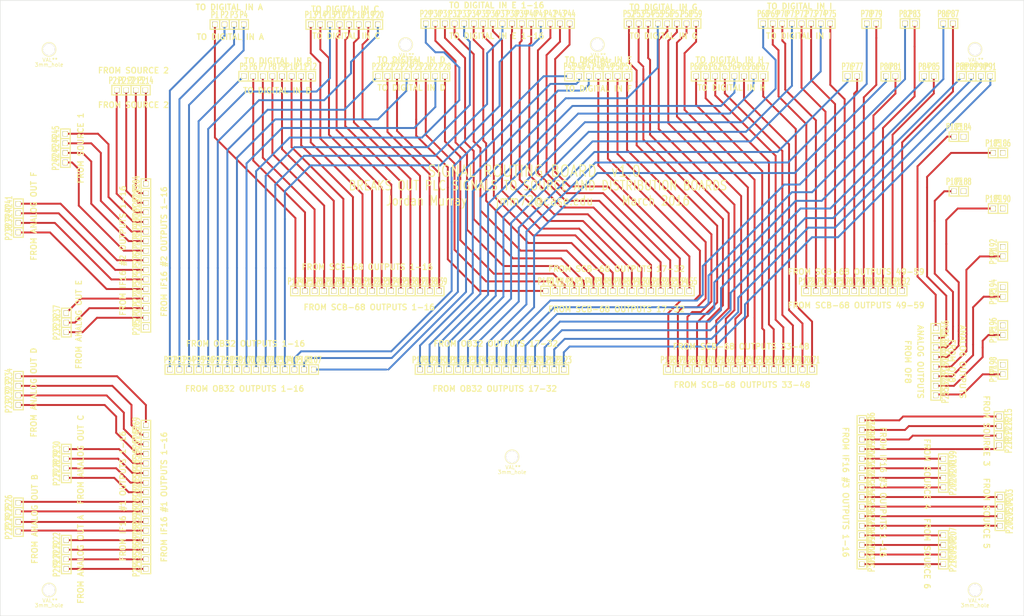
<source format=kicad_pcb>
(kicad_pcb (version 3) (host pcbnew "(2013-07-07 BZR 4022)-stable")
  (layers (15 F.Cu signal) (0 B.Cu signal) (18 B.Paste user) (19 F.Paste user) (20 B.SilkS user) (21 F.SilkS user) (22 B.Mask user) (23 F.Mask user) (28 Edge.Cuts user))
  (net 0 "")
  (net 1 N-000001)
  (net 2 N-0000010)
  (net 3 N-00000100)
  (net 4 N-00000101)
  (net 5 N-00000102)
  (net 6 N-00000103)
  (net 7 N-00000104)
  (net 8 N-00000105)
  (net 9 N-00000106)
  (net 10 N-00000107)
  (net 11 N-00000108)
  (net 12 N-00000109)
  (net 13 N-0000011)
  (net 14 N-00000110)
  (net 15 N-00000111)
  (net 16 N-00000112)
  (net 17 N-00000113)
  (net 18 N-00000114)
  (net 19 N-00000115)
  (net 20 N-00000116)
  (net 21 N-00000117)
  (net 22 N-00000118)
  (net 23 N-00000119)
  (net 24 N-0000012)
  (net 25 N-00000120)
  (net 26 N-00000121)
  (net 27 N-00000122)
  (net 28 N-00000123)
  (net 29 N-00000124)
  (net 30 N-00000125)
  (net 31 N-00000126)
  (net 32 N-00000127)
  (net 33 N-00000128)
  (net 34 N-00000129)
  (net 35 N-0000013)
  (net 36 N-00000130)
  (net 37 N-00000131)
  (net 38 N-00000132)
  (net 39 N-00000133)
  (net 40 N-00000134)
  (net 41 N-00000135)
  (net 42 N-00000136)
  (net 43 N-00000137)
  (net 44 N-00000138)
  (net 45 N-00000139)
  (net 46 N-0000014)
  (net 47 N-00000140)
  (net 48 N-00000141)
  (net 49 N-00000142)
  (net 50 N-00000143)
  (net 51 N-00000144)
  (net 52 N-00000145)
  (net 53 N-00000146)
  (net 54 N-0000015)
  (net 55 N-00000154)
  (net 56 N-0000016)
  (net 57 N-0000017)
  (net 58 N-0000018)
  (net 59 N-0000019)
  (net 60 N-000002)
  (net 61 N-0000020)
  (net 62 N-0000021)
  (net 63 N-0000022)
  (net 64 N-0000023)
  (net 65 N-0000024)
  (net 66 N-0000025)
  (net 67 N-0000026)
  (net 68 N-0000027)
  (net 69 N-0000028)
  (net 70 N-0000029)
  (net 71 N-000003)
  (net 72 N-0000030)
  (net 73 N-0000031)
  (net 74 N-0000032)
  (net 75 N-0000033)
  (net 76 N-0000034)
  (net 77 N-0000035)
  (net 78 N-0000036)
  (net 79 N-0000037)
  (net 80 N-0000038)
  (net 81 N-0000039)
  (net 82 N-000004)
  (net 83 N-0000040)
  (net 84 N-0000041)
  (net 85 N-0000042)
  (net 86 N-0000043)
  (net 87 N-0000044)
  (net 88 N-0000045)
  (net 89 N-0000046)
  (net 90 N-0000047)
  (net 91 N-0000048)
  (net 92 N-0000049)
  (net 93 N-000005)
  (net 94 N-0000050)
  (net 95 N-0000051)
  (net 96 N-0000052)
  (net 97 N-0000053)
  (net 98 N-0000054)
  (net 99 N-0000055)
  (net 100 N-0000056)
  (net 101 N-0000057)
  (net 102 N-0000058)
  (net 103 N-0000059)
  (net 104 N-000006)
  (net 105 N-0000060)
  (net 106 N-0000061)
  (net 107 N-0000062)
  (net 108 N-0000063)
  (net 109 N-0000064)
  (net 110 N-0000065)
  (net 111 N-0000066)
  (net 112 N-0000067)
  (net 113 N-0000068)
  (net 114 N-0000069)
  (net 115 N-000007)
  (net 116 N-0000070)
  (net 117 N-0000071)
  (net 118 N-0000072)
  (net 119 N-0000073)
  (net 120 N-0000074)
  (net 121 N-0000075)
  (net 122 N-0000077)
  (net 123 N-0000078)
  (net 124 N-0000079)
  (net 125 N-000008)
  (net 126 N-0000080)
  (net 127 N-0000081)
  (net 128 N-0000082)
  (net 129 N-0000083)
  (net 130 N-0000084)
  (net 131 N-0000085)
  (net 132 N-0000086)
  (net 133 N-0000087)
  (net 134 N-0000088)
  (net 135 N-0000089)
  (net 136 N-000009)
  (net 137 N-0000090)
  (net 138 N-0000091)
  (net 139 N-0000092)
  (net 140 N-0000093)
  (net 141 N-0000094)
  (net 142 N-0000095)
  (net 143 N-0000096)
  (net 144 N-0000097)
  (net 145 N-0000098)
  (net 146 N-0000099)
  (module 3mm_hole (layer F.Cu) (at 196.596 73.66)
    (fp_text reference 3mm_hole (at 0 4.064) (layer F.SilkS))
    (fp_text value VAL** (at 0.254 2.794) (layer F.SilkS))
    (pad 1 thru_hole circle (at 0 0) (size 3 3) (drill 3) (layers *.Cu *.Mask F.SilkS))
  )
  (module MOLEX-1 (layer F.Cu) (at 295.656 82.042)
    (fp_text reference P89 (at 0 -2.54) (layer F.SilkS) (effects (font (size 1.72974 1.08712) (thickness 0.27178))))
    (fp_text value CONNECTOR hide)
    (pad 1 thru_hole rect (at 0 0) (size 1.397 1.397) (drill 1.2) (layers *.Cu *.Mask F.SilkS) (net 131 N-0000085))
  )
  (module MOLEX-1 (layer F.Cu) (at 83.312 159.766)
    (fp_text reference P92 (at 0 -2.54) (layer F.SilkS) (effects (font (size 1.72974 1.08712) (thickness 0.27178))))
    (fp_text value CONNECTOR hide)
    (pad 1 thru_hole rect (at 0 0) (size 1.397 1.397) (drill 1.2) (layers *.Cu *.Mask F.SilkS) (net 52 N-00000145))
  )
  (module MOLEX-1 (layer F.Cu) (at 93.472 159.766)
    (fp_text reference P96 (at 0 -2.54) (layer F.SilkS) (effects (font (size 1.72974 1.08712) (thickness 0.27178))))
    (fp_text value CONNECTOR hide)
    (pad 1 thru_hole rect (at 0 0) (size 1.397 1.397) (drill 1.2) (layers *.Cu *.Mask F.SilkS) (net 50 N-00000143))
  )
  (module MOLEX-1 (layer F.Cu) (at 103.632 159.766)
    (fp_text reference P100 (at 0 -2.54) (layer F.SilkS) (effects (font (size 1.72974 1.08712) (thickness 0.27178))))
    (fp_text value CONNECTOR hide)
    (pad 1 thru_hole rect (at 0 0) (size 1.397 1.397) (drill 1.2) (layers *.Cu *.Mask F.SilkS) (net 84 N-0000041))
  )
  (module MOLEX-1 (layer F.Cu) (at 111.252 159.766)
    (fp_text reference P103 (at 0 -2.54) (layer F.SilkS) (effects (font (size 1.72974 1.08712) (thickness 0.27178))))
    (fp_text value CONNECTOR hide)
    (pad 1 thru_hole rect (at 0 0) (size 1.397 1.397) (drill 1.2) (layers *.Cu *.Mask F.SilkS) (net 76 N-0000034))
  )
  (module MOLEX-1 (layer F.Cu) (at 118.872 159.766)
    (fp_text reference P106 (at 0 -2.54) (layer F.SilkS) (effects (font (size 1.72974 1.08712) (thickness 0.27178))))
    (fp_text value CONNECTOR hide)
    (pad 1 thru_hole rect (at 0 0) (size 1.397 1.397) (drill 1.2) (layers *.Cu *.Mask F.SilkS) (net 100 N-0000056))
  )
  (module MOLEX-1 (layer F.Cu) (at 149.606 159.766)
    (fp_text reference P108 (at 0 -2.54) (layer F.SilkS) (effects (font (size 1.72974 1.08712) (thickness 0.27178))))
    (fp_text value CONNECTOR hide)
    (pad 1 thru_hole rect (at 0 0) (size 1.397 1.397) (drill 1.2) (layers *.Cu *.Mask F.SilkS) (net 97 N-0000053))
  )
  (module MOLEX-1 (layer F.Cu) (at 154.686 159.766)
    (fp_text reference P110 (at 0 -2.54) (layer F.SilkS) (effects (font (size 1.72974 1.08712) (thickness 0.27178))))
    (fp_text value CONNECTOR hide)
    (pad 1 thru_hole rect (at 0 0) (size 1.397 1.397) (drill 1.2) (layers *.Cu *.Mask F.SilkS) (net 60 N-000002))
  )
  (module MOLEX-1 (layer F.Cu) (at 96.012 159.766)
    (fp_text reference P97 (at 0 -2.54) (layer F.SilkS) (effects (font (size 1.72974 1.08712) (thickness 0.27178))))
    (fp_text value CONNECTOR hide)
    (pad 1 thru_hole rect (at 0 0) (size 1.397 1.397) (drill 1.2) (layers *.Cu *.Mask F.SilkS) (net 45 N-00000139))
  )
  (module MOLEX-1 (layer F.Cu) (at 85.852 159.766)
    (fp_text reference P93 (at 0 -2.54) (layer F.SilkS) (effects (font (size 1.72974 1.08712) (thickness 0.27178))))
    (fp_text value CONNECTOR hide)
    (pad 1 thru_hole rect (at 0 0) (size 1.397 1.397) (drill 1.2) (layers *.Cu *.Mask F.SilkS) (net 49 N-00000142))
  )
  (module MOLEX-1 (layer F.Cu) (at 293.116 82.042)
    (fp_text reference P88 (at 0 -2.54) (layer F.SilkS) (effects (font (size 1.72974 1.08712) (thickness 0.27178))))
    (fp_text value CONNECTOR hide)
    (pad 1 thru_hole rect (at 0 0) (size 1.397 1.397) (drill 1.2) (layers *.Cu *.Mask F.SilkS) (net 129 N-0000083))
  )
  (module MOLEX-1 (layer F.Cu) (at 169.926 159.766)
    (fp_text reference P116 (at 0 -2.54) (layer F.SilkS) (effects (font (size 1.72974 1.08712) (thickness 0.27178))))
    (fp_text value CONNECTOR hide)
    (pad 1 thru_hole rect (at 0 0) (size 1.397 1.397) (drill 1.2) (layers *.Cu *.Mask F.SilkS) (net 72 N-0000030))
  )
  (module MOLEX-1 (layer F.Cu) (at 164.846 159.766)
    (fp_text reference P114 (at 0 -2.54) (layer F.SilkS) (effects (font (size 1.72974 1.08712) (thickness 0.27178))))
    (fp_text value CONNECTOR hide)
    (pad 1 thru_hole rect (at 0 0) (size 1.397 1.397) (drill 1.2) (layers *.Cu *.Mask F.SilkS) (net 69 N-0000028))
  )
  (module MOLEX-1 (layer F.Cu) (at 162.306 159.766)
    (fp_text reference P113 (at 0 -2.54) (layer F.SilkS) (effects (font (size 1.72974 1.08712) (thickness 0.27178))))
    (fp_text value CONNECTOR hide)
    (pad 1 thru_hole rect (at 0 0) (size 1.397 1.397) (drill 1.2) (layers *.Cu *.Mask F.SilkS) (net 67 N-0000026))
  )
  (module MOLEX-1 (layer F.Cu) (at 159.766 159.766)
    (fp_text reference P112 (at 0 -2.54) (layer F.SilkS) (effects (font (size 1.72974 1.08712) (thickness 0.27178))))
    (fp_text value CONNECTOR hide)
    (pad 1 thru_hole rect (at 0 0) (size 1.397 1.397) (drill 1.2) (layers *.Cu *.Mask F.SilkS) (net 115 N-000007))
  )
  (module MOLEX-1 (layer F.Cu) (at 262.89 82.042)
    (fp_text reference P76 (at 0 -2.54) (layer F.SilkS) (effects (font (size 1.72974 1.08712) (thickness 0.27178))))
    (fp_text value "SOURCE 1 USER" hide)
    (pad 1 thru_hole rect (at 0 0) (size 1.397 1.397) (drill 1.2) (layers *.Cu *.Mask F.SilkS) (net 69 N-0000028))
  )
  (module MOLEX-1 (layer F.Cu) (at 253.238 68.072)
    (fp_text reference P73 (at 0 -2.54) (layer F.SilkS) (effects (font (size 1.72974 1.08712) (thickness 0.27178))))
    (fp_text value "BRANCH 2 BUS 2 LOAD 2 NO" hide)
    (pad 1 thru_hole rect (at 0 0) (size 1.397 1.397) (drill 1.2) (layers *.Cu *.Mask F.SilkS) (net 136 N-000009))
  )
  (module MOLEX-1 (layer F.Cu) (at 245.618 68.072)
    (fp_text reference P70 (at 0 -2.54) (layer F.SilkS) (effects (font (size 1.72974 1.08712) (thickness 0.27178))))
    (fp_text value "BRANCH 2 BUS 2 LOAD 3 NO" hide)
    (pad 1 thru_hole rect (at 0 0) (size 1.397 1.397) (drill 1.2) (layers *.Cu *.Mask F.SilkS) (net 104 N-000006))
  )
  (module MOLEX-1 (layer F.Cu) (at 237.998 82.042)
    (fp_text reference P66 (at 0 -2.54) (layer F.SilkS) (effects (font (size 1.72974 1.08712) (thickness 0.27178))))
    (fp_text value "CROSSTIE 2 USER" hide)
    (pad 1 thru_hole rect (at 0 0) (size 1.397 1.397) (drill 1.2) (layers *.Cu *.Mask F.SilkS) (net 60 N-000002))
  )
  (module MOLEX-1 (layer F.Cu) (at 253.492 159.766)
    (fp_text reference P171 (at 0 -2.54) (layer F.SilkS) (effects (font (size 1.72974 1.08712) (thickness 0.27178))))
    (fp_text value CONNECTOR hide)
    (pad 1 thru_hole rect (at 0 0) (size 1.397 1.397) (drill 1.2) (layers *.Cu *.Mask F.SilkS) (net 82 N-000004))
  )
  (module MOLEX-1 (layer F.Cu) (at 182.88 138.938)
    (fp_text reference P140 (at 0 -2.54) (layer F.SilkS) (effects (font (size 1.72974 1.08712) (thickness 0.27178))))
    (fp_text value CONNECTOR hide)
    (pad 1 thru_hole rect (at 0 0) (size 1.397 1.397) (drill 1.2) (layers *.Cu *.Mask F.SilkS) (net 27 N-00000122))
  )
  (module MOLEX-1 (layer F.Cu) (at 193.04 138.938)
    (fp_text reference P144 (at 0 -2.54) (layer F.SilkS) (effects (font (size 1.72974 1.08712) (thickness 0.27178))))
    (fp_text value CONNECTOR hide)
    (pad 1 thru_hole rect (at 0 0) (size 1.397 1.397) (drill 1.2) (layers *.Cu *.Mask F.SilkS) (net 83 N-0000040))
  )
  (module MOLEX-1 (layer F.Cu) (at 203.2 138.938)
    (fp_text reference P148 (at 0 -2.54) (layer F.SilkS) (effects (font (size 1.72974 1.08712) (thickness 0.27178))))
    (fp_text value CONNECTOR hide)
    (pad 1 thru_hole rect (at 0 0) (size 1.397 1.397) (drill 1.2) (layers *.Cu *.Mask F.SilkS) (net 75 N-0000033))
  )
  (module MOLEX-1 (layer F.Cu) (at 210.82 138.938)
    (fp_text reference P151 (at 0 -2.54) (layer F.SilkS) (effects (font (size 1.72974 1.08712) (thickness 0.27178))))
    (fp_text value CONNECTOR hide)
    (pad 1 thru_hole rect (at 0 0) (size 1.397 1.397) (drill 1.2) (layers *.Cu *.Mask F.SilkS) (net 79 N-0000037))
  )
  (module MOLEX-1 (layer F.Cu) (at 218.44 138.938)
    (fp_text reference P154 (at 0 -2.54) (layer F.SilkS) (effects (font (size 1.72974 1.08712) (thickness 0.27178))))
    (fp_text value CONNECTOR hide)
    (pad 1 thru_hole rect (at 0 0) (size 1.397 1.397) (drill 1.2) (layers *.Cu *.Mask F.SilkS) (net 102 N-0000058))
  )
  (module MOLEX-1 (layer F.Cu) (at 217.932 159.766)
    (fp_text reference P157 (at 0 -2.54) (layer F.SilkS) (effects (font (size 1.72974 1.08712) (thickness 0.27178))))
    (fp_text value CONNECTOR hide)
    (pad 1 thru_hole rect (at 0 0) (size 1.397 1.397) (drill 1.2) (layers *.Cu *.Mask F.SilkS) (net 92 N-0000049))
  )
  (module MOLEX-1 (layer F.Cu) (at 228.092 159.766)
    (fp_text reference P161 (at 0 -2.54) (layer F.SilkS) (effects (font (size 1.72974 1.08712) (thickness 0.27178))))
    (fp_text value CONNECTOR hide)
    (pad 1 thru_hole rect (at 0 0) (size 1.397 1.397) (drill 1.2) (layers *.Cu *.Mask F.SilkS) (net 91 N-0000048))
  )
  (module MOLEX-1 (layer F.Cu) (at 238.252 159.766)
    (fp_text reference P165 (at 0 -2.54) (layer F.SilkS) (effects (font (size 1.72974 1.08712) (thickness 0.27178))))
    (fp_text value CONNECTOR hide)
    (pad 1 thru_hole rect (at 0 0) (size 1.397 1.397) (drill 1.2) (layers *.Cu *.Mask F.SilkS) (net 13 N-0000011))
  )
  (module MOLEX-1 (layer F.Cu) (at 245.872 159.766)
    (fp_text reference P168 (at 0 -2.54) (layer F.SilkS) (effects (font (size 1.72974 1.08712) (thickness 0.27178))))
    (fp_text value CONNECTOR hide)
    (pad 1 thru_hole rect (at 0 0) (size 1.397 1.397) (drill 1.2) (layers *.Cu *.Mask F.SilkS) (net 46 N-0000014))
  )
  (module MOLEX-1 (layer F.Cu) (at 220.218 68.072)
    (fp_text reference P58 (at 0 -2.54) (layer F.SilkS) (effects (font (size 1.72974 1.08712) (thickness 0.27178))))
    (fp_text value "BRANCH 1 BUS 2 FAULT" hide)
    (pad 1 thru_hole rect (at 0 0) (size 1.397 1.397) (drill 1.2) (layers *.Cu *.Mask F.SilkS) (net 2 N-0000010))
  )
  (module MOLEX-1 (layer F.Cu) (at 232.918 82.042)
    (fp_text reference P64 (at 0 -2.54) (layer F.SilkS) (effects (font (size 1.72974 1.08712) (thickness 0.27178))))
    (fp_text value "BRANCH 2 BUS 2 DISTAL USER" hide)
    (pad 1 thru_hole rect (at 0 0) (size 1.397 1.397) (drill 1.2) (layers *.Cu *.Mask F.SilkS) (net 56 N-0000016))
  )
  (module MOLEX-1 (layer F.Cu) (at 240.538 68.072)
    (fp_text reference P68 (at 0 -2.54) (layer F.SilkS) (effects (font (size 1.72974 1.08712) (thickness 0.27178))))
    (fp_text value "BRANCH 2 BUS 2 LOAD 3 USER" hide)
    (pad 1 thru_hole rect (at 0 0) (size 1.397 1.397) (drill 1.2) (layers *.Cu *.Mask F.SilkS) (net 93 N-000005))
  )
  (module MOLEX-1 (layer F.Cu) (at 248.158 68.072)
    (fp_text reference P71 (at 0 -2.54) (layer F.SilkS) (effects (font (size 1.72974 1.08712) (thickness 0.27178))))
    (fp_text value "BRANCH 2 BUS 2 LOAD 2 USER" hide)
    (pad 1 thru_hole rect (at 0 0) (size 1.397 1.397) (drill 1.2) (layers *.Cu *.Mask F.SilkS) (net 115 N-000007))
  )
  (module MOLEX-1 (layer F.Cu) (at 255.778 68.072)
    (fp_text reference P74 (at 0 -2.54) (layer F.SilkS) (effects (font (size 1.72974 1.08712) (thickness 0.27178))))
    (fp_text value "BRANCH 2 BUS 2 LOAD 1 USER" hide)
    (pad 1 thru_hole rect (at 0 0) (size 1.397 1.397) (drill 1.2) (layers *.Cu *.Mask F.SilkS) (net 67 N-0000026))
  )
  (module MOLEX-1 (layer F.Cu) (at 265.43 82.042)
    (fp_text reference P77 (at 0 -2.54) (layer F.SilkS) (effects (font (size 1.72974 1.08712) (thickness 0.27178))))
    (fp_text value "SOURCE 1 NC" hide)
    (pad 1 thru_hole rect (at 0 0) (size 1.397 1.397) (drill 1.2) (layers *.Cu *.Mask F.SilkS) (net 66 N-0000025))
  )
  (module MOLEX-1 (layer F.Cu) (at 270.51 68.072)
    (fp_text reference P79 (at 0 -2.54) (layer F.SilkS) (effects (font (size 1.72974 1.08712) (thickness 0.27178))))
    (fp_text value "SOURCE 2 NC" hide)
    (pad 1 thru_hole rect (at 0 0) (size 1.397 1.397) (drill 1.2) (layers *.Cu *.Mask F.SilkS) (net 61 N-0000020))
  )
  (module MOLEX-1 (layer F.Cu) (at 278.13 68.072)
    (fp_text reference P82 (at 0 -2.54) (layer F.SilkS) (effects (font (size 1.72974 1.08712) (thickness 0.27178))))
    (fp_text value "SOURCE 4 USER" hide)
    (pad 1 thru_hole rect (at 0 0) (size 1.397 1.397) (drill 1.2) (layers *.Cu *.Mask F.SilkS) (net 73 N-0000031))
  )
  (module MOLEX-1 (layer F.Cu) (at 285.75 82.042)
    (fp_text reference P85 (at 0 -2.54) (layer F.SilkS) (effects (font (size 1.72974 1.08712) (thickness 0.27178))))
    (fp_text value "SOURCE 5 NC" hide)
    (pad 1 thru_hole rect (at 0 0) (size 1.397 1.397) (drill 1.2) (layers *.Cu *.Mask F.SilkS) (net 111 N-0000066))
  )
  (module MOLEX-1 (layer F.Cu) (at 55.626 99.822 90)
    (fp_text reference P244 (at 0 -2.54 90) (layer F.SilkS) (effects (font (size 1.72974 1.08712) (thickness 0.27178))))
    (fp_text value CONNECTOR hide)
    (pad 1 thru_hole rect (at 0 0 90) (size 1.397 1.397) (drill 1.2) (layers *.Cu *.Mask F.SilkS) (net 11 N-00000108))
  )
  (module MOLEX-1 (layer F.Cu) (at 156.21 68.072)
    (fp_text reference P31 (at 0 -2.54) (layer F.SilkS) (effects (font (size 1.72974 1.08712) (thickness 0.27178))))
    (fp_text value "COSSTIE 1 NC" hide)
    (pad 1 thru_hole rect (at 0 0) (size 1.397 1.397) (drill 1.2) (layers *.Cu *.Mask F.SilkS) (net 83 N-0000040))
  )
  (module MOLEX-1 (layer F.Cu) (at 166.37 68.072)
    (fp_text reference P35 (at 0 -2.54) (layer F.SilkS) (effects (font (size 1.72974 1.08712) (thickness 0.27178))))
    (fp_text value "BRANCH 1 BUS 1 FAULT" hide)
    (pad 1 thru_hole rect (at 0 0) (size 1.397 1.397) (drill 1.2) (layers *.Cu *.Mask F.SilkS) (net 74 N-0000032))
  )
  (module MOLEX-1 (layer F.Cu) (at 173.99 68.072)
    (fp_text reference P38 (at 0 -2.54) (layer F.SilkS) (effects (font (size 1.72974 1.08712) (thickness 0.27178))))
    (fp_text value "BRANCH 1 BUS 2 PROXIMAL NC" hide)
    (pad 1 thru_hole rect (at 0 0) (size 1.397 1.397) (drill 1.2) (layers *.Cu *.Mask F.SilkS) (net 77 N-0000035))
  )
  (module MOLEX-1 (layer F.Cu) (at 181.61 68.072)
    (fp_text reference P41 (at 0 -2.54) (layer F.SilkS) (effects (font (size 1.72974 1.08712) (thickness 0.27178))))
    (fp_text value "BRANCH 2 BUS 2 PROXIMAL USER" hide)
    (pad 1 thru_hole rect (at 0 0) (size 1.397 1.397) (drill 1.2) (layers *.Cu *.Mask F.SilkS) (net 80 N-0000038))
  )
  (module MOLEX-1 (layer F.Cu) (at 186.69 68.072)
    (fp_text reference P43 (at 0 -2.54) (layer F.SilkS) (effects (font (size 1.72974 1.08712) (thickness 0.27178))))
    (fp_text value "BRANCH 2 BUS 1 FAULT" hide)
    (pad 1 thru_hole rect (at 0 0) (size 1.397 1.397) (drill 1.2) (layers *.Cu *.Mask F.SilkS) (net 101 N-0000057))
  )
  (module MOLEX-1 (layer F.Cu) (at 189.23 82.042)
    (fp_text reference P45 (at 0 -2.54) (layer F.SilkS) (effects (font (size 1.72974 1.08712) (thickness 0.27178))))
    (fp_text value "BRANCH 1 BUS 2 LOAD 3 USER" hide)
    (pad 1 thru_hole rect (at 0 0) (size 1.397 1.397) (drill 1.2) (layers *.Cu *.Mask F.SilkS) (net 103 N-0000059))
  )
  (module MOLEX-1 (layer F.Cu) (at 196.85 82.042)
    (fp_text reference P48 (at 0 -2.54) (layer F.SilkS) (effects (font (size 1.72974 1.08712) (thickness 0.27178))))
    (fp_text value "BRANCH 1 BUS 2 LOAD 1 NC" hide)
    (pad 1 thru_hole rect (at 0 0) (size 1.397 1.397) (drill 1.2) (layers *.Cu *.Mask F.SilkS) (net 106 N-0000061))
  )
  (module MOLEX-1 (layer F.Cu) (at 204.978 68.072)
    (fp_text reference P52 (at 0 -2.54) (layer F.SilkS) (effects (font (size 1.72974 1.08712) (thickness 0.27178))))
    (fp_text value "CROSSTIE 2 NC" hide)
    (pad 1 thru_hole rect (at 0 0) (size 1.397 1.397) (drill 1.2) (layers *.Cu *.Mask F.SilkS) (net 95 N-0000051))
  )
  (module MOLEX-1 (layer F.Cu) (at 55.626 102.362 90)
    (fp_text reference P243 (at 0 -2.54 90) (layer F.SilkS) (effects (font (size 1.72974 1.08712) (thickness 0.27178))))
    (fp_text value CONNECTOR hide)
    (pad 1 thru_hole rect (at 0 0 90) (size 1.397 1.397) (drill 1.2) (layers *.Cu *.Mask F.SilkS) (net 26 N-00000121))
  )
  (module MOLEX-1 (layer F.Cu) (at 153.67 82.042)
    (fp_text reference P27 (at 0 -2.54) (layer F.SilkS) (effects (font (size 1.72974 1.08712) (thickness 0.27178))))
    (fp_text value "BRANCH 2 BUS 1 LOAD 3 USER" hide)
    (pad 1 thru_hole rect (at 0 0) (size 1.397 1.397) (drill 1.2) (layers *.Cu *.Mask F.SilkS) (net 84 N-0000041))
  )
  (module MOLEX-1 (layer F.Cu) (at 286.258 148.844 270)
    (fp_text reference P246 (at 0 -2.54 270) (layer F.SilkS) (effects (font (size 1.72974 1.08712) (thickness 0.27178))))
    (fp_text value CONNECTOR hide)
    (pad 1 thru_hole rect (at 0 0 270) (size 1.397 1.397) (drill 1.2) (layers *.Cu *.Mask F.SilkS) (net 112 N-0000067))
  )
  (module MOLEX-1 (layer F.Cu) (at 286.258 153.924 270)
    (fp_text reference P248 (at 0 -2.54 270) (layer F.SilkS) (effects (font (size 1.72974 1.08712) (thickness 0.27178))))
    (fp_text value CONNECTOR hide)
    (pad 1 thru_hole rect (at 0 0 270) (size 1.397 1.397) (drill 1.2) (layers *.Cu *.Mask F.SilkS) (net 114 N-0000069))
  )
  (module MOLEX-1 (layer F.Cu) (at 286.258 159.004 270)
    (fp_text reference P250 (at 0 -2.54 270) (layer F.SilkS) (effects (font (size 1.72974 1.08712) (thickness 0.27178))))
    (fp_text value CONNECTOR hide)
    (pad 1 thru_hole rect (at 0 0 270) (size 1.397 1.397) (drill 1.2) (layers *.Cu *.Mask F.SilkS) (net 134 N-0000088))
  )
  (module MOLEX-1 (layer F.Cu) (at 286.258 164.084 270)
    (fp_text reference P252 (at 0 -2.54 270) (layer F.SilkS) (effects (font (size 1.72974 1.08712) (thickness 0.27178))))
    (fp_text value CONNECTOR hide)
    (pad 1 thru_hole rect (at 0 0 270) (size 1.397 1.397) (drill 1.2) (layers *.Cu *.Mask F.SilkS) (net 137 N-0000090))
  )
  (module MOLEX-1 (layer F.Cu) (at 43.18 195.072 90)
    (fp_text reference P226 (at 0 -2.54 90) (layer F.SilkS) (effects (font (size 1.72974 1.08712) (thickness 0.27178))))
    (fp_text value "MAIN BUS VOLTAGE" hide)
    (pad 1 thru_hole rect (at 0 0 90) (size 1.397 1.397) (drill 1.2) (layers *.Cu *.Mask F.SilkS) (net 7 N-00000104))
  )
  (module MOLEX-1 (layer F.Cu) (at 55.88 185.928 90)
    (fp_text reference P228 (at 0 -2.54 90) (layer F.SilkS) (effects (font (size 1.72974 1.08712) (thickness 0.27178))))
    (fp_text value "BRANCH 2 BUS 1 CURRENT" hide)
    (pad 1 thru_hole rect (at 0 0 90) (size 1.397 1.397) (drill 1.2) (layers *.Cu *.Mask F.SilkS) (net 9 N-00000106))
  )
  (module MOLEX-1 (layer F.Cu) (at 43.18 169.164 90)
    (fp_text reference P231 (at 0 -2.54 90) (layer F.SilkS) (effects (font (size 1.72974 1.08712) (thickness 0.27178))))
    (fp_text value "BRANCH 2 BUS 2 VOLTAGE" hide)
    (pad 1 thru_hole rect (at 0 0 90) (size 1.397 1.397) (drill 1.2) (layers *.Cu *.Mask F.SilkS) (net 142 N-0000095))
  )
  (module MOLEX-1 (layer F.Cu) (at 43.18 161.544 90)
    (fp_text reference P234 (at 0 -2.54 90) (layer F.SilkS) (effects (font (size 1.72974 1.08712) (thickness 0.27178))))
    (fp_text value "BRANCH 1 BUS 2 VOLTAGE" hide)
    (pad 1 thru_hole rect (at 0 0 90) (size 1.397 1.397) (drill 1.2) (layers *.Cu *.Mask F.SilkS) (net 144 N-0000097))
  )
  (module MOLEX-1 (layer F.Cu) (at 102.87 82.042)
    (fp_text reference P5 (at 0 -2.54) (layer F.SilkS) (effects (font (size 1.72974 1.08712) (thickness 0.27178))))
    (fp_text value "BRANCH 1 BUS 1 PROXIMAL USER" hide)
    (pad 1 thru_hole rect (at 0 0) (size 1.397 1.397) (drill 1.2) (layers *.Cu *.Mask F.SilkS) (net 53 N-00000146))
  )
  (module MOLEX-1 (layer F.Cu) (at 212.598 68.072)
    (fp_text reference P55 (at 0 -2.54) (layer F.SilkS) (effects (font (size 1.72974 1.08712) (thickness 0.27178))))
    (fp_text value "BRANCH 1 BUS 2 DISTAL USER" hide)
    (pad 1 thru_hole rect (at 0 0) (size 1.397 1.397) (drill 1.2) (layers *.Cu *.Mask F.SilkS) (net 97 N-0000053))
  )
  (module MOLEX-1 (layer F.Cu) (at 204.47 82.042)
    (fp_text reference P51 (at 0 -2.54) (layer F.SilkS) (effects (font (size 1.72974 1.08712) (thickness 0.27178))))
    (fp_text value "BRANCH 1 BUS 2 LOAD 2 NO" hide)
    (pad 1 thru_hole rect (at 0 0) (size 1.397 1.397) (drill 1.2) (layers *.Cu *.Mask F.SilkS) (net 94 N-0000050))
  )
  (module MOLEX-1 (layer F.Cu) (at 194.31 82.042)
    (fp_text reference P47 (at 0 -2.54) (layer F.SilkS) (effects (font (size 1.72974 1.08712) (thickness 0.27178))))
    (fp_text value "BRANCH 1 BUS 2 LOAD 1 USER" hide)
    (pad 1 thru_hole rect (at 0 0) (size 1.397 1.397) (drill 1.2) (layers *.Cu *.Mask F.SilkS) (net 105 N-0000060))
  )
  (module MOLEX-1 (layer F.Cu) (at 163.83 68.072)
    (fp_text reference P34 (at 0 -2.54) (layer F.SilkS) (effects (font (size 1.72974 1.08712) (thickness 0.27178))))
    (fp_text value "BRANCH 1 BUS 1 DISTAL NC" hide)
    (pad 1 thru_hole rect (at 0 0) (size 1.397 1.397) (drill 1.2) (layers *.Cu *.Mask F.SilkS) (net 90 N-0000047))
  )
  (module MOLEX-1 (layer F.Cu) (at 153.67 68.072)
    (fp_text reference P30 (at 0 -2.54) (layer F.SilkS) (effects (font (size 1.72974 1.08712) (thickness 0.27178))))
    (fp_text value "CROSSTIE 1 NO" hide)
    (pad 1 thru_hole rect (at 0 0) (size 1.397 1.397) (drill 1.2) (layers *.Cu *.Mask F.SilkS) (net 87 N-0000044))
  )
  (module MOLEX-1 (layer F.Cu) (at 151.13 82.042)
    (fp_text reference P26 (at 0 -2.54) (layer F.SilkS) (effects (font (size 1.72974 1.08712) (thickness 0.27178))))
    (fp_text value "BRANCH 2 BUS 1 LOAD 3 NO" hide)
    (pad 1 thru_hole rect (at 0 0) (size 1.397 1.397) (drill 1.2) (layers *.Cu *.Mask F.SilkS) (net 37 N-00000131))
  )
  (module MOLEX-1 (layer F.Cu) (at 140.97 82.042)
    (fp_text reference P22 (at 0 -2.54) (layer F.SilkS) (effects (font (size 1.72974 1.08712) (thickness 0.27178))))
    (fp_text value "BRANCH 2 BUS 1 LOAD 1 USER" hide)
    (pad 1 thru_hole rect (at 0 0) (size 1.397 1.397) (drill 1.2) (layers *.Cu *.Mask F.SilkS) (net 48 N-00000141))
  )
  (module MOLEX-1 (layer F.Cu) (at 113.03 82.042)
    (fp_text reference P9 (at 0 -2.54) (layer F.SilkS) (effects (font (size 1.72974 1.08712) (thickness 0.27178))))
    (fp_text value "BRANCH 1 BUS 1 LOAD 2 NO" hide)
    (pad 1 thru_hole rect (at 0 0) (size 1.397 1.397) (drill 1.2) (layers *.Cu *.Mask F.SilkS) (net 40 N-00000134))
  )
  (module MOLEX-1 (layer F.Cu) (at 107.95 82.042)
    (fp_text reference P7 (at 0 -2.54) (layer F.SilkS) (effects (font (size 1.72974 1.08712) (thickness 0.27178))))
    (fp_text value "BRANCH 1 BUS 1 PROXIMAL NC" hide)
    (pad 1 thru_hole rect (at 0 0) (size 1.397 1.397) (drill 1.2) (layers *.Cu *.Mask F.SilkS) (net 39 N-00000133))
  )
  (module MOLEX-1 (layer F.Cu) (at 147.066 138.938)
    (fp_text reference P136 (at 0 -2.54) (layer F.SilkS) (effects (font (size 1.72974 1.08712) (thickness 0.27178))))
    (fp_text value CONNECTOR hide)
    (pad 1 thru_hole rect (at 0 0) (size 1.397 1.397) (drill 1.2) (layers *.Cu *.Mask F.SilkS) (net 29 N-00000124))
  )
  (module MOLEX-1 (layer F.Cu) (at 100.33 68.326)
    (fp_text reference P3 (at 0 -2.54) (layer F.SilkS) (effects (font (size 1.72974 1.08712) (thickness 0.27178))))
    (fp_text value "BRANCH 1 BUS 1 LOAD 2 USER" hide)
    (pad 1 thru_hole rect (at 0 0) (size 1.397 1.397) (drill 1.2) (layers *.Cu *.Mask F.SilkS) (net 49 N-00000142))
  )
  (module MOLEX-1 (layer F.Cu) (at 110.49 82.042)
    (fp_text reference P8 (at 0 -2.54) (layer F.SilkS) (effects (font (size 1.72974 1.08712) (thickness 0.27178))))
    (fp_text value "BRANCH 1 BUS 1 LOAD 3 NO" hide)
    (pad 1 thru_hole rect (at 0 0) (size 1.397 1.397) (drill 1.2) (layers *.Cu *.Mask F.SilkS) (net 33 N-00000128))
  )
  (module MOLEX-1 (layer F.Cu) (at 115.57 82.042)
    (fp_text reference P10 (at 0 -2.54) (layer F.SilkS) (effects (font (size 1.72974 1.08712) (thickness 0.27178))))
    (fp_text value "BRANCH 1 BUS 1 LOAD 2 NC" hide)
    (pad 1 thru_hole rect (at 0 0) (size 1.397 1.397) (drill 1.2) (layers *.Cu *.Mask F.SilkS) (net 32 N-00000127))
  )
  (module MOLEX-1 (layer F.Cu) (at 118.11 82.042)
    (fp_text reference P11 (at 0 -2.54) (layer F.SilkS) (effects (font (size 1.72974 1.08712) (thickness 0.27178))))
    (fp_text value "BRANCH 1 BUS 1 LOAD 1 NO" hide)
    (pad 1 thru_hole rect (at 0 0) (size 1.397 1.397) (drill 1.2) (layers *.Cu *.Mask F.SilkS) (net 41 N-00000135))
  )
  (module MOLEX-1 (layer F.Cu) (at 120.65 68.326)
    (fp_text reference P13 (at 0 -2.54) (layer F.SilkS) (effects (font (size 1.72974 1.08712) (thickness 0.27178))))
    (fp_text value "BRANCH 2 BUS 1 LOAD 1 NO" hide)
    (pad 1 thru_hole rect (at 0 0) (size 1.397 1.397) (drill 1.2) (layers *.Cu *.Mask F.SilkS) (net 30 N-00000125))
  )
  (module MOLEX-1 (layer F.Cu) (at 128.27 68.326)
    (fp_text reference P16 (at 0 -2.54) (layer F.SilkS) (effects (font (size 1.72974 1.08712) (thickness 0.27178))))
    (fp_text value "BRANCH 2 BUS 1 DISTAL NO" hide)
    (pad 1 thru_hole rect (at 0 0) (size 1.397 1.397) (drill 1.2) (layers *.Cu *.Mask F.SilkS) (net 43 N-00000137))
  )
  (module MOLEX-1 (layer F.Cu) (at 135.89 68.326)
    (fp_text reference P19 (at 0 -2.54) (layer F.SilkS) (effects (font (size 1.72974 1.08712) (thickness 0.27178))))
    (fp_text value "MAIN BUS FAULT" hide)
    (pad 1 thru_hole rect (at 0 0) (size 1.397 1.397) (drill 1.2) (layers *.Cu *.Mask F.SilkS) (net 28 N-00000123))
  )
  (module MOLEX-1 (layer F.Cu) (at 143.51 82.042)
    (fp_text reference P23 (at 0 -2.54) (layer F.SilkS) (effects (font (size 1.72974 1.08712) (thickness 0.27178))))
    (fp_text value "BRANCH 2 BUS 1 LOAD 1 NC" hide)
    (pad 1 thru_hole rect (at 0 0) (size 1.397 1.397) (drill 1.2) (layers *.Cu *.Mask F.SilkS) (net 55 N-00000154))
  )
  (module MOLEX-1 (layer F.Cu) (at 76.962 138.43 90)
    (fp_text reference P273 (at 0 -2.54 90) (layer F.SilkS) (effects (font (size 1.72974 1.08712) (thickness 0.27178))))
    (fp_text value CONNECTOR hide)
    (pad 1 thru_hole rect (at 0 0 90) (size 1.397 1.397) (drill 1.2) (layers *.Cu *.Mask F.SilkS) (net 20 N-00000116))
  )
  (module MOLEX-1 (layer F.Cu) (at 76.962 140.97 90)
    (fp_text reference P272 (at 0 -2.54 90) (layer F.SilkS) (effects (font (size 1.72974 1.08712) (thickness 0.27178))))
    (fp_text value CONNECTOR hide)
    (pad 1 thru_hole rect (at 0 0 90) (size 1.397 1.397) (drill 1.2) (layers *.Cu *.Mask F.SilkS) (net 19 N-00000115))
  )
  (module MOLEX-1 (layer F.Cu) (at 76.962 174.498 90)
    (fp_text reference P269 (at 0 -2.54 90) (layer F.SilkS) (effects (font (size 1.72974 1.08712) (thickness 0.27178))))
    (fp_text value CONNECTOR hide)
    (pad 1 thru_hole rect (at 0 0 90) (size 1.397 1.397) (drill 1.2) (layers *.Cu *.Mask F.SilkS) (net 144 N-0000097))
  )
  (module MOLEX-1 (layer F.Cu) (at 76.962 177.038 90)
    (fp_text reference P268 (at 0 -2.54 90) (layer F.SilkS) (effects (font (size 1.72974 1.08712) (thickness 0.27178))))
    (fp_text value CONNECTOR hide)
    (pad 1 thru_hole rect (at 0 0 90) (size 1.397 1.397) (drill 1.2) (layers *.Cu *.Mask F.SilkS) (net 139 N-0000092))
  )
  (module MOLEX-1 (layer F.Cu) (at 76.962 184.658 90)
    (fp_text reference P265 (at 0 -2.54 90) (layer F.SilkS) (effects (font (size 1.72974 1.08712) (thickness 0.27178))))
    (fp_text value CONNECTOR hide)
    (pad 1 thru_hole rect (at 0 0 90) (size 1.397 1.397) (drill 1.2) (layers *.Cu *.Mask F.SilkS) (net 141 N-0000094))
  )
  (module MOLEX-1 (layer F.Cu) (at 76.962 187.198 90)
    (fp_text reference P264 (at 0 -2.54 90) (layer F.SilkS) (effects (font (size 1.72974 1.08712) (thickness 0.27178))))
    (fp_text value CONNECTOR hide)
    (pad 1 thru_hole rect (at 0 0 90) (size 1.397 1.397) (drill 1.2) (layers *.Cu *.Mask F.SilkS) (net 140 N-0000093))
  )
  (module MOLEX-1 (layer F.Cu) (at 55.88 210.058 90)
    (fp_text reference P220 (at 0 -2.54 90) (layer F.SilkS) (effects (font (size 1.72974 1.08712) (thickness 0.27178))))
    (fp_text value "BRANCH1 BUS 1 LOAD 3 CURRENT" hide)
    (pad 1 thru_hole rect (at 0 0 90) (size 1.397 1.397) (drill 1.2) (layers *.Cu *.Mask F.SilkS) (net 64 N-0000023))
  )
  (module MOLEX-1 (layer F.Cu) (at 303.022 179.832 270)
    (fp_text reference P218 (at 0 -2.54 270) (layer F.SilkS) (effects (font (size 1.72974 1.08712) (thickness 0.27178))))
    (fp_text value CONNECTOR hide)
    (pad 1 thru_hole rect (at 0 0 270) (size 1.397 1.397) (drill 1.2) (layers *.Cu *.Mask F.SilkS) (net 119 N-0000073))
  )
  (module MOLEX-1 (layer F.Cu) (at 303.022 174.752 270)
    (fp_text reference P216 (at 0 -2.54 270) (layer F.SilkS) (effects (font (size 1.72974 1.08712) (thickness 0.27178))))
    (fp_text value CONNECTOR hide)
    (pad 1 thru_hole rect (at 0 0 270) (size 1.397 1.397) (drill 1.2) (layers *.Cu *.Mask F.SilkS) (net 18 N-00000114))
  )
  (module MOLEX-1 (layer F.Cu) (at 76.835 85.725)
    (fp_text reference P214 (at 0 -2.54) (layer F.SilkS) (effects (font (size 1.72974 1.08712) (thickness 0.27178))))
    (fp_text value CONNECTOR hide)
    (pad 1 thru_hole rect (at 0 0) (size 1.397 1.397) (drill 1.2) (layers *.Cu *.Mask F.SilkS) (net 16 N-00000112))
  )
  (module MOLEX-1 (layer F.Cu) (at 76.962 135.89 90)
    (fp_text reference P274 (at 0 -2.54 90) (layer F.SilkS) (effects (font (size 1.72974 1.08712) (thickness 0.27178))))
    (fp_text value CONNECTOR hide)
    (pad 1 thru_hole rect (at 0 0 90) (size 1.397 1.397) (drill 1.2) (layers *.Cu *.Mask F.SilkS) (net 21 N-00000117))
  )
  (module MOLEX-1 (layer F.Cu) (at 76.962 133.35 90)
    (fp_text reference P275 (at 0 -2.54 90) (layer F.SilkS) (effects (font (size 1.72974 1.08712) (thickness 0.27178))))
    (fp_text value CONNECTOR hide)
    (pad 1 thru_hole rect (at 0 0 90) (size 1.397 1.397) (drill 1.2) (layers *.Cu *.Mask F.SilkS) (net 22 N-00000118))
  )
  (module MOLEX-1 (layer F.Cu) (at 76.962 130.81 90)
    (fp_text reference P276 (at 0 -2.54 90) (layer F.SilkS) (effects (font (size 1.72974 1.08712) (thickness 0.27178))))
    (fp_text value CONNECTOR hide)
    (pad 1 thru_hole rect (at 0 0 90) (size 1.397 1.397) (drill 1.2) (layers *.Cu *.Mask F.SilkS) (net 23 N-00000119))
  )
  (module MOLEX-1 (layer F.Cu) (at 76.962 125.73 90)
    (fp_text reference P278 (at 0 -2.54 90) (layer F.SilkS) (effects (font (size 1.72974 1.08712) (thickness 0.27178))))
    (fp_text value CONNECTOR hide)
    (pad 1 thru_hole rect (at 0 0 90) (size 1.397 1.397) (drill 1.2) (layers *.Cu *.Mask F.SilkS) (net 26 N-00000121))
  )
  (module MOLEX-1 (layer F.Cu) (at 76.962 118.11 90)
    (fp_text reference P281 (at 0 -2.54 90) (layer F.SilkS) (effects (font (size 1.72974 1.08712) (thickness 0.27178))))
    (fp_text value CONNECTOR hide)
    (pad 1 thru_hole rect (at 0 0 90) (size 1.397 1.397) (drill 1.2) (layers *.Cu *.Mask F.SilkS) (net 14 N-00000110))
  )
  (module MOLEX-1 (layer F.Cu) (at 76.962 113.03 90)
    (fp_text reference P283 (at 0 -2.54 90) (layer F.SilkS) (effects (font (size 1.72974 1.08712) (thickness 0.27178))))
    (fp_text value CONNECTOR hide)
    (pad 1 thru_hole rect (at 0 0 90) (size 1.397 1.397) (drill 1.2) (layers *.Cu *.Mask F.SilkS) (net 10 N-00000107))
  )
  (module MOLEX-1 (layer F.Cu) (at 76.962 110.49 90)
    (fp_text reference P284 (at 0 -2.54 90) (layer F.SilkS) (effects (font (size 1.72974 1.08712) (thickness 0.27178))))
    (fp_text value CONNECTOR hide)
    (pad 1 thru_hole rect (at 0 0 90) (size 1.397 1.397) (drill 1.2) (layers *.Cu *.Mask F.SilkS) (net 16 N-00000112))
  )
  (module MOLEX-1 (layer F.Cu) (at 266.7 173.228 270)
    (fp_text reference P286 (at 0 -2.54 270) (layer F.SilkS) (effects (font (size 1.72974 1.08712) (thickness 0.27178))))
    (fp_text value CONNECTOR hide)
    (pad 1 thru_hole rect (at 0 0 270) (size 1.397 1.397) (drill 1.2) (layers *.Cu *.Mask F.SilkS) (net 17 N-00000113))
  )
  (module MOLEX-1 (layer F.Cu) (at 76.962 212.598 90)
    (fp_text reference P254 (at 0 -2.54 90) (layer F.SilkS) (effects (font (size 1.72974 1.08712) (thickness 0.27178))))
    (fp_text value CONNECTOR hide)
    (pad 1 thru_hole rect (at 0 0 90) (size 1.397 1.397) (drill 1.2) (layers *.Cu *.Mask F.SilkS) (net 63 N-0000022))
  )
  (module MOLEX-1 (layer F.Cu) (at 266.7 208.788 270)
    (fp_text reference P300 (at 0 -2.54 270) (layer F.SilkS) (effects (font (size 1.72974 1.08712) (thickness 0.27178))))
    (fp_text value CONNECTOR hide)
    (pad 1 thru_hole rect (at 0 0 270) (size 1.397 1.397) (drill 1.2) (layers *.Cu *.Mask F.SilkS) (net 127 N-0000081))
  )
  (module MOLEX-1 (layer F.Cu) (at 266.7 206.248 270)
    (fp_text reference P299 (at 0 -2.54 270) (layer F.SilkS) (effects (font (size 1.72974 1.08712) (thickness 0.27178))))
    (fp_text value CONNECTOR hide)
    (pad 1 thru_hole rect (at 0 0 270) (size 1.397 1.397) (drill 1.2) (layers *.Cu *.Mask F.SilkS) (net 126 N-0000080))
  )
  (module MOLEX-1 (layer F.Cu) (at 266.7 201.168 270)
    (fp_text reference P297 (at 0 -2.54 270) (layer F.SilkS) (effects (font (size 1.72974 1.08712) (thickness 0.27178))))
    (fp_text value CONNECTOR hide)
    (pad 1 thru_hole rect (at 0 0 270) (size 1.397 1.397) (drill 1.2) (layers *.Cu *.Mask F.SilkS) (net 110 N-0000065))
  )
  (module MOLEX-1 (layer F.Cu) (at 266.7 196.088 270)
    (fp_text reference P295 (at 0 -2.54 270) (layer F.SilkS) (effects (font (size 1.72974 1.08712) (thickness 0.27178))))
    (fp_text value CONNECTOR hide)
    (pad 1 thru_hole rect (at 0 0 270) (size 1.397 1.397) (drill 1.2) (layers *.Cu *.Mask F.SilkS) (net 124 N-0000079))
  )
  (module MOLEX-1 (layer F.Cu) (at 266.7 193.548 270)
    (fp_text reference P294 (at 0 -2.54 270) (layer F.SilkS) (effects (font (size 1.72974 1.08712) (thickness 0.27178))))
    (fp_text value CONNECTOR hide)
    (pad 1 thru_hole rect (at 0 0 270) (size 1.397 1.397) (drill 1.2) (layers *.Cu *.Mask F.SilkS) (net 123 N-0000078))
  )
  (module MOLEX-1 (layer F.Cu) (at 43.18 123.444 90)
    (fp_text reference P238 (at 0 -2.54 90) (layer F.SilkS) (effects (font (size 1.72974 1.08712) (thickness 0.27178))))
    (fp_text value "BRANCH 2 BUS 2 LOAD 1 CURRENT" hide)
    (pad 1 thru_hole rect (at 0 0 90) (size 1.397 1.397) (drill 1.2) (layers *.Cu *.Mask F.SilkS) (net 20 N-00000116))
  )
  (module MOLEX-1 (layer F.Cu) (at 55.88 149.86 90)
    (fp_text reference P235 (at 0 -2.54 90) (layer F.SilkS) (effects (font (size 1.72974 1.08712) (thickness 0.27178))))
    (fp_text value "BRANCH 1 BUS 2 LOAD 3 CURRENT" hide)
    (pad 1 thru_hole rect (at 0 0 90) (size 1.397 1.397) (drill 1.2) (layers *.Cu *.Mask F.SilkS) (net 145 N-0000098))
  )
  (module MOLEX-1 (layer F.Cu) (at 43.18 166.624 90)
    (fp_text reference P232 (at 0 -2.54 90) (layer F.SilkS) (effects (font (size 1.72974 1.08712) (thickness 0.27178))))
    (fp_text value "BRANCH 2 BUS 2 CURRENT" hide)
    (pad 1 thru_hole rect (at 0 0 90) (size 1.397 1.397) (drill 1.2) (layers *.Cu *.Mask F.SilkS) (net 143 N-0000096))
  )
  (module MOLEX-1 (layer F.Cu) (at 55.88 183.388 90)
    (fp_text reference P229 (at 0 -2.54 90) (layer F.SilkS) (effects (font (size 1.72974 1.08712) (thickness 0.27178))))
    (fp_text value "BRANCH 1 BUS 1 CURRENT" hide)
    (pad 1 thru_hole rect (at 0 0 90) (size 1.397 1.397) (drill 1.2) (layers *.Cu *.Mask F.SilkS) (net 140 N-0000093))
  )
  (module MOLEX-1 (layer F.Cu) (at 266.7 211.328 270)
    (fp_text reference P301 (at 0 -2.54 270) (layer F.SilkS) (effects (font (size 1.72974 1.08712) (thickness 0.27178))))
    (fp_text value CONNECTOR hide)
    (pad 1 thru_hole rect (at 0 0 270) (size 1.397 1.397) (drill 1.2) (layers *.Cu *.Mask F.SilkS) (net 128 N-0000082))
  )
  (module MOLEX-1 (layer F.Cu) (at 76.962 207.518 90)
    (fp_text reference P256 (at 0 -2.54 90) (layer F.SilkS) (effects (font (size 1.72974 1.08712) (thickness 0.27178))))
    (fp_text value CONNECTOR hide)
    (pad 1 thru_hole rect (at 0 0 90) (size 1.397 1.397) (drill 1.2) (layers *.Cu *.Mask F.SilkS) (net 65 N-0000024))
  )
  (module MOLEX-1 (layer F.Cu) (at 266.7 203.708 270)
    (fp_text reference P298 (at 0 -2.54 270) (layer F.SilkS) (effects (font (size 1.72974 1.08712) (thickness 0.27178))))
    (fp_text value CONNECTOR hide)
    (pad 1 thru_hole rect (at 0 0 270) (size 1.397 1.397) (drill 1.2) (layers *.Cu *.Mask F.SilkS) (net 138 N-0000091))
  )
  (module MOLEX-1 (layer F.Cu) (at 266.7 198.628 270)
    (fp_text reference P296 (at 0 -2.54 270) (layer F.SilkS) (effects (font (size 1.72974 1.08712) (thickness 0.27178))))
    (fp_text value CONNECTOR hide)
    (pad 1 thru_hole rect (at 0 0 270) (size 1.397 1.397) (drill 1.2) (layers *.Cu *.Mask F.SilkS) (net 109 N-0000064))
  )
  (module MOLEX-1 (layer F.Cu) (at 266.7 191.008 270)
    (fp_text reference P293 (at 0 -2.54 270) (layer F.SilkS) (effects (font (size 1.72974 1.08712) (thickness 0.27178))))
    (fp_text value CONNECTOR hide)
    (pad 1 thru_hole rect (at 0 0 270) (size 1.397 1.397) (drill 1.2) (layers *.Cu *.Mask F.SilkS) (net 122 N-0000077))
  )
  (module MOLEX-1 (layer F.Cu) (at 266.7 188.468 270)
    (fp_text reference P292 (at 0 -2.54 270) (layer F.SilkS) (effects (font (size 1.72974 1.08712) (thickness 0.27178))))
    (fp_text value CONNECTOR hide)
    (pad 1 thru_hole rect (at 0 0 270) (size 1.397 1.397) (drill 1.2) (layers *.Cu *.Mask F.SilkS) (net 117 N-0000071))
  )
  (module MOLEX-1 (layer F.Cu) (at 266.7 180.848 270)
    (fp_text reference P289 (at 0 -2.54 270) (layer F.SilkS) (effects (font (size 1.72974 1.08712) (thickness 0.27178))))
    (fp_text value CONNECTOR hide)
    (pad 1 thru_hole rect (at 0 0 270) (size 1.397 1.397) (drill 1.2) (layers *.Cu *.Mask F.SilkS) (net 119 N-0000073))
  )
  (module MOLEX-1 (layer F.Cu) (at 266.7 178.308 270)
    (fp_text reference P288 (at 0 -2.54 270) (layer F.SilkS) (effects (font (size 1.72974 1.08712) (thickness 0.27178))))
    (fp_text value CONNECTOR hide)
    (pad 1 thru_hole rect (at 0 0 270) (size 1.397 1.397) (drill 1.2) (layers *.Cu *.Mask F.SilkS) (net 118 N-0000072))
  )
  (module MOLEX-1 (layer F.Cu) (at 76.962 115.57 90)
    (fp_text reference P282 (at 0 -2.54 90) (layer F.SilkS) (effects (font (size 1.72974 1.08712) (thickness 0.27178))))
    (fp_text value CONNECTOR hide)
    (pad 1 thru_hole rect (at 0 0 90) (size 1.397 1.397) (drill 1.2) (layers *.Cu *.Mask F.SilkS) (net 15 N-00000111))
  )
  (module MOLEX-1 (layer F.Cu) (at 76.962 120.65 90)
    (fp_text reference P280 (at 0 -2.54 90) (layer F.SilkS) (effects (font (size 1.72974 1.08712) (thickness 0.27178))))
    (fp_text value CONNECTOR hide)
    (pad 1 thru_hole rect (at 0 0 90) (size 1.397 1.397) (drill 1.2) (layers *.Cu *.Mask F.SilkS) (net 12 N-00000109))
  )
  (module MOLEX-1 (layer F.Cu) (at 198.12 138.938)
    (fp_text reference P146 (at 0 -2.54) (layer F.SilkS) (effects (font (size 1.72974 1.08712) (thickness 0.27178))))
    (fp_text value CONNECTOR hide)
    (pad 1 thru_hole rect (at 0 0) (size 1.397 1.397) (drill 1.2) (layers *.Cu *.Mask F.SilkS) (net 90 N-0000047))
  )
  (module MOLEX-1 (layer F.Cu) (at 304.038 150.622 90)
    (fp_text reference P195 (at 0 -2.54 90) (layer F.SilkS) (effects (font (size 1.72974 1.08712) (thickness 0.27178))))
    (fp_text value CONNECTOR hide)
    (pad 1 thru_hole rect (at 0 0 90) (size 1.397 1.397) (drill 1.2) (layers *.Cu *.Mask F.SilkS) (net 137 N-0000090))
  )
  (module MOLEX-1 (layer F.Cu) (at 291.084 112.522)
    (fp_text reference P187 (at 0 -2.54) (layer F.SilkS) (effects (font (size 1.72974 1.08712) (thickness 0.27178))))
    (fp_text value CONNECTOR hide)
    (pad 1 thru_hole rect (at 0 0) (size 1.397 1.397) (drill 1.2) (layers *.Cu *.Mask F.SilkS) (net 114 N-0000069))
  )
  (module MOLEX-1 (layer F.Cu) (at 293.624 98.044)
    (fp_text reference P184 (at 0 -2.54) (layer F.SilkS) (effects (font (size 1.72974 1.08712) (thickness 0.27178))))
    (fp_text value CONNECTOR hide)
    (pad 1 thru_hole rect (at 0 0) (size 1.397 1.397) (drill 1.2) (layers *.Cu *.Mask F.SilkS))
  )
  (module MOLEX-1 (layer F.Cu) (at 274.828 138.938)
    (fp_text reference P181 (at 0 -2.54) (layer F.SilkS) (effects (font (size 1.72974 1.08712) (thickness 0.27178))))
    (fp_text value CONNECTOR hide)
    (pad 1 thru_hole rect (at 0 0) (size 1.397 1.397) (drill 1.2) (layers *.Cu *.Mask F.SilkS) (net 111 N-0000066))
  )
  (module MOLEX-1 (layer F.Cu) (at 267.208 138.938)
    (fp_text reference P178 (at 0 -2.54) (layer F.SilkS) (effects (font (size 1.72974 1.08712) (thickness 0.27178))))
    (fp_text value CONNECTOR hide)
    (pad 1 thru_hole rect (at 0 0) (size 1.397 1.397) (drill 1.2) (layers *.Cu *.Mask F.SilkS) (net 61 N-0000020))
  )
  (module MOLEX-1 (layer F.Cu) (at 250.952 159.766)
    (fp_text reference P170 (at 0 -2.54) (layer F.SilkS) (effects (font (size 1.72974 1.08712) (thickness 0.27178))))
    (fp_text value CONNECTOR hide)
    (pad 1 thru_hole rect (at 0 0) (size 1.397 1.397) (drill 1.2) (layers *.Cu *.Mask F.SilkS) (net 71 N-000003))
  )
  (module MOLEX-1 (layer F.Cu) (at 243.332 159.766)
    (fp_text reference P167 (at 0 -2.54) (layer F.SilkS) (effects (font (size 1.72974 1.08712) (thickness 0.27178))))
    (fp_text value CONNECTOR hide)
    (pad 1 thru_hole rect (at 0 0) (size 1.397 1.397) (drill 1.2) (layers *.Cu *.Mask F.SilkS) (net 35 N-0000013))
  )
  (module MOLEX-1 (layer F.Cu) (at 235.712 159.766)
    (fp_text reference P164 (at 0 -2.54) (layer F.SilkS) (effects (font (size 1.72974 1.08712) (thickness 0.27178))))
    (fp_text value CONNECTOR hide)
    (pad 1 thru_hole rect (at 0 0) (size 1.397 1.397) (drill 1.2) (layers *.Cu *.Mask F.SilkS) (net 2 N-0000010))
  )
  (module MOLEX-1 (layer F.Cu) (at 225.552 159.766)
    (fp_text reference P160 (at 0 -2.54) (layer F.SilkS) (effects (font (size 1.72974 1.08712) (thickness 0.27178))))
    (fp_text value CONNECTOR hide)
    (pad 1 thru_hole rect (at 0 0) (size 1.397 1.397) (drill 1.2) (layers *.Cu *.Mask F.SilkS) (net 96 N-0000052))
  )
  (module MOLEX-1 (layer F.Cu) (at 304.038 158.496 90)
    (fp_text reference P198 (at 0 -2.54 90) (layer F.SilkS) (effects (font (size 1.72974 1.08712) (thickness 0.27178))))
    (fp_text value CONNECTOR hide)
    (pad 1 thru_hole rect (at 0 0 90) (size 1.397 1.397) (drill 1.2) (layers *.Cu *.Mask F.SilkS))
  )
  (module MOLEX-1 (layer F.Cu) (at 187.96 138.938)
    (fp_text reference P142 (at 0 -2.54) (layer F.SilkS) (effects (font (size 1.72974 1.08712) (thickness 0.27178))))
    (fp_text value CONNECTOR hide)
    (pad 1 thru_hole rect (at 0 0) (size 1.397 1.397) (drill 1.2) (layers *.Cu *.Mask F.SilkS) (net 85 N-0000042))
  )
  (module MOLEX-1 (layer F.Cu) (at 152.146 138.938)
    (fp_text reference P138 (at 0 -2.54) (layer F.SilkS) (effects (font (size 1.72974 1.08712) (thickness 0.27178))))
    (fp_text value CONNECTOR hide)
    (pad 1 thru_hole rect (at 0 0) (size 1.397 1.397) (drill 1.2) (layers *.Cu *.Mask F.SilkS) (net 48 N-00000141))
  )
  (module MOLEX-1 (layer F.Cu) (at 141.986 138.938)
    (fp_text reference P134 (at 0 -2.54) (layer F.SilkS) (effects (font (size 1.72974 1.08712) (thickness 0.27178))))
    (fp_text value CONNECTOR hide)
    (pad 1 thru_hole rect (at 0 0) (size 1.397 1.397) (drill 1.2) (layers *.Cu *.Mask F.SilkS) (net 43 N-00000137))
  )
  (module MOLEX-1 (layer F.Cu) (at 180.086 159.766)
    (fp_text reference P120 (at 0 -2.54) (layer F.SilkS) (effects (font (size 1.72974 1.08712) (thickness 0.27178))))
    (fp_text value CONNECTOR hide)
    (pad 1 thru_hole rect (at 0 0) (size 1.397 1.397) (drill 1.2) (layers *.Cu *.Mask F.SilkS) (net 129 N-0000083))
  )
  (module MOLEX-1 (layer F.Cu) (at 187.706 159.766)
    (fp_text reference P123 (at 0 -2.54) (layer F.SilkS) (effects (font (size 1.72974 1.08712) (thickness 0.27178))))
    (fp_text value CONNECTOR hide)
    (pad 1 thru_hole rect (at 0 0) (size 1.397 1.397) (drill 1.2) (layers *.Cu *.Mask F.SilkS) (net 132 N-0000086))
  )
  (module MOLEX-1 (layer F.Cu) (at 121.666 138.938)
    (fp_text reference P126 (at 0 -2.54) (layer F.SilkS) (effects (font (size 1.72974 1.08712) (thickness 0.27178))))
    (fp_text value CONNECTOR hide)
    (pad 1 thru_hole rect (at 0 0) (size 1.397 1.397) (drill 1.2) (layers *.Cu *.Mask F.SilkS) (net 39 N-00000133))
  )
  (module MOLEX-1 (layer F.Cu) (at 129.286 138.938)
    (fp_text reference P129 (at 0 -2.54) (layer F.SilkS) (effects (font (size 1.72974 1.08712) (thickness 0.27178))))
    (fp_text value CONNECTOR hide)
    (pad 1 thru_hole rect (at 0 0) (size 1.397 1.397) (drill 1.2) (layers *.Cu *.Mask F.SilkS) (net 32 N-00000127))
  )
  (module MOLEX-1 (layer F.Cu) (at 136.906 138.938)
    (fp_text reference P132 (at 0 -2.54) (layer F.SilkS) (effects (font (size 1.72974 1.08712) (thickness 0.27178))))
    (fp_text value CONNECTOR hide)
    (pad 1 thru_hole rect (at 0 0) (size 1.397 1.397) (drill 1.2) (layers *.Cu *.Mask F.SilkS) (net 30 N-00000125))
  )
  (module MOLEX-1 (layer F.Cu) (at 76.962 128.27 90)
    (fp_text reference P277 (at 0 -2.54 90) (layer F.SilkS) (effects (font (size 1.72974 1.08712) (thickness 0.27178))))
    (fp_text value CONNECTOR hide)
    (pad 1 thru_hole rect (at 0 0 90) (size 1.397 1.397) (drill 1.2) (layers *.Cu *.Mask F.SilkS) (net 25 N-00000120))
  )
  (module MOLEX-1 (layer F.Cu) (at 76.962 202.438 90)
    (fp_text reference P258 (at 0 -2.54 90) (layer F.SilkS) (effects (font (size 1.72974 1.08712) (thickness 0.27178))))
    (fp_text value CONNECTOR hide)
    (pad 1 thru_hole rect (at 0 0 90) (size 1.397 1.397) (drill 1.2) (layers *.Cu *.Mask F.SilkS) (net 5 N-00000102))
  )
  (module MOLEX-1 (layer F.Cu) (at 76.962 197.358 90)
    (fp_text reference P260 (at 0 -2.54 90) (layer F.SilkS) (effects (font (size 1.72974 1.08712) (thickness 0.27178))))
    (fp_text value CONNECTOR hide)
    (pad 1 thru_hole rect (at 0 0 90) (size 1.397 1.397) (drill 1.2) (layers *.Cu *.Mask F.SilkS) (net 3 N-00000100))
  )
  (module MOLEX-1 (layer F.Cu) (at 76.962 194.818 90)
    (fp_text reference P261 (at 0 -2.54 90) (layer F.SilkS) (effects (font (size 1.72974 1.08712) (thickness 0.27178))))
    (fp_text value CONNECTOR hide)
    (pad 1 thru_hole rect (at 0 0 90) (size 1.397 1.397) (drill 1.2) (layers *.Cu *.Mask F.SilkS) (net 7 N-00000104))
  )
  (module MOLEX-1 (layer F.Cu) (at 266.7 185.928 270)
    (fp_text reference P291 (at 0 -2.54 270) (layer F.SilkS) (effects (font (size 1.72974 1.08712) (thickness 0.27178))))
    (fp_text value CONNECTOR hide)
    (pad 1 thru_hole rect (at 0 0 270) (size 1.397 1.397) (drill 1.2) (layers *.Cu *.Mask F.SilkS) (net 121 N-0000075))
  )
  (module MOLEX-1 (layer F.Cu) (at 266.7 183.388 270)
    (fp_text reference P290 (at 0 -2.54 270) (layer F.SilkS) (effects (font (size 1.72974 1.08712) (thickness 0.27178))))
    (fp_text value CONNECTOR hide)
    (pad 1 thru_hole rect (at 0 0 270) (size 1.397 1.397) (drill 1.2) (layers *.Cu *.Mask F.SilkS) (net 120 N-0000074))
  )
  (module MOLEX-1 (layer F.Cu) (at 266.7 175.768 270)
    (fp_text reference P287 (at 0 -2.54 270) (layer F.SilkS) (effects (font (size 1.72974 1.08712) (thickness 0.27178))))
    (fp_text value CONNECTOR hide)
    (pad 1 thru_hole rect (at 0 0 270) (size 1.397 1.397) (drill 1.2) (layers *.Cu *.Mask F.SilkS) (net 18 N-00000114))
  )
  (module MOLEX-1 (layer F.Cu) (at 76.962 148.59 90)
    (fp_text reference P285 (at 0 -2.54 90) (layer F.SilkS) (effects (font (size 1.72974 1.08712) (thickness 0.27178))))
    (fp_text value CONNECTOR hide)
    (pad 1 thru_hole rect (at 0 0 90) (size 1.397 1.397) (drill 1.2) (layers *.Cu *.Mask F.SilkS))
  )
  (module MOLEX-1 (layer F.Cu) (at 76.962 123.19 90)
    (fp_text reference P279 (at 0 -2.54 90) (layer F.SilkS) (effects (font (size 1.72974 1.08712) (thickness 0.27178))))
    (fp_text value CONNECTOR hide)
    (pad 1 thru_hole rect (at 0 0 90) (size 1.397 1.397) (drill 1.2) (layers *.Cu *.Mask F.SilkS) (net 11 N-00000108))
  )
  (module MOLEX-1 (layer F.Cu) (at 55.88 144.78 90)
    (fp_text reference P237 (at 0 -2.54 90) (layer F.SilkS) (effects (font (size 1.72974 1.08712) (thickness 0.27178))))
    (fp_text value "BRANCH 1 BUS 2 LOAD 1 CURRENT" hide)
    (pad 1 thru_hole rect (at 0 0 90) (size 1.397 1.397) (drill 1.2) (layers *.Cu *.Mask F.SilkS) (net 19 N-00000115))
  )
  (module MOLEX-1 (layer F.Cu) (at 76.962 143.51 90)
    (fp_text reference P271 (at 0 -2.54 90) (layer F.SilkS) (effects (font (size 1.72974 1.08712) (thickness 0.27178))))
    (fp_text value CONNECTOR hide)
    (pad 1 thru_hole rect (at 0 0 90) (size 1.397 1.397) (drill 1.2) (layers *.Cu *.Mask F.SilkS) (net 146 N-0000099))
  )
  (module MOLEX-1 (layer F.Cu) (at 76.962 146.05 90)
    (fp_text reference P270 (at 0 -2.54 90) (layer F.SilkS) (effects (font (size 1.72974 1.08712) (thickness 0.27178))))
    (fp_text value CONNECTOR hide)
    (pad 1 thru_hole rect (at 0 0 90) (size 1.397 1.397) (drill 1.2) (layers *.Cu *.Mask F.SilkS) (net 145 N-0000098))
  )
  (module MOLEX-1 (layer F.Cu) (at 76.962 179.578 90)
    (fp_text reference P267 (at 0 -2.54 90) (layer F.SilkS) (effects (font (size 1.72974 1.08712) (thickness 0.27178))))
    (fp_text value CONNECTOR hide)
    (pad 1 thru_hole rect (at 0 0 90) (size 1.397 1.397) (drill 1.2) (layers *.Cu *.Mask F.SilkS) (net 143 N-0000096))
  )
  (module MOLEX-1 (layer F.Cu) (at 76.962 182.118 90)
    (fp_text reference P266 (at 0 -2.54 90) (layer F.SilkS) (effects (font (size 1.72974 1.08712) (thickness 0.27178))))
    (fp_text value CONNECTOR hide)
    (pad 1 thru_hole rect (at 0 0 90) (size 1.397 1.397) (drill 1.2) (layers *.Cu *.Mask F.SilkS) (net 142 N-0000095))
  )
  (module MOLEX-1 (layer F.Cu) (at 76.962 189.738 90)
    (fp_text reference P263 (at 0 -2.54 90) (layer F.SilkS) (effects (font (size 1.72974 1.08712) (thickness 0.27178))))
    (fp_text value CONNECTOR hide)
    (pad 1 thru_hole rect (at 0 0 90) (size 1.397 1.397) (drill 1.2) (layers *.Cu *.Mask F.SilkS) (net 9 N-00000106))
  )
  (module MOLEX-1 (layer F.Cu) (at 76.962 192.278 90)
    (fp_text reference P262 (at 0 -2.54 90) (layer F.SilkS) (effects (font (size 1.72974 1.08712) (thickness 0.27178))))
    (fp_text value CONNECTOR hide)
    (pad 1 thru_hole rect (at 0 0 90) (size 1.397 1.397) (drill 1.2) (layers *.Cu *.Mask F.SilkS) (net 8 N-00000105))
  )
  (module MOLEX-1 (layer F.Cu) (at 303.276 196.088 270)
    (fp_text reference P204 (at 0 -2.54 270) (layer F.SilkS) (effects (font (size 1.72974 1.08712) (thickness 0.27178))))
    (fp_text value CONNECTOR hide)
    (pad 1 thru_hole rect (at 0 0 270) (size 1.397 1.397) (drill 1.2) (layers *.Cu *.Mask F.SilkS) (net 124 N-0000079))
  )
  (module MOLEX-1 (layer F.Cu) (at 288.29 188.468 270)
    (fp_text reference P201 (at 0 -2.54 270) (layer F.SilkS) (effects (font (size 1.72974 1.08712) (thickness 0.27178))))
    (fp_text value CONNECTOR hide)
    (pad 1 thru_hole rect (at 0 0 270) (size 1.397 1.397) (drill 1.2) (layers *.Cu *.Mask F.SilkS) (net 117 N-0000071))
  )
  (module MOLEX-1 (layer F.Cu) (at 269.748 138.938)
    (fp_text reference P179 (at 0 -2.54) (layer F.SilkS) (effects (font (size 1.72974 1.08712) (thickness 0.27178))))
    (fp_text value CONNECTOR hide)
    (pad 1 thru_hole rect (at 0 0) (size 1.397 1.397) (drill 1.2) (layers *.Cu *.Mask F.SilkS) (net 62 N-0000021))
  )
  (module MOLEX-1 (layer F.Cu) (at 288.29 203.708 270)
    (fp_text reference P207 (at 0 -2.54 270) (layer F.SilkS) (effects (font (size 1.72974 1.08712) (thickness 0.27178))))
    (fp_text value CONNECTOR hide)
    (pad 1 thru_hole rect (at 0 0 270) (size 1.397 1.397) (drill 1.2) (layers *.Cu *.Mask F.SilkS) (net 138 N-0000091))
  )
  (module MOLEX-1 (layer F.Cu) (at 303.276 198.628 270)
    (fp_text reference P205 (at 0 -2.54 270) (layer F.SilkS) (effects (font (size 1.72974 1.08712) (thickness 0.27178))))
    (fp_text value CONNECTOR hide)
    (pad 1 thru_hole rect (at 0 0 270) (size 1.397 1.397) (drill 1.2) (layers *.Cu *.Mask F.SilkS) (net 109 N-0000064))
  )
  (module MOLEX-1 (layer F.Cu) (at 288.29 191.008 270)
    (fp_text reference P202 (at 0 -2.54 270) (layer F.SilkS) (effects (font (size 1.72974 1.08712) (thickness 0.27178))))
    (fp_text value CONNECTOR hide)
    (pad 1 thru_hole rect (at 0 0 270) (size 1.397 1.397) (drill 1.2) (layers *.Cu *.Mask F.SilkS) (net 122 N-0000077))
  )
  (module MOLEX-1 (layer F.Cu) (at 288.29 183.388 270)
    (fp_text reference P199 (at 0 -2.54 270) (layer F.SilkS) (effects (font (size 1.72974 1.08712) (thickness 0.27178))))
    (fp_text value CONNECTOR hide)
    (pad 1 thru_hole rect (at 0 0 270) (size 1.397 1.397) (drill 1.2) (layers *.Cu *.Mask F.SilkS) (net 120 N-0000074))
  )
  (module MOLEX-1 (layer F.Cu) (at 304.038 148.082 90)
    (fp_text reference P196 (at 0 -2.54 90) (layer F.SilkS) (effects (font (size 1.72974 1.08712) (thickness 0.27178))))
    (fp_text value CONNECTOR hide)
    (pad 1 thru_hole rect (at 0 0 90) (size 1.397 1.397) (drill 1.2) (layers *.Cu *.Mask F.SilkS))
  )
  (module MOLEX-1 (layer F.Cu) (at 304.038 117.094)
    (fp_text reference P190 (at 0 -2.54) (layer F.SilkS) (effects (font (size 1.72974 1.08712) (thickness 0.27178))))
    (fp_text value CONNECTOR hide)
    (pad 1 thru_hole rect (at 0 0) (size 1.397 1.397) (drill 1.2) (layers *.Cu *.Mask F.SilkS))
  )
  (module MOLEX-1 (layer F.Cu) (at 293.624 112.522)
    (fp_text reference P188 (at 0 -2.54) (layer F.SilkS) (effects (font (size 1.72974 1.08712) (thickness 0.27178))))
    (fp_text value CONNECTOR hide)
    (pad 1 thru_hole rect (at 0 0) (size 1.397 1.397) (drill 1.2) (layers *.Cu *.Mask F.SilkS))
  )
  (module MOLEX-1 (layer F.Cu) (at 301.498 102.362)
    (fp_text reference P185 (at 0 -2.54) (layer F.SilkS) (effects (font (size 1.72974 1.08712) (thickness 0.27178))))
    (fp_text value CONNECTOR hide)
    (pad 1 thru_hole rect (at 0 0) (size 1.397 1.397) (drill 1.2) (layers *.Cu *.Mask F.SilkS) (net 113 N-0000068))
  )
  (module MOLEX-1 (layer F.Cu) (at 277.368 138.938)
    (fp_text reference P182 (at 0 -2.54) (layer F.SilkS) (effects (font (size 1.72974 1.08712) (thickness 0.27178))))
    (fp_text value CONNECTOR hide)
    (pad 1 thru_hole rect (at 0 0) (size 1.397 1.397) (drill 1.2) (layers *.Cu *.Mask F.SilkS) (net 108 N-0000063))
  )
  (module MOLEX-1 (layer F.Cu) (at 288.29 208.788 270)
    (fp_text reference P209 (at 0 -2.54 270) (layer F.SilkS) (effects (font (size 1.72974 1.08712) (thickness 0.27178))))
    (fp_text value CONNECTOR hide)
    (pad 1 thru_hole rect (at 0 0 270) (size 1.397 1.397) (drill 1.2) (layers *.Cu *.Mask F.SilkS) (net 127 N-0000081))
  )
  (module MOLEX-1 (layer F.Cu) (at 262.128 138.938)
    (fp_text reference P176 (at 0 -2.54) (layer F.SilkS) (effects (font (size 1.72974 1.08712) (thickness 0.27178))))
    (fp_text value CONNECTOR hide)
    (pad 1 thru_hole rect (at 0 0) (size 1.397 1.397) (drill 1.2) (layers *.Cu *.Mask F.SilkS) (net 68 N-0000027))
  )
  (module MOLEX-1 (layer F.Cu) (at 257.048 138.938)
    (fp_text reference P174 (at 0 -2.54) (layer F.SilkS) (effects (font (size 1.72974 1.08712) (thickness 0.27178))))
    (fp_text value CONNECTOR hide)
    (pad 1 thru_hole rect (at 0 0) (size 1.397 1.397) (drill 1.2) (layers *.Cu *.Mask F.SilkS) (net 125 N-000008))
  )
  (module MOLEX-1 (layer F.Cu) (at 233.172 159.766)
    (fp_text reference P163 (at 0 -2.54) (layer F.SilkS) (effects (font (size 1.72974 1.08712) (thickness 0.27178))))
    (fp_text value CONNECTOR hide)
    (pad 1 thru_hole rect (at 0 0) (size 1.397 1.397) (drill 1.2) (layers *.Cu *.Mask F.SilkS) (net 99 N-0000055))
  )
  (module MOLEX-1 (layer F.Cu) (at 223.012 159.766)
    (fp_text reference P159 (at 0 -2.54) (layer F.SilkS) (effects (font (size 1.72974 1.08712) (thickness 0.27178))))
    (fp_text value CONNECTOR hide)
    (pad 1 thru_hole rect (at 0 0) (size 1.397 1.397) (drill 1.2) (layers *.Cu *.Mask F.SilkS) (net 95 N-0000051))
  )
  (module MOLEX-1 (layer F.Cu) (at 215.392 159.766)
    (fp_text reference P156 (at 0 -2.54) (layer F.SilkS) (effects (font (size 1.72974 1.08712) (thickness 0.27178))))
    (fp_text value CONNECTOR hide)
    (pad 1 thru_hole rect (at 0 0) (size 1.397 1.397) (drill 1.2) (layers *.Cu *.Mask F.SilkS) (net 107 N-0000062))
  )
  (module MOLEX-1 (layer F.Cu) (at 215.9 138.938)
    (fp_text reference P153 (at 0 -2.54) (layer F.SilkS) (effects (font (size 1.72974 1.08712) (thickness 0.27178))))
    (fp_text value CONNECTOR hide)
    (pad 1 thru_hole rect (at 0 0) (size 1.397 1.397) (drill 1.2) (layers *.Cu *.Mask F.SilkS) (net 101 N-0000057))
  )
  (module MOLEX-1 (layer F.Cu) (at 208.28 138.938)
    (fp_text reference P150 (at 0 -2.54) (layer F.SilkS) (effects (font (size 1.72974 1.08712) (thickness 0.27178))))
    (fp_text value CONNECTOR hide)
    (pad 1 thru_hole rect (at 0 0) (size 1.397 1.397) (drill 1.2) (layers *.Cu *.Mask F.SilkS) (net 78 N-0000036))
  )
  (module MOLEX-1 (layer F.Cu) (at 200.66 138.938)
    (fp_text reference P147 (at 0 -2.54) (layer F.SilkS) (effects (font (size 1.72974 1.08712) (thickness 0.27178))))
    (fp_text value CONNECTOR hide)
    (pad 1 thru_hole rect (at 0 0) (size 1.397 1.397) (drill 1.2) (layers *.Cu *.Mask F.SilkS) (net 74 N-0000032))
  )
  (module MOLEX-1 (layer F.Cu) (at 43.18 120.904 90)
    (fp_text reference P239 (at 0 -2.54 90) (layer F.SilkS) (effects (font (size 1.72974 1.08712) (thickness 0.27178))))
    (fp_text value "BRANCH 2 BUS 2 LOAD 2 CURRENT" hide)
    (pad 1 thru_hole rect (at 0 0 90) (size 1.397 1.397) (drill 1.2) (layers *.Cu *.Mask F.SilkS) (net 21 N-00000117))
  )
  (module MOLEX-1 (layer F.Cu) (at 176.53 68.072)
    (fp_text reference P39 (at 0 -2.54) (layer F.SilkS) (effects (font (size 1.72974 1.08712) (thickness 0.27178))))
    (fp_text value "BRANCH 1 BUS 2 PROXIMAL NO" hide)
    (pad 1 thru_hole rect (at 0 0) (size 1.397 1.397) (drill 1.2) (layers *.Cu *.Mask F.SilkS) (net 78 N-0000036))
  )
  (module MOLEX-1 (layer F.Cu) (at 184.15 68.072)
    (fp_text reference P42 (at 0 -2.54) (layer F.SilkS) (effects (font (size 1.72974 1.08712) (thickness 0.27178))))
    (fp_text value "BRANCH 2 BUS 2 PROXIMAL NC" hide)
    (pad 1 thru_hole rect (at 0 0) (size 1.397 1.397) (drill 1.2) (layers *.Cu *.Mask F.SilkS) (net 81 N-0000039))
  )
  (module MOLEX-1 (layer F.Cu) (at 189.23 68.072)
    (fp_text reference P44 (at 0 -2.54) (layer F.SilkS) (effects (font (size 1.72974 1.08712) (thickness 0.27178))))
    (fp_text value "BRANCH 2 INTERCONNECT 1 FAULT" hide)
    (pad 1 thru_hole rect (at 0 0) (size 1.397 1.397) (drill 1.2) (layers *.Cu *.Mask F.SilkS) (net 102 N-0000058))
  )
  (module MOLEX-1 (layer F.Cu) (at 191.77 82.042)
    (fp_text reference P46 (at 0 -2.54) (layer F.SilkS) (effects (font (size 1.72974 1.08712) (thickness 0.27178))))
    (fp_text value "BRANCH 1 BUS 2 LOAD 2 USER" hide)
    (pad 1 thru_hole rect (at 0 0) (size 1.397 1.397) (drill 1.2) (layers *.Cu *.Mask F.SilkS) (net 100 N-0000056))
  )
  (module MOLEX-1 (layer F.Cu) (at 199.39 82.042)
    (fp_text reference P49 (at 0 -2.54) (layer F.SilkS) (effects (font (size 1.72974 1.08712) (thickness 0.27178))))
    (fp_text value "BRANCH 1 BUS 2 LOAD 1 NO" hide)
    (pad 1 thru_hole rect (at 0 0) (size 1.397 1.397) (drill 1.2) (layers *.Cu *.Mask F.SilkS) (net 107 N-0000062))
  )
  (module MOLEX-1 (layer F.Cu) (at 207.518 68.072)
    (fp_text reference P53 (at 0 -2.54) (layer F.SilkS) (effects (font (size 1.72974 1.08712) (thickness 0.27178))))
    (fp_text value "BRANCH 1 BUS 2 DISTAL NC" hide)
    (pad 1 thru_hole rect (at 0 0) (size 1.397 1.397) (drill 1.2) (layers *.Cu *.Mask F.SilkS) (net 96 N-0000052))
  )
  (module MOLEX-1 (layer F.Cu) (at 215.138 68.072)
    (fp_text reference P56 (at 0 -2.54) (layer F.SilkS) (effects (font (size 1.72974 1.08712) (thickness 0.27178))))
    (fp_text value "BRANCH 1 BUS 2 LOAD 3 NC" hide)
    (pad 1 thru_hole rect (at 0 0) (size 1.397 1.397) (drill 1.2) (layers *.Cu *.Mask F.SilkS) (net 98 N-0000054))
  )
  (module MOLEX-1 (layer F.Cu) (at 222.758 68.072)
    (fp_text reference P59 (at 0 -2.54) (layer F.SilkS) (effects (font (size 1.72974 1.08712) (thickness 0.27178))))
    (fp_text value "BRANCH 1 INTERCONNECT 2 FAULT" hide)
    (pad 1 thru_hole rect (at 0 0) (size 1.397 1.397) (drill 1.2) (layers *.Cu *.Mask F.SilkS) (net 13 N-0000011))
  )
  (module MOLEX-1 (layer F.Cu) (at 43.18 115.824 90)
    (fp_text reference P241 (at 0 -2.54 90) (layer F.SilkS) (effects (font (size 1.72974 1.08712) (thickness 0.27178))))
    (fp_text value "CROSSTIE 2 CURRENT" hide)
    (pad 1 thru_hole rect (at 0 0 90) (size 1.397 1.397) (drill 1.2) (layers *.Cu *.Mask F.SilkS) (net 23 N-00000119))
  )
  (module MOLEX-1 (layer F.Cu) (at 190.5 138.938)
    (fp_text reference P143 (at 0 -2.54) (layer F.SilkS) (effects (font (size 1.72974 1.08712) (thickness 0.27178))))
    (fp_text value CONNECTOR hide)
    (pad 1 thru_hole rect (at 0 0) (size 1.397 1.397) (drill 1.2) (layers *.Cu *.Mask F.SilkS) (net 87 N-0000044))
  )
  (module MOLEX-1 (layer F.Cu) (at 55.88 147.32 90)
    (fp_text reference P236 (at 0 -2.54 90) (layer F.SilkS) (effects (font (size 1.72974 1.08712) (thickness 0.27178))))
    (fp_text value "BRANCH 1 BUS 2 LOAD 2 CURRENT" hide)
    (pad 1 thru_hole rect (at 0 0 90) (size 1.397 1.397) (drill 1.2) (layers *.Cu *.Mask F.SilkS) (net 146 N-0000099))
  )
  (module MOLEX-1 (layer F.Cu) (at 43.18 164.084 90)
    (fp_text reference P233 (at 0 -2.54 90) (layer F.SilkS) (effects (font (size 1.72974 1.08712) (thickness 0.27178))))
    (fp_text value "BRANCH 1 BUS 2 CURRENT" hide)
    (pad 1 thru_hole rect (at 0 0 90) (size 1.397 1.397) (drill 1.2) (layers *.Cu *.Mask F.SilkS) (net 139 N-0000092))
  )
  (module MOLEX-1 (layer F.Cu) (at 55.88 180.848 90)
    (fp_text reference P230 (at 0 -2.54 90) (layer F.SilkS) (effects (font (size 1.72974 1.08712) (thickness 0.27178))))
    (fp_text value "BRANCH 1 BUS 1 VOLTAGE" hide)
    (pad 1 thru_hole rect (at 0 0 90) (size 1.397 1.397) (drill 1.2) (layers *.Cu *.Mask F.SilkS) (net 141 N-0000094))
  )
  (module MOLEX-1 (layer F.Cu) (at 55.88 188.468 90)
    (fp_text reference P227 (at 0 -2.54 90) (layer F.SilkS) (effects (font (size 1.72974 1.08712) (thickness 0.27178))))
    (fp_text value "BRANCH 2 BUS 1 VOLTAGE" hide)
    (pad 1 thru_hole rect (at 0 0 90) (size 1.397 1.397) (drill 1.2) (layers *.Cu *.Mask F.SilkS) (net 8 N-00000105))
  )
  (module MOLEX-1 (layer F.Cu) (at 43.18 197.612 90)
    (fp_text reference P225 (at 0 -2.54 90) (layer F.SilkS) (effects (font (size 1.72974 1.08712) (thickness 0.27178))))
    (fp_text value "BRANCH 2 BUS 1 LOAD 1 CURRENT" hide)
    (pad 1 thru_hole rect (at 0 0 90) (size 1.397 1.397) (drill 1.2) (layers *.Cu *.Mask F.SilkS) (net 3 N-00000100))
  )
  (module MOLEX-1 (layer F.Cu) (at 43.18 202.692 90)
    (fp_text reference P223 (at 0 -2.54 90) (layer F.SilkS) (effects (font (size 1.72974 1.08712) (thickness 0.27178))))
    (fp_text value "BRANCH 2 BUS 1 LOAD 3 CURRENT" hide)
    (pad 1 thru_hole rect (at 0 0 90) (size 1.397 1.397) (drill 1.2) (layers *.Cu *.Mask F.SilkS) (net 5 N-00000102))
  )
  (module MOLEX-1 (layer F.Cu) (at 74.295 85.725)
    (fp_text reference P213 (at 0 -2.54) (layer F.SilkS) (effects (font (size 1.72974 1.08712) (thickness 0.27178))))
    (fp_text value CONNECTOR hide)
    (pad 1 thru_hole rect (at 0 0) (size 1.397 1.397) (drill 1.2) (layers *.Cu *.Mask F.SilkS) (net 10 N-00000107))
  )
  (module MOLEX-1 (layer F.Cu) (at 69.215 85.725)
    (fp_text reference P211 (at 0 -2.54) (layer F.SilkS) (effects (font (size 1.72974 1.08712) (thickness 0.27178))))
    (fp_text value CONNECTOR hide)
    (pad 1 thru_hole rect (at 0 0) (size 1.397 1.397) (drill 1.2) (layers *.Cu *.Mask F.SilkS) (net 14 N-00000110))
  )
  (module MOLEX-1 (layer F.Cu) (at 161.29 68.072)
    (fp_text reference P33 (at 0 -2.54) (layer F.SilkS) (effects (font (size 1.72974 1.08712) (thickness 0.27178))))
    (fp_text value "BRANCH 1 BUS 1 DISTAL USER" hide)
    (pad 1 thru_hole rect (at 0 0) (size 1.397 1.397) (drill 1.2) (layers *.Cu *.Mask F.SilkS) (net 89 N-0000046))
  )
  (module MOLEX-1 (layer F.Cu) (at 230.378 82.042)
    (fp_text reference P63 (at 0 -2.54) (layer F.SilkS) (effects (font (size 1.72974 1.08712) (thickness 0.27178))))
    (fp_text value "BRANCH 2 BUS 2 DISTAL NC" hide)
    (pad 1 thru_hole rect (at 0 0) (size 1.397 1.397) (drill 1.2) (layers *.Cu *.Mask F.SilkS) (net 54 N-0000015))
  )
  (module MOLEX-1 (layer F.Cu) (at 227.838 82.042)
    (fp_text reference P62 (at 0 -2.54) (layer F.SilkS) (effects (font (size 1.72974 1.08712) (thickness 0.27178))))
    (fp_text value "BRANCH 2 BUS 2 LOAD 1 NO" hide)
    (pad 1 thru_hole rect (at 0 0) (size 1.397 1.397) (drill 1.2) (layers *.Cu *.Mask F.SilkS) (net 46 N-0000014))
  )
  (module MOLEX-1 (layer F.Cu) (at 225.298 82.042)
    (fp_text reference P61 (at 0 -2.54) (layer F.SilkS) (effects (font (size 1.72974 1.08712) (thickness 0.27178))))
    (fp_text value "BRANCH 2 BUS 2 FAULT" hide)
    (pad 1 thru_hole rect (at 0 0) (size 1.397 1.397) (drill 1.2) (layers *.Cu *.Mask F.SilkS) (net 35 N-0000013))
  )
  (module MOLEX-1 (layer F.Cu) (at 222.758 82.042)
    (fp_text reference P60 (at 0 -2.54) (layer F.SilkS) (effects (font (size 1.72974 1.08712) (thickness 0.27178))))
    (fp_text value "BRANCH 2 INTERCONNECT 2 FAULT" hide)
    (pad 1 thru_hole rect (at 0 0) (size 1.397 1.397) (drill 1.2) (layers *.Cu *.Mask F.SilkS) (net 24 N-0000012))
  )
  (module MOLEX-1 (layer F.Cu) (at 217.678 68.072)
    (fp_text reference P57 (at 0 -2.54) (layer F.SilkS) (effects (font (size 1.72974 1.08712) (thickness 0.27178))))
    (fp_text value "BRANCH 1 BUS 2 LOAD 3 NO" hide)
    (pad 1 thru_hole rect (at 0 0) (size 1.397 1.397) (drill 1.2) (layers *.Cu *.Mask F.SilkS) (net 99 N-0000055))
  )
  (module MOLEX-1 (layer F.Cu) (at 210.058 68.072)
    (fp_text reference P54 (at 0 -2.54) (layer F.SilkS) (effects (font (size 1.72974 1.08712) (thickness 0.27178))))
    (fp_text value "BRANCH 1 BUS 2 DISTAL NO" hide)
    (pad 1 thru_hole rect (at 0 0) (size 1.397 1.397) (drill 1.2) (layers *.Cu *.Mask F.SilkS) (net 91 N-0000048))
  )
  (module MOLEX-1 (layer F.Cu) (at 201.93 82.042)
    (fp_text reference P50 (at 0 -2.54) (layer F.SilkS) (effects (font (size 1.72974 1.08712) (thickness 0.27178))))
    (fp_text value "BRANCH 1 BUS 2 LOAD 2 NC" hide)
    (pad 1 thru_hole rect (at 0 0) (size 1.397 1.397) (drill 1.2) (layers *.Cu *.Mask F.SilkS) (net 92 N-0000049))
  )
  (module MOLEX-1 (layer F.Cu) (at 179.07 68.072)
    (fp_text reference P40 (at 0 -2.54) (layer F.SilkS) (effects (font (size 1.72974 1.08712) (thickness 0.27178))))
    (fp_text value "BRANCH 2 BUS 2 PROXIMAL NO" hide)
    (pad 1 thru_hole rect (at 0 0) (size 1.397 1.397) (drill 1.2) (layers *.Cu *.Mask F.SilkS) (net 79 N-0000037))
  )
  (module MOLEX-1 (layer F.Cu) (at 171.45 68.072)
    (fp_text reference P37 (at 0 -2.54) (layer F.SilkS) (effects (font (size 1.72974 1.08712) (thickness 0.27178))))
    (fp_text value "BRANCH 1 BUS 2 PROXIMAL USER" hide)
    (pad 1 thru_hole rect (at 0 0) (size 1.397 1.397) (drill 1.2) (layers *.Cu *.Mask F.SilkS) (net 76 N-0000034))
  )
  (module MOLEX-1 (layer F.Cu) (at 240.538 82.042)
    (fp_text reference P67 (at 0 -2.54) (layer F.SilkS) (effects (font (size 1.72974 1.08712) (thickness 0.27178))))
    (fp_text value "CROSSTIE 2 NO" hide)
    (pad 1 thru_hole rect (at 0 0) (size 1.397 1.397) (drill 1.2) (layers *.Cu *.Mask F.SilkS) (net 82 N-000004))
  )
  (module MOLEX-1 (layer F.Cu) (at 151.13 68.072)
    (fp_text reference P29 (at 0 -2.54) (layer F.SilkS) (effects (font (size 1.72974 1.08712) (thickness 0.27178))))
    (fp_text value "CCROSSTIE 1 USER" hide)
    (pad 1 thru_hole rect (at 0 0) (size 1.397 1.397) (drill 1.2) (layers *.Cu *.Mask F.SilkS) (net 86 N-0000043))
  )
  (module MOLEX-1 (layer F.Cu) (at 148.59 82.042)
    (fp_text reference P25 (at 0 -2.54) (layer F.SilkS) (effects (font (size 1.72974 1.08712) (thickness 0.27178))))
    (fp_text value "BRANCH 2 BUS 1 LOAD 2 NC" hide)
    (pad 1 thru_hole rect (at 0 0) (size 1.397 1.397) (drill 1.2) (layers *.Cu *.Mask F.SilkS) (net 27 N-00000122))
  )
  (module MOLEX-1 (layer F.Cu) (at 138.43 82.042)
    (fp_text reference P21 (at 0 -2.54) (layer F.SilkS) (effects (font (size 1.72974 1.08712) (thickness 0.27178))))
    (fp_text value "BRANCH 2 BUS 1 LOAD 1 USER" hide)
    (pad 1 thru_hole rect (at 0 0) (size 1.397 1.397) (drill 1.2) (layers *.Cu *.Mask F.SilkS) (net 47 N-00000140))
  )
  (module MOLEX-1 (layer F.Cu) (at 133.35 68.326)
    (fp_text reference P18 (at 0 -2.54) (layer F.SilkS) (effects (font (size 1.72974 1.08712) (thickness 0.27178))))
    (fp_text value "BRANCH 2 BUS 1 PROXIMAL NO" hide)
    (pad 1 thru_hole rect (at 0 0) (size 1.397 1.397) (drill 1.2) (layers *.Cu *.Mask F.SilkS) (net 29 N-00000124))
  )
  (module MOLEX-1 (layer F.Cu) (at 125.73 68.326)
    (fp_text reference P15 (at 0 -2.54) (layer F.SilkS) (effects (font (size 1.72974 1.08712) (thickness 0.27178))))
    (fp_text value "BRANCH 2 BUS 1 DISTAL USER" hide)
    (pad 1 thru_hole rect (at 0 0) (size 1.397 1.397) (drill 1.2) (layers *.Cu *.Mask F.SilkS) (net 50 N-00000143))
  )
  (module MOLEX-1 (layer F.Cu) (at 105.41 82.042)
    (fp_text reference P6 (at 0 -2.54) (layer F.SilkS) (effects (font (size 1.72974 1.08712) (thickness 0.27178))))
    (fp_text value "BRANCH 1 BUS 1 PROXIMAL NO" hide)
    (pad 1 thru_hole rect (at 0 0) (size 1.397 1.397) (drill 1.2) (layers *.Cu *.Mask F.SilkS) (net 34 N-00000129))
  )
  (module MOLEX-1 (layer F.Cu) (at 102.87 68.326)
    (fp_text reference P4 (at 0 -2.54) (layer F.SilkS) (effects (font (size 1.72974 1.08712) (thickness 0.27178))))
    (fp_text value "BRANCH 1 BUS 1 LOAD 1 USER" hide)
    (pad 1 thru_hole rect (at 0 0) (size 1.397 1.397) (drill 1.2) (layers *.Cu *.Mask F.SilkS) (net 51 N-00000144))
  )
  (module MOLEX-1 (layer F.Cu) (at 97.79 68.326)
    (fp_text reference P2 (at 0 -2.54) (layer F.SilkS) (effects (font (size 1.72974 1.08712) (thickness 0.27178))))
    (fp_text value "BRANCH 1 BUS 1 LOAD 3 USER" hide)
    (pad 1 thru_hole rect (at 0 0) (size 1.397 1.397) (drill 1.2) (layers *.Cu *.Mask F.SilkS) (net 52 N-00000145))
  )
  (module MOLEX-1 (layer F.Cu) (at 167.386 159.766)
    (fp_text reference P115 (at 0 -2.54) (layer F.SilkS) (effects (font (size 1.72974 1.08712) (thickness 0.27178))))
    (fp_text value CONNECTOR hide)
    (pad 1 thru_hole rect (at 0 0) (size 1.397 1.397) (drill 1.2) (layers *.Cu *.Mask F.SilkS) (net 70 N-0000029))
  )
  (module MOLEX-1 (layer F.Cu) (at 154.686 138.938)
    (fp_text reference P139 (at 0 -2.54) (layer F.SilkS) (effects (font (size 1.72974 1.08712) (thickness 0.27178))))
    (fp_text value CONNECTOR hide)
    (pad 1 thru_hole rect (at 0 0) (size 1.397 1.397) (drill 1.2) (layers *.Cu *.Mask F.SilkS) (net 55 N-00000154))
  )
  (module MOLEX-1 (layer F.Cu) (at 144.526 138.938)
    (fp_text reference P135 (at 0 -2.54) (layer F.SilkS) (effects (font (size 1.72974 1.08712) (thickness 0.27178))))
    (fp_text value CONNECTOR hide)
    (pad 1 thru_hole rect (at 0 0) (size 1.397 1.397) (drill 1.2) (layers *.Cu *.Mask F.SilkS) (net 44 N-00000138))
  )
  (module MOLEX-1 (layer F.Cu) (at 134.366 138.938)
    (fp_text reference P131 (at 0 -2.54) (layer F.SilkS) (effects (font (size 1.72974 1.08712) (thickness 0.27178))))
    (fp_text value CONNECTOR hide)
    (pad 1 thru_hole rect (at 0 0) (size 1.397 1.397) (drill 1.2) (layers *.Cu *.Mask F.SilkS) (net 31 N-00000126))
  )
  (module MOLEX-1 (layer F.Cu) (at 126.746 138.938)
    (fp_text reference P128 (at 0 -2.54) (layer F.SilkS) (effects (font (size 1.72974 1.08712) (thickness 0.27178))))
    (fp_text value CONNECTOR hide)
    (pad 1 thru_hole rect (at 0 0) (size 1.397 1.397) (drill 1.2) (layers *.Cu *.Mask F.SilkS) (net 40 N-00000134))
  )
  (module MOLEX-1 (layer F.Cu) (at 119.126 138.938)
    (fp_text reference P125 (at 0 -2.54) (layer F.SilkS) (effects (font (size 1.72974 1.08712) (thickness 0.27178))))
    (fp_text value CONNECTOR hide)
    (pad 1 thru_hole rect (at 0 0) (size 1.397 1.397) (drill 1.2) (layers *.Cu *.Mask F.SilkS) (net 34 N-00000129))
  )
  (module MOLEX-1 (layer F.Cu) (at 185.166 159.766)
    (fp_text reference P122 (at 0 -2.54) (layer F.SilkS) (effects (font (size 1.72974 1.08712) (thickness 0.27178))))
    (fp_text value CONNECTOR hide)
    (pad 1 thru_hole rect (at 0 0) (size 1.397 1.397) (drill 1.2) (layers *.Cu *.Mask F.SilkS) (net 130 N-0000084))
  )
  (module MOLEX-1 (layer F.Cu) (at 177.546 159.766)
    (fp_text reference P119 (at 0 -2.54) (layer F.SilkS) (effects (font (size 1.72974 1.08712) (thickness 0.27178))))
    (fp_text value CONNECTOR hide)
    (pad 1 thru_hole rect (at 0 0) (size 1.397 1.397) (drill 1.2) (layers *.Cu *.Mask F.SilkS) (net 59 N-0000019))
  )
  (module MOLEX-1 (layer F.Cu) (at 172.466 159.766)
    (fp_text reference P117 (at 0 -2.54) (layer F.SilkS) (effects (font (size 1.72974 1.08712) (thickness 0.27178))))
    (fp_text value CONNECTOR hide)
    (pad 1 thru_hole rect (at 0 0) (size 1.397 1.397) (drill 1.2) (layers *.Cu *.Mask F.SilkS) (net 73 N-0000031))
  )
  (module MOLEX-1 (layer F.Cu) (at 168.91 68.072)
    (fp_text reference P36 (at 0 -2.54) (layer F.SilkS) (effects (font (size 1.72974 1.08712) (thickness 0.27178))))
    (fp_text value "BRANCH 1 INTERCONNECT 1 FAULT" hide)
    (pad 1 thru_hole rect (at 0 0) (size 1.397 1.397) (drill 1.2) (layers *.Cu *.Mask F.SilkS) (net 75 N-0000033))
  )
  (module MOLEX-1 (layer F.Cu) (at 113.792 159.766)
    (fp_text reference P104 (at 0 -2.54) (layer F.SilkS) (effects (font (size 1.72974 1.08712) (thickness 0.27178))))
    (fp_text value CONNECTOR hide)
    (pad 1 thru_hole rect (at 0 0) (size 1.397 1.397) (drill 1.2) (layers *.Cu *.Mask F.SilkS) (net 80 N-0000038))
  )
  (module MOLEX-1 (layer F.Cu) (at 106.172 159.766)
    (fp_text reference P101 (at 0 -2.54) (layer F.SilkS) (effects (font (size 1.72974 1.08712) (thickness 0.27178))))
    (fp_text value CONNECTOR hide)
    (pad 1 thru_hole rect (at 0 0) (size 1.397 1.397) (drill 1.2) (layers *.Cu *.Mask F.SilkS) (net 86 N-0000043))
  )
  (module MOLEX-1 (layer F.Cu) (at 98.552 159.766)
    (fp_text reference P98 (at 0 -2.54) (layer F.SilkS) (effects (font (size 1.72974 1.08712) (thickness 0.27178))))
    (fp_text value CONNECTOR hide)
    (pad 1 thru_hole rect (at 0 0) (size 1.397 1.397) (drill 1.2) (layers *.Cu *.Mask F.SilkS) (net 47 N-00000140))
  )
  (module MOLEX-1 (layer F.Cu) (at 88.392 159.766)
    (fp_text reference P94 (at 0 -2.54) (layer F.SilkS) (effects (font (size 1.72974 1.08712) (thickness 0.27178))))
    (fp_text value CONNECTOR hide)
    (pad 1 thru_hole rect (at 0 0) (size 1.397 1.397) (drill 1.2) (layers *.Cu *.Mask F.SilkS) (net 51 N-00000144))
  )
  (module MOLEX-1 (layer F.Cu) (at 298.196 82.042)
    (fp_text reference P90 (at 0 -2.54) (layer F.SilkS) (effects (font (size 1.72974 1.08712) (thickness 0.27178))))
    (fp_text value CONNECTOR hide)
    (pad 1 thru_hole rect (at 0 0) (size 1.397 1.397) (drill 1.2) (layers *.Cu *.Mask F.SilkS) (net 130 N-0000084))
  )
  (module MOLEX-1 (layer F.Cu) (at 288.29 68.072)
    (fp_text reference P86 (at 0 -2.54) (layer F.SilkS) (effects (font (size 1.72974 1.08712) (thickness 0.27178))))
    (fp_text value "SOURCE 6 USER" hide)
    (pad 1 thru_hole rect (at 0 0) (size 1.397 1.397) (drill 1.2) (layers *.Cu *.Mask F.SilkS) (net 59 N-0000019))
  )
  (module MOLEX-1 (layer F.Cu) (at 280.67 68.072)
    (fp_text reference P83 (at 0 -2.54) (layer F.SilkS) (effects (font (size 1.72974 1.08712) (thickness 0.27178))))
    (fp_text value "SOURCE 4 NC" hide)
    (pad 1 thru_hole rect (at 0 0) (size 1.397 1.397) (drill 1.2) (layers *.Cu *.Mask F.SilkS) (net 57 N-0000017))
  )
  (module MOLEX-1 (layer F.Cu) (at 273.05 82.042)
    (fp_text reference P80 (at 0 -2.54) (layer F.SilkS) (effects (font (size 1.72974 1.08712) (thickness 0.27178))))
    (fp_text value "SOURCE 3 USER" hide)
    (pad 1 thru_hole rect (at 0 0) (size 1.397 1.397) (drill 1.2) (layers *.Cu *.Mask F.SilkS) (net 72 N-0000030))
  )
  (module MOLEX-1 (layer F.Cu) (at 76.962 204.978 90)
    (fp_text reference P257 (at 0 -2.54 90) (layer F.SilkS) (effects (font (size 1.72974 1.08712) (thickness 0.27178))))
    (fp_text value CONNECTOR hide)
    (pad 1 thru_hole rect (at 0 0 90) (size 1.397 1.397) (drill 1.2) (layers *.Cu *.Mask F.SilkS) (net 4 N-00000101))
  )
  (module MOLEX-1 (layer F.Cu) (at 304.038 129.794 90)
    (fp_text reference P191 (at 0 -2.54 90) (layer F.SilkS) (effects (font (size 1.72974 1.08712) (thickness 0.27178))))
    (fp_text value CONNECTOR hide)
    (pad 1 thru_hole rect (at 0 0 90) (size 1.397 1.397) (drill 1.2) (layers *.Cu *.Mask F.SilkS) (net 134 N-0000088))
  )
  (module MOLEX-1 (layer F.Cu) (at 304.038 127.254 90)
    (fp_text reference P192 (at 0 -2.54 90) (layer F.SilkS) (effects (font (size 1.72974 1.08712) (thickness 0.27178))))
    (fp_text value CONNECTOR hide)
    (pad 1 thru_hole rect (at 0 0 90) (size 1.397 1.397) (drill 1.2) (layers *.Cu *.Mask F.SilkS))
  )
  (module MOLEX-1 (layer F.Cu) (at 304.038 140.462 90)
    (fp_text reference P193 (at 0 -2.54 90) (layer F.SilkS) (effects (font (size 1.72974 1.08712) (thickness 0.27178))))
    (fp_text value CONNECTOR hide)
    (pad 1 thru_hole rect (at 0 0 90) (size 1.397 1.397) (drill 1.2) (layers *.Cu *.Mask F.SilkS) (net 135 N-0000089))
  )
  (module MOLEX-1 (layer F.Cu) (at 304.038 137.922 90)
    (fp_text reference P194 (at 0 -2.54 90) (layer F.SilkS) (effects (font (size 1.72974 1.08712) (thickness 0.27178))))
    (fp_text value CONNECTOR hide)
    (pad 1 thru_hole rect (at 0 0 90) (size 1.397 1.397) (drill 1.2) (layers *.Cu *.Mask F.SilkS))
  )
  (module MOLEX-1 (layer F.Cu) (at 304.038 161.036 90)
    (fp_text reference P197 (at 0 -2.54 90) (layer F.SilkS) (effects (font (size 1.72974 1.08712) (thickness 0.27178))))
    (fp_text value CONNECTOR hide)
    (pad 1 thru_hole rect (at 0 0 90) (size 1.397 1.397) (drill 1.2) (layers *.Cu *.Mask F.SilkS) (net 116 N-0000070))
  )
  (module MOLEX-1 (layer F.Cu) (at 288.29 185.928 270)
    (fp_text reference P200 (at 0 -2.54 270) (layer F.SilkS) (effects (font (size 1.72974 1.08712) (thickness 0.27178))))
    (fp_text value CONNECTOR hide)
    (pad 1 thru_hole rect (at 0 0 270) (size 1.397 1.397) (drill 1.2) (layers *.Cu *.Mask F.SilkS) (net 121 N-0000075))
  )
  (module MOLEX-1 (layer F.Cu) (at 303.276 193.548 270)
    (fp_text reference P203 (at 0 -2.54 270) (layer F.SilkS) (effects (font (size 1.72974 1.08712) (thickness 0.27178))))
    (fp_text value CONNECTOR hide)
    (pad 1 thru_hole rect (at 0 0 270) (size 1.397 1.397) (drill 1.2) (layers *.Cu *.Mask F.SilkS) (net 123 N-0000078))
  )
  (module MOLEX-1 (layer F.Cu) (at 303.276 201.168 270)
    (fp_text reference P206 (at 0 -2.54 270) (layer F.SilkS) (effects (font (size 1.72974 1.08712) (thickness 0.27178))))
    (fp_text value CONNECTOR hide)
    (pad 1 thru_hole rect (at 0 0 270) (size 1.397 1.397) (drill 1.2) (layers *.Cu *.Mask F.SilkS) (net 110 N-0000065))
  )
  (module MOLEX-1 (layer F.Cu) (at 76.962 199.898 90)
    (fp_text reference P259 (at 0 -2.54 90) (layer F.SilkS) (effects (font (size 1.72974 1.08712) (thickness 0.27178))))
    (fp_text value CONNECTOR hide)
    (pad 1 thru_hole rect (at 0 0 90) (size 1.397 1.397) (drill 1.2) (layers *.Cu *.Mask F.SilkS) (net 6 N-00000103))
  )
  (module MOLEX-1 (layer F.Cu) (at 301.498 117.094)
    (fp_text reference P189 (at 0 -2.54) (layer F.SilkS) (effects (font (size 1.72974 1.08712) (thickness 0.27178))))
    (fp_text value CONNECTOR hide)
    (pad 1 thru_hole rect (at 0 0) (size 1.397 1.397) (drill 1.2) (layers *.Cu *.Mask F.SilkS) (net 133 N-0000087))
  )
  (module MOLEX-1 (layer F.Cu) (at 76.962 210.058 90)
    (fp_text reference P255 (at 0 -2.54 90) (layer F.SilkS) (effects (font (size 1.72974 1.08712) (thickness 0.27178))))
    (fp_text value CONNECTOR hide)
    (pad 1 thru_hole rect (at 0 0 90) (size 1.397 1.397) (drill 1.2) (layers *.Cu *.Mask F.SilkS) (net 64 N-0000023))
  )
  (module MOLEX-1 (layer F.Cu) (at 286.258 166.624 270)
    (fp_text reference P253 (at 0 -2.54 270) (layer F.SilkS) (effects (font (size 1.72974 1.08712) (thickness 0.27178))))
    (fp_text value CONNECTOR hide)
    (pad 1 thru_hole rect (at 0 0 270) (size 1.397 1.397) (drill 1.2) (layers *.Cu *.Mask F.SilkS) (net 116 N-0000070))
  )
  (module MOLEX-1 (layer F.Cu) (at 286.258 161.544 270)
    (fp_text reference P251 (at 0 -2.54 270) (layer F.SilkS) (effects (font (size 1.72974 1.08712) (thickness 0.27178))))
    (fp_text value CONNECTOR hide)
    (pad 1 thru_hole rect (at 0 0 270) (size 1.397 1.397) (drill 1.2) (layers *.Cu *.Mask F.SilkS) (net 135 N-0000089))
  )
  (module MOLEX-1 (layer F.Cu) (at 286.258 156.464 270)
    (fp_text reference P249 (at 0 -2.54 270) (layer F.SilkS) (effects (font (size 1.72974 1.08712) (thickness 0.27178))))
    (fp_text value CONNECTOR hide)
    (pad 1 thru_hole rect (at 0 0 270) (size 1.397 1.397) (drill 1.2) (layers *.Cu *.Mask F.SilkS) (net 133 N-0000087))
  )
  (module MOLEX-1 (layer F.Cu) (at 286.258 151.384 270)
    (fp_text reference P247 (at 0 -2.54 270) (layer F.SilkS) (effects (font (size 1.72974 1.08712) (thickness 0.27178))))
    (fp_text value CONNECTOR hide)
    (pad 1 thru_hole rect (at 0 0 270) (size 1.397 1.397) (drill 1.2) (layers *.Cu *.Mask F.SilkS) (net 113 N-0000068))
  )
  (module MOLEX-1 (layer F.Cu) (at 55.626 97.282 90)
    (fp_text reference P245 (at 0 -2.54 90) (layer F.SilkS) (effects (font (size 1.72974 1.08712) (thickness 0.27178))))
    (fp_text value CONNECTOR hide)
    (pad 1 thru_hole rect (at 0 0 90) (size 1.397 1.397) (drill 1.2) (layers *.Cu *.Mask F.SilkS) (net 12 N-00000109))
  )
  (module MOLEX-1 (layer F.Cu) (at 175.006 159.766)
    (fp_text reference P118 (at 0 -2.54) (layer F.SilkS) (effects (font (size 1.72974 1.08712) (thickness 0.27178))))
    (fp_text value CONNECTOR hide)
    (pad 1 thru_hole rect (at 0 0) (size 1.397 1.397) (drill 1.2) (layers *.Cu *.Mask F.SilkS) (net 58 N-0000018))
  )
  (module MOLEX-1 (layer F.Cu) (at 182.626 159.766)
    (fp_text reference P121 (at 0 -2.54) (layer F.SilkS) (effects (font (size 1.72974 1.08712) (thickness 0.27178))))
    (fp_text value CONNECTOR hide)
    (pad 1 thru_hole rect (at 0 0) (size 1.397 1.397) (drill 1.2) (layers *.Cu *.Mask F.SilkS) (net 131 N-0000085))
  )
  (module MOLEX-1 (layer F.Cu) (at 55.88 212.598 90)
    (fp_text reference P219 (at 0 -2.54 90) (layer F.SilkS) (effects (font (size 1.72974 1.08712) (thickness 0.27178))))
    (fp_text value "CROSSTIE 1 CURRENT" hide)
    (pad 1 thru_hole rect (at 0 0 90) (size 1.397 1.397) (drill 1.2) (layers *.Cu *.Mask F.SilkS) (net 63 N-0000022))
  )
  (module MOLEX-1 (layer F.Cu) (at 43.18 118.364 90)
    (fp_text reference P240 (at 0 -2.54 90) (layer F.SilkS) (effects (font (size 1.72974 1.08712) (thickness 0.27178))))
    (fp_text value "BRANCH 2 BUS 2 LOAD 3 CURRENT" hide)
    (pad 1 thru_hole rect (at 0 0 90) (size 1.397 1.397) (drill 1.2) (layers *.Cu *.Mask F.SilkS) (net 22 N-00000118))
  )
  (module MOLEX-1 (layer F.Cu) (at 55.626 104.902 90)
    (fp_text reference P242 (at 0 -2.54 90) (layer F.SilkS) (effects (font (size 1.72974 1.08712) (thickness 0.27178))))
    (fp_text value CONNECTOR hide)
    (pad 1 thru_hole rect (at 0 0 90) (size 1.397 1.397) (drill 1.2) (layers *.Cu *.Mask F.SilkS) (net 25 N-00000120))
  )
  (module MOLEX-1 (layer F.Cu) (at 55.88 204.978 90)
    (fp_text reference P222 (at 0 -2.54 90) (layer F.SilkS) (effects (font (size 1.72974 1.08712) (thickness 0.27178))))
    (fp_text value "BRANCH 1 BUS 1 LOAD 2 CURRENT" hide)
    (pad 1 thru_hole rect (at 0 0 90) (size 1.397 1.397) (drill 1.2) (layers *.Cu *.Mask F.SilkS) (net 4 N-00000101))
  )
  (module MOLEX-1 (layer F.Cu) (at 43.18 200.152 90)
    (fp_text reference P224 (at 0 -2.54 90) (layer F.SilkS) (effects (font (size 1.72974 1.08712) (thickness 0.27178))))
    (fp_text value "BRANCH 2 BUS 1 LOAD 2 CURRENT" hide)
    (pad 1 thru_hole rect (at 0 0 90) (size 1.397 1.397) (drill 1.2) (layers *.Cu *.Mask F.SilkS) (net 6 N-00000103))
  )
  (module MOLEX-1 (layer F.Cu) (at 288.29 206.248 270)
    (fp_text reference P208 (at 0 -2.54 270) (layer F.SilkS) (effects (font (size 1.72974 1.08712) (thickness 0.27178))))
    (fp_text value CONNECTOR hide)
    (pad 1 thru_hole rect (at 0 0 270) (size 1.397 1.397) (drill 1.2) (layers *.Cu *.Mask F.SilkS) (net 126 N-0000080))
  )
  (module MOLEX-1 (layer F.Cu) (at 288.29 211.328 270)
    (fp_text reference P210 (at 0 -2.54 270) (layer F.SilkS) (effects (font (size 1.72974 1.08712) (thickness 0.27178))))
    (fp_text value CONNECTOR hide)
    (pad 1 thru_hole rect (at 0 0 270) (size 1.397 1.397) (drill 1.2) (layers *.Cu *.Mask F.SilkS) (net 128 N-0000082))
  )
  (module MOLEX-1 (layer F.Cu) (at 71.755 85.725)
    (fp_text reference P212 (at 0 -2.54) (layer F.SilkS) (effects (font (size 1.72974 1.08712) (thickness 0.27178))))
    (fp_text value CONNECTOR hide)
    (pad 1 thru_hole rect (at 0 0) (size 1.397 1.397) (drill 1.2) (layers *.Cu *.Mask F.SilkS) (net 15 N-00000111))
  )
  (module MOLEX-1 (layer F.Cu) (at 303.022 172.212 270)
    (fp_text reference P215 (at 0 -2.54 270) (layer F.SilkS) (effects (font (size 1.72974 1.08712) (thickness 0.27178))))
    (fp_text value CONNECTOR hide)
    (pad 1 thru_hole rect (at 0 0 270) (size 1.397 1.397) (drill 1.2) (layers *.Cu *.Mask F.SilkS) (net 17 N-00000113))
  )
  (module MOLEX-1 (layer F.Cu) (at 303.022 177.292 270)
    (fp_text reference P217 (at 0 -2.54 270) (layer F.SilkS) (effects (font (size 1.72974 1.08712) (thickness 0.27178))))
    (fp_text value CONNECTOR hide)
    (pad 1 thru_hole rect (at 0 0 270) (size 1.397 1.397) (drill 1.2) (layers *.Cu *.Mask F.SilkS) (net 118 N-0000072))
  )
  (module MOLEX-1 (layer F.Cu) (at 116.586 138.938)
    (fp_text reference P124 (at 0 -2.54) (layer F.SilkS) (effects (font (size 1.72974 1.08712) (thickness 0.27178))))
    (fp_text value CONNECTOR hide)
    (pad 1 thru_hole rect (at 0 0) (size 1.397 1.397) (drill 1.2) (layers *.Cu *.Mask F.SilkS) (net 36 N-00000130))
  )
  (module MOLEX-1 (layer F.Cu) (at 55.88 207.518 90)
    (fp_text reference P221 (at 0 -2.54 90) (layer F.SilkS) (effects (font (size 1.72974 1.08712) (thickness 0.27178))))
    (fp_text value "BRANCH 1 BUS 1 LOAD 1 CURRENT" hide)
    (pad 1 thru_hole rect (at 0 0 90) (size 1.397 1.397) (drill 1.2) (layers *.Cu *.Mask F.SilkS) (net 65 N-0000024))
  )
  (module MOLEX-1 (layer F.Cu) (at 251.968 138.938)
    (fp_text reference P172 (at 0 -2.54) (layer F.SilkS) (effects (font (size 1.72974 1.08712) (thickness 0.27178))))
    (fp_text value CONNECTOR hide)
    (pad 1 thru_hole rect (at 0 0) (size 1.397 1.397) (drill 1.2) (layers *.Cu *.Mask F.SilkS) (net 1 N-000001))
  )
  (module MOLEX-1 (layer F.Cu) (at 254.508 138.938)
    (fp_text reference P173 (at 0 -2.54) (layer F.SilkS) (effects (font (size 1.72974 1.08712) (thickness 0.27178))))
    (fp_text value CONNECTOR hide)
    (pad 1 thru_hole rect (at 0 0) (size 1.397 1.397) (drill 1.2) (layers *.Cu *.Mask F.SilkS) (net 104 N-000006))
  )
  (module MOLEX-1 (layer F.Cu) (at 259.588 138.938)
    (fp_text reference P175 (at 0 -2.54) (layer F.SilkS) (effects (font (size 1.72974 1.08712) (thickness 0.27178))))
    (fp_text value CONNECTOR hide)
    (pad 1 thru_hole rect (at 0 0) (size 1.397 1.397) (drill 1.2) (layers *.Cu *.Mask F.SilkS) (net 136 N-000009))
  )
  (module MOLEX-1 (layer F.Cu) (at 264.668 138.938)
    (fp_text reference P177 (at 0 -2.54) (layer F.SilkS) (effects (font (size 1.72974 1.08712) (thickness 0.27178))))
    (fp_text value CONNECTOR hide)
    (pad 1 thru_hole rect (at 0 0) (size 1.397 1.397) (drill 1.2) (layers *.Cu *.Mask F.SilkS) (net 66 N-0000025))
  )
  (module MOLEX-1 (layer F.Cu) (at 272.288 138.938)
    (fp_text reference P180 (at 0 -2.54) (layer F.SilkS) (effects (font (size 1.72974 1.08712) (thickness 0.27178))))
    (fp_text value CONNECTOR hide)
    (pad 1 thru_hole rect (at 0 0) (size 1.397 1.397) (drill 1.2) (layers *.Cu *.Mask F.SilkS) (net 57 N-0000017))
  )
  (module MOLEX-1 (layer F.Cu) (at 291.084 98.044)
    (fp_text reference P183 (at 0 -2.54) (layer F.SilkS) (effects (font (size 1.72974 1.08712) (thickness 0.27178))))
    (fp_text value CONNECTOR hide)
    (pad 1 thru_hole rect (at 0 0) (size 1.397 1.397) (drill 1.2) (layers *.Cu *.Mask F.SilkS) (net 112 N-0000067))
  )
  (module MOLEX-1 (layer F.Cu) (at 304.038 102.362)
    (fp_text reference P186 (at 0 -2.54) (layer F.SilkS) (effects (font (size 1.72974 1.08712) (thickness 0.27178))))
    (fp_text value CONNECTOR hide)
    (pad 1 thru_hole rect (at 0 0) (size 1.397 1.397) (drill 1.2) (layers *.Cu *.Mask F.SilkS))
  )
  (module MOLEX-1 (layer F.Cu) (at 152.146 159.766)
    (fp_text reference P109 (at 0 -2.54) (layer F.SilkS) (effects (font (size 1.72974 1.08712) (thickness 0.27178))))
    (fp_text value CONNECTOR hide)
    (pad 1 thru_hole rect (at 0 0) (size 1.397 1.397) (drill 1.2) (layers *.Cu *.Mask F.SilkS) (net 56 N-0000016))
  )
  (module MOLEX-1 (layer F.Cu) (at 275.59 82.042)
    (fp_text reference P81 (at 0 -2.54) (layer F.SilkS) (effects (font (size 1.72974 1.08712) (thickness 0.27178))))
    (fp_text value "SOURCE 3 NC" hide)
    (pad 1 thru_hole rect (at 0 0) (size 1.397 1.397) (drill 1.2) (layers *.Cu *.Mask F.SilkS) (net 62 N-0000021))
  )
  (module MOLEX-1 (layer F.Cu) (at 283.21 82.042)
    (fp_text reference P84 (at 0 -2.54) (layer F.SilkS) (effects (font (size 1.72974 1.08712) (thickness 0.27178))))
    (fp_text value "SOURCE 5 USER" hide)
    (pad 1 thru_hole rect (at 0 0) (size 1.397 1.397) (drill 1.2) (layers *.Cu *.Mask F.SilkS) (net 58 N-0000018))
  )
  (module MOLEX-1 (layer F.Cu) (at 290.83 68.072)
    (fp_text reference P87 (at 0 -2.54) (layer F.SilkS) (effects (font (size 1.72974 1.08712) (thickness 0.27178))))
    (fp_text value "SOURCE NC 6" hide)
    (pad 1 thru_hole rect (at 0 0) (size 1.397 1.397) (drill 1.2) (layers *.Cu *.Mask F.SilkS) (net 108 N-0000063))
  )
  (module MOLEX-1 (layer F.Cu) (at 300.736 82.042)
    (fp_text reference P91 (at 0 -2.54) (layer F.SilkS) (effects (font (size 1.72974 1.08712) (thickness 0.27178))))
    (fp_text value CONNECTOR hide)
    (pad 1 thru_hole rect (at 0 0) (size 1.397 1.397) (drill 1.2) (layers *.Cu *.Mask F.SilkS) (net 132 N-0000086))
  )
  (module MOLEX-1 (layer F.Cu) (at 90.932 159.766)
    (fp_text reference P95 (at 0 -2.54) (layer F.SilkS) (effects (font (size 1.72974 1.08712) (thickness 0.27178))))
    (fp_text value CONNECTOR hide)
    (pad 1 thru_hole rect (at 0 0) (size 1.397 1.397) (drill 1.2) (layers *.Cu *.Mask F.SilkS) (net 53 N-00000146))
  )
  (module MOLEX-1 (layer F.Cu) (at 101.092 159.766)
    (fp_text reference P99 (at 0 -2.54) (layer F.SilkS) (effects (font (size 1.72974 1.08712) (thickness 0.27178))))
    (fp_text value CONNECTOR hide)
    (pad 1 thru_hole rect (at 0 0) (size 1.397 1.397) (drill 1.2) (layers *.Cu *.Mask F.SilkS) (net 38 N-00000132))
  )
  (module MOLEX-1 (layer F.Cu) (at 108.712 159.766)
    (fp_text reference P102 (at 0 -2.54) (layer F.SilkS) (effects (font (size 1.72974 1.08712) (thickness 0.27178))))
    (fp_text value CONNECTOR hide)
    (pad 1 thru_hole rect (at 0 0) (size 1.397 1.397) (drill 1.2) (layers *.Cu *.Mask F.SilkS) (net 89 N-0000046))
  )
  (module MOLEX-1 (layer F.Cu) (at 116.332 159.766)
    (fp_text reference P105 (at 0 -2.54) (layer F.SilkS) (effects (font (size 1.72974 1.08712) (thickness 0.27178))))
    (fp_text value CONNECTOR hide)
    (pad 1 thru_hole rect (at 0 0) (size 1.397 1.397) (drill 1.2) (layers *.Cu *.Mask F.SilkS) (net 103 N-0000059))
  )
  (module MOLEX-1 (layer F.Cu) (at 121.412 159.766)
    (fp_text reference P107 (at 0 -2.54) (layer F.SilkS) (effects (font (size 1.72974 1.08712) (thickness 0.27178))))
    (fp_text value CONNECTOR hide)
    (pad 1 thru_hole rect (at 0 0) (size 1.397 1.397) (drill 1.2) (layers *.Cu *.Mask F.SilkS) (net 105 N-0000060))
  )
  (module MOLEX-1 (layer F.Cu) (at 267.97 68.072)
    (fp_text reference P78 (at 0 -2.54) (layer F.SilkS) (effects (font (size 1.72974 1.08712) (thickness 0.27178))))
    (fp_text value "SOURCE 2 USER" hide)
    (pad 1 thru_hole rect (at 0 0) (size 1.397 1.397) (drill 1.2) (layers *.Cu *.Mask F.SilkS) (net 70 N-0000029))
  )
  (module MOLEX-1 (layer F.Cu) (at 157.226 159.766)
    (fp_text reference P111 (at 0 -2.54) (layer F.SilkS) (effects (font (size 1.72974 1.08712) (thickness 0.27178))))
    (fp_text value CONNECTOR hide)
    (pad 1 thru_hole rect (at 0 0) (size 1.397 1.397) (drill 1.2) (layers *.Cu *.Mask F.SilkS) (net 93 N-000005))
  )
  (module MOLEX-1 (layer F.Cu) (at 120.65 82.042)
    (fp_text reference P12 (at 0 -2.54) (layer F.SilkS) (effects (font (size 1.72974 1.08712) (thickness 0.27178))))
    (fp_text value "BRANCH 1 BUS 1 LOAD 1 NC" hide)
    (pad 1 thru_hole rect (at 0 0) (size 1.397 1.397) (drill 1.2) (layers *.Cu *.Mask F.SilkS) (net 31 N-00000126))
  )
  (module MOLEX-1 (layer F.Cu) (at 123.19 68.326)
    (fp_text reference P14 (at 0 -2.54) (layer F.SilkS) (effects (font (size 1.72974 1.08712) (thickness 0.27178))))
    (fp_text value "BRANCH 2 BUS 1 DISTAL NC" hide)
    (pad 1 thru_hole rect (at 0 0) (size 1.397 1.397) (drill 1.2) (layers *.Cu *.Mask F.SilkS) (net 42 N-00000136))
  )
  (module MOLEX-1 (layer F.Cu) (at 130.81 68.326)
    (fp_text reference P17 (at 0 -2.54) (layer F.SilkS) (effects (font (size 1.72974 1.08712) (thickness 0.27178))))
    (fp_text value "BRANCH 2 BUS 1 PROXIMAL NC" hide)
    (pad 1 thru_hole rect (at 0 0) (size 1.397 1.397) (drill 1.2) (layers *.Cu *.Mask F.SilkS) (net 44 N-00000138))
  )
  (module MOLEX-1 (layer F.Cu) (at 138.43 68.326)
    (fp_text reference P20 (at 0 -2.54) (layer F.SilkS) (effects (font (size 1.72974 1.08712) (thickness 0.27178))))
    (fp_text value "BRANCH 2 BUS 1 PROXIMAL USER" hide)
    (pad 1 thru_hole rect (at 0 0) (size 1.397 1.397) (drill 1.2) (layers *.Cu *.Mask F.SilkS) (net 45 N-00000139))
  )
  (module MOLEX-1 (layer F.Cu) (at 146.05 82.042)
    (fp_text reference P24 (at 0 -2.54) (layer F.SilkS) (effects (font (size 1.72974 1.08712) (thickness 0.27178))))
    (fp_text value "BRANCH 2 BUS 1 LOAD 2 USER" hide)
    (pad 1 thru_hole rect (at 0 0) (size 1.397 1.397) (drill 1.2) (layers *.Cu *.Mask F.SilkS) (net 38 N-00000132))
  )
  (module MOLEX-1 (layer F.Cu) (at 156.21 82.042)
    (fp_text reference P28 (at 0 -2.54) (layer F.SilkS) (effects (font (size 1.72974 1.08712) (thickness 0.27178))))
    (fp_text value "BRANCH 2 BUS 1 LOAD 3 NC" hide)
    (pad 1 thru_hole rect (at 0 0) (size 1.397 1.397) (drill 1.2) (layers *.Cu *.Mask F.SilkS) (net 85 N-0000042))
  )
  (module MOLEX-1 (layer F.Cu) (at 158.75 68.072)
    (fp_text reference P32 (at 0 -2.54) (layer F.SilkS) (effects (font (size 1.72974 1.08712) (thickness 0.27178))))
    (fp_text value "BRANCH 1 BUS 1 DISTAL NO" hide)
    (pad 1 thru_hole rect (at 0 0) (size 1.397 1.397) (drill 1.2) (layers *.Cu *.Mask F.SilkS) (net 88 N-0000045))
  )
  (module MOLEX-1 (layer F.Cu) (at 220.98 138.938)
    (fp_text reference P155 (at 0 -2.54) (layer F.SilkS) (effects (font (size 1.72974 1.08712) (thickness 0.27178))))
    (fp_text value CONNECTOR hide)
    (pad 1 thru_hole rect (at 0 0) (size 1.397 1.397) (drill 1.2) (layers *.Cu *.Mask F.SilkS) (net 106 N-0000061))
  )
  (module MOLEX-1 (layer F.Cu) (at 124.206 138.938)
    (fp_text reference P127 (at 0 -2.54) (layer F.SilkS) (effects (font (size 1.72974 1.08712) (thickness 0.27178))))
    (fp_text value CONNECTOR hide)
    (pad 1 thru_hole rect (at 0 0) (size 1.397 1.397) (drill 1.2) (layers *.Cu *.Mask F.SilkS) (net 33 N-00000128))
  )
  (module MOLEX-1 (layer F.Cu) (at 131.826 138.938)
    (fp_text reference P130 (at 0 -2.54) (layer F.SilkS) (effects (font (size 1.72974 1.08712) (thickness 0.27178))))
    (fp_text value CONNECTOR hide)
    (pad 1 thru_hole rect (at 0 0) (size 1.397 1.397) (drill 1.2) (layers *.Cu *.Mask F.SilkS) (net 41 N-00000135))
  )
  (module MOLEX-1 (layer F.Cu) (at 139.446 138.938)
    (fp_text reference P133 (at 0 -2.54) (layer F.SilkS) (effects (font (size 1.72974 1.08712) (thickness 0.27178))))
    (fp_text value CONNECTOR hide)
    (pad 1 thru_hole rect (at 0 0) (size 1.397 1.397) (drill 1.2) (layers *.Cu *.Mask F.SilkS) (net 42 N-00000136))
  )
  (module MOLEX-1 (layer F.Cu) (at 149.606 138.938)
    (fp_text reference P137 (at 0 -2.54) (layer F.SilkS) (effects (font (size 1.72974 1.08712) (thickness 0.27178))))
    (fp_text value CONNECTOR hide)
    (pad 1 thru_hole rect (at 0 0) (size 1.397 1.397) (drill 1.2) (layers *.Cu *.Mask F.SilkS) (net 28 N-00000123))
  )
  (module MOLEX-1 (layer F.Cu) (at 185.42 138.938)
    (fp_text reference P141 (at 0 -2.54) (layer F.SilkS) (effects (font (size 1.72974 1.08712) (thickness 0.27178))))
    (fp_text value CONNECTOR hide)
    (pad 1 thru_hole rect (at 0 0) (size 1.397 1.397) (drill 1.2) (layers *.Cu *.Mask F.SilkS) (net 37 N-00000131))
  )
  (module MOLEX-1 (layer F.Cu) (at 195.58 138.938)
    (fp_text reference P145 (at 0 -2.54) (layer F.SilkS) (effects (font (size 1.72974 1.08712) (thickness 0.27178))))
    (fp_text value CONNECTOR hide)
    (pad 1 thru_hole rect (at 0 0) (size 1.397 1.397) (drill 1.2) (layers *.Cu *.Mask F.SilkS) (net 88 N-0000045))
  )
  (module MOLEX-1 (layer F.Cu) (at 205.74 138.938)
    (fp_text reference P149 (at 0 -2.54) (layer F.SilkS) (effects (font (size 1.72974 1.08712) (thickness 0.27178))))
    (fp_text value CONNECTOR hide)
    (pad 1 thru_hole rect (at 0 0) (size 1.397 1.397) (drill 1.2) (layers *.Cu *.Mask F.SilkS) (net 77 N-0000035))
  )
  (module MOLEX-1 (layer F.Cu) (at 213.36 138.938)
    (fp_text reference P152 (at 0 -2.54) (layer F.SilkS) (effects (font (size 1.72974 1.08712) (thickness 0.27178))))
    (fp_text value CONNECTOR hide)
    (pad 1 thru_hole rect (at 0 0) (size 1.397 1.397) (drill 1.2) (layers *.Cu *.Mask F.SilkS) (net 81 N-0000039))
  )
  (module MOLEX-1 (layer F.Cu) (at 95.25 68.326)
    (fp_text reference P1 (at 0 -2.54) (layer F.SilkS) (effects (font (size 1.72974 1.08712) (thickness 0.27178))))
    (fp_text value "BRANCH 1 BUS 1 LOAD3 NC" hide)
    (pad 1 thru_hole rect (at 0 0) (size 1.397 1.397) (drill 1.2) (layers *.Cu *.Mask F.SilkS) (net 36 N-00000130))
  )
  (module MOLEX-1 (layer F.Cu) (at 220.472 159.766)
    (fp_text reference P158 (at 0 -2.54) (layer F.SilkS) (effects (font (size 1.72974 1.08712) (thickness 0.27178))))
    (fp_text value CONNECTOR hide)
    (pad 1 thru_hole rect (at 0 0) (size 1.397 1.397) (drill 1.2) (layers *.Cu *.Mask F.SilkS) (net 94 N-0000050))
  )
  (module MOLEX-1 (layer F.Cu) (at 230.632 159.766)
    (fp_text reference P162 (at 0 -2.54) (layer F.SilkS) (effects (font (size 1.72974 1.08712) (thickness 0.27178))))
    (fp_text value CONNECTOR hide)
    (pad 1 thru_hole rect (at 0 0) (size 1.397 1.397) (drill 1.2) (layers *.Cu *.Mask F.SilkS) (net 98 N-0000054))
  )
  (module MOLEX-1 (layer F.Cu) (at 240.792 159.766)
    (fp_text reference P166 (at 0 -2.54) (layer F.SilkS) (effects (font (size 1.72974 1.08712) (thickness 0.27178))))
    (fp_text value CONNECTOR hide)
    (pad 1 thru_hole rect (at 0 0) (size 1.397 1.397) (drill 1.2) (layers *.Cu *.Mask F.SilkS) (net 24 N-0000012))
  )
  (module MOLEX-1 (layer F.Cu) (at 248.412 159.766)
    (fp_text reference P169 (at 0 -2.54) (layer F.SilkS) (effects (font (size 1.72974 1.08712) (thickness 0.27178))))
    (fp_text value CONNECTOR hide)
    (pad 1 thru_hole rect (at 0 0) (size 1.397 1.397) (drill 1.2) (layers *.Cu *.Mask F.SilkS) (net 54 N-0000015))
  )
  (module MOLEX-1 (layer F.Cu) (at 235.458 82.042)
    (fp_text reference P65 (at 0 -2.54) (layer F.SilkS) (effects (font (size 1.72974 1.08712) (thickness 0.27178))))
    (fp_text value "BRANCH 2 BUS 2 DISTAL NO" hide)
    (pad 1 thru_hole rect (at 0 0) (size 1.397 1.397) (drill 1.2) (layers *.Cu *.Mask F.SilkS) (net 71 N-000003))
  )
  (module MOLEX-1 (layer F.Cu) (at 243.078 68.072)
    (fp_text reference P69 (at 0 -2.54) (layer F.SilkS) (effects (font (size 1.72974 1.08712) (thickness 0.27178))))
    (fp_text value "BRANCH 2 BUS 2 LOAD 3 NC" hide)
    (pad 1 thru_hole rect (at 0 0) (size 1.397 1.397) (drill 1.2) (layers *.Cu *.Mask F.SilkS) (net 1 N-000001))
  )
  (module MOLEX-1 (layer F.Cu) (at 250.698 68.072)
    (fp_text reference P72 (at 0 -2.54) (layer F.SilkS) (effects (font (size 1.72974 1.08712) (thickness 0.27178))))
    (fp_text value "BRANCH 2 BUS 2 LOAD 2 NC" hide)
    (pad 1 thru_hole rect (at 0 0) (size 1.397 1.397) (drill 1.2) (layers *.Cu *.Mask F.SilkS) (net 125 N-000008))
  )
  (module MOLEX-1 (layer F.Cu) (at 258.318 68.072)
    (fp_text reference P75 (at 0 -2.54) (layer F.SilkS) (effects (font (size 1.72974 1.08712) (thickness 0.27178))))
    (fp_text value "BRANCH 2 BUS 2 LOAD 1 NC" hide)
    (pad 1 thru_hole rect (at 0 0) (size 1.397 1.397) (drill 1.2) (layers *.Cu *.Mask F.SilkS) (net 68 N-0000027))
  )
  (module 3mm_hole (layer F.Cu) (at 51.308 74.93)
    (fp_text reference 3mm_hole (at 0 4.064) (layer F.SilkS))
    (fp_text value VAL** (at 0.254 2.794) (layer F.SilkS))
    (pad 1 thru_hole circle (at 0 0) (size 3 3) (drill 3) (layers *.Cu *.Mask F.SilkS))
  )
  (module 3mm_hole (layer F.Cu) (at 51.308 218.186)
    (fp_text reference 3mm_hole (at 0 4.064) (layer F.SilkS))
    (fp_text value VAL** (at 0.254 2.794) (layer F.SilkS))
    (pad 1 thru_hole circle (at 0 0) (size 3 3) (drill 3) (layers *.Cu *.Mask F.SilkS))
  )
  (module 3mm_hole (layer F.Cu) (at 296.672 218.186)
    (fp_text reference 3mm_hole (at 0 4.064) (layer F.SilkS))
    (fp_text value VAL** (at 0.254 2.794) (layer F.SilkS))
    (pad 1 thru_hole circle (at 0 0) (size 3 3) (drill 3) (layers *.Cu *.Mask F.SilkS))
  )
  (module 3mm_hole (layer F.Cu) (at 296.672 74.93)
    (fp_text reference 3mm_hole (at 0 4.064) (layer F.SilkS))
    (fp_text value VAL** (at 0.254 2.794) (layer F.SilkS))
    (pad 1 thru_hole circle (at 0 0) (size 3 3) (drill 3) (layers *.Cu *.Mask F.SilkS))
  )
  (module 3mm_hole (layer F.Cu) (at 173.99 182.88)
    (fp_text reference 3mm_hole (at 0 4.064) (layer F.SilkS))
    (fp_text value VAL** (at 0.254 2.794) (layer F.SilkS))
    (pad 1 thru_hole circle (at 0 0) (size 3 3) (drill 3) (layers *.Cu *.Mask F.SilkS))
  )
  (module 3mm_hole (layer F.Cu) (at 145.796 73.66)
    (fp_text reference 3mm_hole (at 0 4.064) (layer F.SilkS))
    (fp_text value VAL** (at 0.254 2.794) (layer F.SilkS))
    (pad 1 thru_hole circle (at 0 0) (size 3 3) (drill 3) (layers *.Cu *.Mask F.SilkS))
  )
  (gr_text "SIGNAL ROUTING BOARD  v1.0" (at 179.832 107.188) (layer F.SilkS) (effects (font (size 3 2.5) (thickness 0.3))))
  (gr_text "BREAKS OUT PLC SIGNALS TO SOURCE AND DISTRIBUTION BOARDS\nJordan Murray     jmm72@case.edu     March 2016" (at 180.848 113.03) (layer F.SilkS) (effects (font (size 2.5 2) (thickness 0.3))))
  (gr_line (start 38.354 225.044) (end 38.354 224.79) (angle 90) (layer Edge.Cuts) (width 0.1))
  (gr_line (start 309.626 225.044) (end 38.354 225.044) (angle 90) (layer Edge.Cuts) (width 0.1))
  (gr_line (start 309.626 223.774) (end 309.626 225.044) (angle 90) (layer Edge.Cuts) (width 0.1))
  (gr_line (start 309.626 219.456) (end 309.626 223.774) (angle 90) (layer Edge.Cuts) (width 0.1))
  (gr_line (start 309.626 61.976) (end 309.626 219.456) (angle 90) (layer Edge.Cuts) (width 0.1))
  (gr_line (start 38.354 61.976) (end 309.626 61.976) (angle 90) (layer Edge.Cuts) (width 0.1))
  (gr_line (start 38.354 224.79) (end 38.354 61.976) (angle 90) (layer Edge.Cuts) (width 0.1))
  (gr_text "FROM SOURCE 6" (at 283.972 208.534 270) (layer F.SilkS) (effects (font (size 1.5 1.5) (thickness 0.3))))
  (gr_text "FROM SOURCE 5" (at 299.72 197.866 270) (layer F.SilkS) (effects (font (size 1.5 1.5) (thickness 0.3))))
  (gr_text "FROM SOURCE 3" (at 299.72 176.022 270) (layer F.SilkS) (effects (font (size 1.5 1.5) (thickness 0.3))))
  (gr_text "FROM SOURCE 4" (at 283.972 187.452 270) (layer F.SilkS) (effects (font (size 1.5 1.5) (thickness 0.3))))
  (gr_text "FROM SOURCE 2" (at 73.66 80.518) (layer F.SilkS) (effects (font (size 1.5 1.5) (thickness 0.3))))
  (gr_text "FROM SOURCE 2" (at 73.66 89.662) (layer F.SilkS) (effects (font (size 1.5 1.5) (thickness 0.3))))
  (gr_text "FROM SOURCE 1" (at 59.69 101.092 90) (layer F.SilkS) (effects (font (size 1.5 1.5) (thickness 0.3))))
  (gr_text "FROM ANALOG OUT F" (at 47.244 119.126 90) (layer F.SilkS) (effects (font (size 1.5 1.5) (thickness 0.3))))
  (gr_text "FROM ANALOG OUT E" (at 59.182 147.828 90) (layer F.SilkS) (effects (font (size 1.5 1.5) (thickness 0.3))))
  (gr_text "FROM ANALOG OUT D" (at 47.244 165.862 90) (layer F.SilkS) (effects (font (size 1.5 1.5) (thickness 0.3))))
  (gr_text "FROM ANALOG OUT C" (at 59.69 183.642 90) (layer F.SilkS) (effects (font (size 1.5 1.5) (thickness 0.3))))
  (gr_text "FROM ANALOG OUT B" (at 47.498 199.39 90) (layer F.SilkS) (effects (font (size 1.5 1.5) (thickness 0.3))))
  (gr_text "FROM ANALOG OUT A" (at 59.69 210.058 90) (layer F.SilkS) (effects (font (size 1.5 1.5) (thickness 0.3))))
  (gr_text "ANALOG OUTPUTS" (at 293.37 157.734 270) (layer F.SilkS) (effects (font (size 1.5 1.5) (thickness 0.3))))
  (gr_text "ANALOG OUTPUTS" (at 282.194 157.734 270) (layer F.SilkS) (effects (font (size 1.5 1.5) (thickness 0.3))))
  (gr_text "FROM OF8" (at 290.576 157.48 270) (layer F.SilkS) (effects (font (size 1.5 1.5) (thickness 0.3))))
  (gr_text "FROM OF8" (at 278.892 157.734 270) (layer F.SilkS) (effects (font (size 1.5 1.5) (thickness 0.3))))
  (gr_text "FROM IF16 #3 OUTPUTS 1-16" (at 262.382 192.278 270) (layer F.SilkS) (effects (font (size 1.5 1.5) (thickness 0.3))))
  (gr_text "FROM IF16 #3 OUTPUTS 1-16" (at 272.288 192.278 270) (layer F.SilkS) (effects (font (size 1.5 1.5) (thickness 0.3))))
  (gr_text "FROM IF16 #2 OUTPUTS 1-16" (at 81.788 128.524 90) (layer F.SilkS) (effects (font (size 1.5 1.5) (thickness 0.3))))
  (gr_text "FROM IF16 #2 OUTPUTS 1-16" (at 70.866 128.27 90) (layer F.SilkS) (effects (font (size 1.5 1.5) (thickness 0.3))))
  (gr_text "FROM IF16 #1 OUTPUTS 1-16" (at 70.866 193.294 90) (layer F.SilkS) (effects (font (size 1.5 1.5) (thickness 0.3))))
  (gr_text "FROM IF16 #1 OUTPUTS 1-16" (at 81.788 193.548 90) (layer F.SilkS) (effects (font (size 1.5 1.5) (thickness 0.3))))
  (gr_text "FROM SCB-68 OUTPUTS 49-59" (at 265.176 142.748) (layer F.SilkS) (effects (font (size 1.5 1.5) (thickness 0.3))))
  (gr_text "FROM SCB-68 OUTPUTS 49-59" (at 265.176 133.858) (layer F.SilkS) (effects (font (size 1.5 1.5) (thickness 0.3))))
  (gr_text "FROM SCB-68 OUTPUTS 33-48" (at 234.95 163.83) (layer F.SilkS) (effects (font (size 1.5 1.5) (thickness 0.3))))
  (gr_text "FROM SCB-68 OUTPUTS 33-48" (at 234.696 153.67) (layer F.SilkS) (effects (font (size 1.5 1.5) (thickness 0.3))))
  (gr_text "FROM SCB-68 OUTPUTS 17-32" (at 201.676 143.764) (layer F.SilkS) (effects (font (size 1.5 1.5) (thickness 0.3))))
  (gr_text "FROM SCB-68 OUTPUTS 17-32" (at 201.676 133.096) (layer F.SilkS) (effects (font (size 1.5 1.5) (thickness 0.3))))
  (gr_text "FROM SCB-68 OUTPUTS 1-16" (at 136.144 143.256) (layer F.SilkS) (effects (font (size 1.5 1.5) (thickness 0.3))))
  (gr_text "FROM SCB-68 OUTPUTS 1-16" (at 135.636 132.588) (layer F.SilkS) (effects (font (size 1.5 1.5) (thickness 0.3))))
  (gr_text "FROM OB32 OUTPUTS 17-32" (at 169.418 164.846) (layer F.SilkS) (effects (font (size 1.5 1.5) (thickness 0.3))))
  (gr_text "FROM OB32 OUTPUTS 17-32" (at 169.672 152.908) (layer F.SilkS) (effects (font (size 1.5 1.5) (thickness 0.3))))
  (gr_text "FROM OB32 OUTPUTS 1-16" (at 103.124 164.846) (layer F.SilkS) (effects (font (size 1.5 1.5) (thickness 0.3))))
  (gr_text "FROM OB32 OUTPUTS 1-16" (at 103.378 152.908) (layer F.SilkS) (effects (font (size 1.5 1.5) (thickness 0.3))))
  (gr_text "TO DIGITAL IN A" (at 99.314 71.628) (layer F.SilkS) (effects (font (size 1.5 1.5) (thickness 0.3))))
  (gr_text "TO DIGITAL IN C" (at 130.048 71.374) (layer F.SilkS) (effects (font (size 1.5 1.5) (thickness 0.3))))
  (gr_text "TO DIGITAL IN D" (at 147.32 85.09) (layer F.SilkS) (effects (font (size 1.5 1.5) (thickness 0.3))))
  (gr_text "TO DIGITAL IN E 1-16" (at 169.926 71.374) (layer F.SilkS) (effects (font (size 1.5 1.5) (thickness 0.3))))
  (gr_text "TO DIGITAL IN F" (at 196.85 85.344) (layer F.SilkS) (effects (font (size 1.5 1.5) (thickness 0.3))))
  (gr_text "TO DIGITAL IN G" (at 214.122 71.374) (layer F.SilkS) (effects (font (size 1.5 1.5) (thickness 0.3))))
  (gr_text "TO DIGITAL IN H" (at 232.156 85.09) (layer F.SilkS) (effects (font (size 1.5 1.5) (thickness 0.3))))
  (gr_text "TO DIGITAL IN I" (at 249.936 71.374) (layer F.SilkS) (effects (font (size 1.5 1.5) (thickness 0.3))))
  (gr_text "TO DIGITAL IN I" (at 250.19 63.5) (layer F.SilkS) (effects (font (size 1.5 1.5) (thickness 0.3))))
  (gr_text "TO DIGITAL IN H" (at 231.648 77.724) (layer F.SilkS) (effects (font (size 1.5 1.5) (thickness 0.3))))
  (gr_text "TO DIGITAL IN G" (at 214.122 63.754) (layer F.SilkS) (effects (font (size 1.5 1.5) (thickness 0.3))))
  (gr_text "TO DIGITAL IN F" (at 196.85 77.724) (layer F.SilkS) (effects (font (size 1.5 1.5) (thickness 0.3))))
  (gr_text "TO DIGITAL IN E 1-16" (at 169.926 63.246) (layer F.SilkS) (effects (font (size 1.5 1.5) (thickness 0.3))))
  (gr_text "TO DIGITAL IN D" (at 147.32 77.724) (layer F.SilkS) (effects (font (size 1.5 1.5) (thickness 0.3))))
  (gr_text "TO DIGITAL IN C" (at 129.794 64.262) (layer F.SilkS) (effects (font (size 1.5 1.5) (thickness 0.3))))
  (gr_text "TO DIGITAL IN B" (at 111.76 85.852) (layer F.SilkS) (effects (font (size 1.5 1.5) (thickness 0.3))))
  (gr_text "TO DIGITAL IN B" (at 112.014 77.978) (layer F.SilkS) (effects (font (size 1.5 1.5) (thickness 0.3))))
  (gr_text "TO DIGITAL IN A" (at 99.06 63.754) (layer F.SilkS) (effects (font (size 1.5 1.5) (thickness 0.3))))
  (segment (start 251.968 138.938) (end 251.968 94.742) (width 0.512) (layer F.Cu) (net 1))
  (segment (start 243.078 73.66) (end 243.078 68.072) (width 0.512) (layer F.Cu) (net 1))
  (segment (start 244.602 75.184) (end 243.078 73.66) (width 0.512) (layer F.Cu) (net 1))
  (segment (start 244.602 87.376) (end 244.602 75.184) (width 0.512) (layer F.Cu) (net 1))
  (segment (start 251.968 94.742) (end 244.602 87.376) (width 0.512) (layer F.Cu) (net 1))
  (segment (start 220.218 95.25) (end 217.678 92.71) (width 0.512) (layer F.Cu) (net 2))
  (segment (start 217.678 73.152) (end 220.218 70.612) (width 0.512) (layer F.Cu) (net 2))
  (segment (start 217.678 92.71) (end 217.678 73.152) (width 0.512) (layer F.Cu) (net 2))
  (segment (start 235.712 159.766) (end 235.712 146.304) (width 0.512) (layer F.Cu) (net 2))
  (segment (start 236.474 111.506) (end 220.218 95.25) (width 0.512) (layer F.Cu) (net 2))
  (segment (start 236.474 145.542) (end 236.474 111.506) (width 0.512) (layer F.Cu) (net 2))
  (segment (start 235.712 146.304) (end 236.474 145.542) (width 0.512) (layer F.Cu) (net 2))
  (segment (start 220.218 70.612) (end 220.218 68.072) (width 0.512) (layer F.Cu) (net 2))
  (segment (start 76.962 197.358) (end 43.434 197.358) (width 0.512) (layer F.Cu) (net 3))
  (segment (start 43.434 197.358) (end 43.18 197.612) (width 0.254) (layer F.Cu) (net 3))
  (segment (start 55.88 204.978) (end 76.962 204.978) (width 0.512) (layer F.Cu) (net 4))
  (segment (start 76.962 202.438) (end 43.434 202.438) (width 0.512) (layer F.Cu) (net 5))
  (segment (start 43.434 202.438) (end 43.18 202.692) (width 0.254) (layer F.Cu) (net 5))
  (segment (start 43.18 200.152) (end 76.708 200.152) (width 0.512) (layer F.Cu) (net 6))
  (segment (start 76.708 200.152) (end 76.962 199.898) (width 0.254) (layer F.Cu) (net 6))
  (segment (start 76.962 194.818) (end 43.434 194.818) (width 0.512) (layer F.Cu) (net 7))
  (segment (start 43.434 194.818) (end 43.18 195.072) (width 0.254) (layer F.Cu) (net 7))
  (segment (start 76.962 192.278) (end 72.39 192.278) (width 0.512) (layer F.Cu) (net 8))
  (segment (start 68.58 188.468) (end 55.88 188.468) (width 0.512) (layer F.Cu) (net 8))
  (segment (start 72.39 192.278) (end 68.58 188.468) (width 0.512) (layer F.Cu) (net 8))
  (segment (start 76.962 189.738) (end 72.898 189.738) (width 0.512) (layer F.Cu) (net 9))
  (segment (start 69.088 185.928) (end 55.88 185.928) (width 0.512) (layer F.Cu) (net 9))
  (segment (start 72.898 189.738) (end 69.088 185.928) (width 0.512) (layer F.Cu) (net 9))
  (segment (start 74.295 85.725) (end 74.295 112.141) (width 0.512) (layer F.Cu) (net 10))
  (segment (start 75.184 113.03) (end 76.962 113.03) (width 0.512) (layer F.Cu) (net 10))
  (segment (start 74.295 112.141) (end 75.184 113.03) (width 0.512) (layer F.Cu) (net 10))
  (segment (start 76.962 123.19) (end 73.152 123.19) (width 0.512) (layer F.Cu) (net 11))
  (segment (start 62.484 99.822) (end 55.626 99.822) (width 0.512) (layer F.Cu) (net 11))
  (segment (start 65.024 102.362) (end 62.484 99.822) (width 0.512) (layer F.Cu) (net 11))
  (segment (start 65.024 115.062) (end 65.024 102.362) (width 0.512) (layer F.Cu) (net 11))
  (segment (start 73.152 123.19) (end 65.024 115.062) (width 0.512) (layer F.Cu) (net 11))
  (segment (start 76.962 120.65) (end 73.66 120.65) (width 0.512) (layer F.Cu) (net 12))
  (segment (start 64.262 97.282) (end 55.626 97.282) (width 0.512) (layer F.Cu) (net 12))
  (segment (start 67.056 100.076) (end 64.262 97.282) (width 0.512) (layer F.Cu) (net 12))
  (segment (start 67.056 114.046) (end 67.056 100.076) (width 0.512) (layer F.Cu) (net 12))
  (segment (start 73.66 120.65) (end 67.056 114.046) (width 0.512) (layer F.Cu) (net 12))
  (segment (start 238.252 159.766) (end 238.252 146.05) (width 0.512) (layer F.Cu) (net 13))
  (segment (start 222.758 72.898) (end 222.758 68.072) (width 0.512) (layer F.Cu) (net 13))
  (segment (start 219.71 75.946) (end 222.758 72.898) (width 0.512) (layer F.Cu) (net 13))
  (segment (start 219.71 90.932) (end 219.71 75.946) (width 0.512) (layer F.Cu) (net 13))
  (segment (start 238.252 109.474) (end 219.71 90.932) (width 0.512) (layer F.Cu) (net 13))
  (segment (start 238.252 146.05) (end 238.252 109.474) (width 0.512) (layer F.Cu) (net 13))
  (segment (start 238.252 146.05) (end 238.252 146.05) (width 0.254) (layer F.Cu) (net 13))
  (segment (start 69.215 85.725) (end 69.215 113.157) (width 0.512) (layer F.Cu) (net 14))
  (segment (start 74.168 118.11) (end 76.962 118.11) (width 0.512) (layer F.Cu) (net 14))
  (segment (start 69.215 113.157) (end 74.168 118.11) (width 0.512) (layer F.Cu) (net 14))
  (segment (start 76.962 115.57) (end 74.93 115.57) (width 0.512) (layer F.Cu) (net 15))
  (segment (start 71.755 112.395) (end 71.755 85.725) (width 0.512) (layer F.Cu) (net 15))
  (segment (start 74.93 115.57) (end 71.755 112.395) (width 0.512) (layer F.Cu) (net 15))
  (segment (start 76.962 110.49) (end 76.962 85.852) (width 0.512) (layer F.Cu) (net 16))
  (segment (start 76.962 85.852) (end 76.835 85.725) (width 0.254) (layer F.Cu) (net 16))
  (segment (start 266.7 173.228) (end 276.606 173.228) (width 0.512) (layer F.Cu) (net 17))
  (segment (start 277.622 172.212) (end 303.022 172.212) (width 0.512) (layer F.Cu) (net 17))
  (segment (start 276.606 173.228) (end 277.622 172.212) (width 0.512) (layer F.Cu) (net 17))
  (segment (start 266.7 175.768) (end 278.13 175.768) (width 0.512) (layer F.Cu) (net 18))
  (segment (start 279.146 174.752) (end 303.022 174.752) (width 0.512) (layer F.Cu) (net 18))
  (segment (start 278.13 175.768) (end 279.146 174.752) (width 0.512) (layer F.Cu) (net 18))
  (segment (start 76.962 140.97) (end 59.69 140.97) (width 0.512) (layer F.Cu) (net 19))
  (segment (start 59.69 140.97) (end 55.88 144.78) (width 0.512) (layer F.Cu) (net 19))
  (segment (start 76.962 138.43) (end 66.548 138.43) (width 0.512) (layer F.Cu) (net 20))
  (segment (start 51.562 123.444) (end 43.18 123.444) (width 0.512) (layer F.Cu) (net 20))
  (segment (start 66.548 138.43) (end 51.562 123.444) (width 0.512) (layer F.Cu) (net 20))
  (segment (start 76.962 135.89) (end 67.818 135.89) (width 0.512) (layer F.Cu) (net 21))
  (segment (start 52.832 120.904) (end 43.18 120.904) (width 0.512) (layer F.Cu) (net 21))
  (segment (start 67.818 135.89) (end 52.832 120.904) (width 0.512) (layer F.Cu) (net 21))
  (segment (start 76.962 133.35) (end 68.834 133.35) (width 0.512) (layer F.Cu) (net 22))
  (segment (start 53.848 118.364) (end 43.18 118.364) (width 0.512) (layer F.Cu) (net 22))
  (segment (start 68.834 133.35) (end 53.848 118.364) (width 0.512) (layer F.Cu) (net 22))
  (segment (start 76.962 130.81) (end 69.342 130.81) (width 0.512) (layer F.Cu) (net 23))
  (segment (start 54.356 115.824) (end 43.18 115.824) (width 0.512) (layer F.Cu) (net 23))
  (segment (start 69.342 130.81) (end 54.356 115.824) (width 0.512) (layer F.Cu) (net 23))
  (segment (start 240.792 159.766) (end 240.792 149.352) (width 0.512) (layer F.Cu) (net 24))
  (segment (start 240.284 107.188) (end 222.758 89.662) (width 0.512) (layer F.Cu) (net 24))
  (segment (start 222.758 89.662) (end 222.758 82.042) (width 0.512) (layer F.Cu) (net 24))
  (segment (start 240.284 148.844) (end 240.792 149.352) (width 0.512) (layer F.Cu) (net 24))
  (segment (start 240.284 107.188) (end 240.284 148.844) (width 0.512) (layer F.Cu) (net 24))
  (segment (start 76.962 128.27) (end 71.12 128.27) (width 0.512) (layer F.Cu) (net 25))
  (segment (start 57.404 104.902) (end 55.626 104.902) (width 0.512) (layer F.Cu) (net 25))
  (segment (start 59.182 106.68) (end 57.404 104.902) (width 0.512) (layer F.Cu) (net 25))
  (segment (start 59.182 116.332) (end 59.182 106.68) (width 0.512) (layer F.Cu) (net 25))
  (segment (start 71.12 128.27) (end 59.182 116.332) (width 0.512) (layer F.Cu) (net 25))
  (segment (start 76.962 125.73) (end 72.39 125.73) (width 0.512) (layer F.Cu) (net 26))
  (segment (start 60.198 102.362) (end 55.626 102.362) (width 0.512) (layer F.Cu) (net 26))
  (segment (start 62.484 104.648) (end 60.198 102.362) (width 0.512) (layer F.Cu) (net 26))
  (segment (start 62.484 115.824) (end 62.484 104.648) (width 0.512) (layer F.Cu) (net 26))
  (segment (start 72.39 125.73) (end 62.484 115.824) (width 0.512) (layer F.Cu) (net 26))
  (segment (start 182.88 138.938) (end 165.354 138.938) (width 0.512) (layer F.Cu) (net 27))
  (segment (start 156.972 130.556) (end 156.972 111.506) (width 0.512) (layer F.Cu) (net 27))
  (segment (start 165.354 138.938) (end 156.972 130.556) (width 0.512) (layer F.Cu) (net 27))
  (segment (start 148.59 97.79) (end 148.59 94.234) (width 0.512) (layer F.Cu) (net 27))
  (segment (start 156.972 106.172) (end 148.59 97.79) (width 0.512) (layer F.Cu) (net 27))
  (segment (start 156.972 111.506) (end 156.972 106.172) (width 0.512) (layer F.Cu) (net 27))
  (segment (start 148.59 94.234) (end 148.59 93.472) (width 0.512) (layer F.Cu) (net 27))
  (segment (start 148.59 93.472) (end 148.59 82.042) (width 0.512) (layer F.Cu) (net 27))
  (segment (start 149.606 138.938) (end 149.606 108.458) (width 0.512) (layer F.Cu) (net 28))
  (segment (start 135.89 72.136) (end 135.89 68.326) (width 0.512) (layer F.Cu) (net 28))
  (segment (start 134.366 73.66) (end 135.89 72.136) (width 0.512) (layer F.Cu) (net 28))
  (segment (start 134.366 93.218) (end 134.366 73.66) (width 0.512) (layer F.Cu) (net 28))
  (segment (start 149.606 108.458) (end 134.366 93.218) (width 0.512) (layer F.Cu) (net 28))
  (segment (start 147.066 138.938) (end 147.066 109.22) (width 0.512) (layer F.Cu) (net 29))
  (segment (start 133.35 71.882) (end 133.35 68.326) (width 0.512) (layer F.Cu) (net 29))
  (segment (start 132.08 73.152) (end 133.35 71.882) (width 0.512) (layer F.Cu) (net 29))
  (segment (start 132.08 94.234) (end 132.08 73.152) (width 0.512) (layer F.Cu) (net 29))
  (segment (start 147.066 109.22) (end 132.08 94.234) (width 0.512) (layer F.Cu) (net 29))
  (segment (start 120.65 75.946) (end 120.65 68.326) (width 0.512) (layer F.Cu) (net 30))
  (segment (start 136.906 138.938) (end 136.906 112.268) (width 0.512) (layer F.Cu) (net 30))
  (segment (start 123.19 78.486) (end 120.65 75.946) (width 0.512) (layer F.Cu) (net 30))
  (segment (start 123.19 98.552) (end 123.19 78.486) (width 0.512) (layer F.Cu) (net 30))
  (segment (start 136.906 112.268) (end 123.19 98.552) (width 0.512) (layer F.Cu) (net 30))
  (segment (start 134.366 138.938) (end 134.366 113.284) (width 0.512) (layer F.Cu) (net 31))
  (segment (start 120.65 99.568) (end 120.65 96.012) (width 0.512) (layer F.Cu) (net 31))
  (segment (start 134.366 113.284) (end 120.65 99.568) (width 0.512) (layer F.Cu) (net 31))
  (segment (start 120.65 96.012) (end 120.65 82.042) (width 0.512) (layer F.Cu) (net 31))
  (segment (start 129.286 138.938) (end 129.286 114.554) (width 0.512) (layer F.Cu) (net 32))
  (segment (start 129.286 114.554) (end 115.57 100.838) (width 0.512) (layer F.Cu) (net 32))
  (segment (start 115.57 100.838) (end 115.57 82.042) (width 0.512) (layer F.Cu) (net 32))
  (segment (start 124.206 138.938) (end 124.206 116.332) (width 0.512) (layer F.Cu) (net 33))
  (segment (start 124.206 116.332) (end 114.3 106.426) (width 0.512) (layer F.Cu) (net 33))
  (segment (start 110.49 102.616) (end 110.49 82.042) (width 0.512) (layer F.Cu) (net 33))
  (segment (start 114.3 106.426) (end 110.49 102.616) (width 0.512) (layer F.Cu) (net 33))
  (segment (start 119.126 138.938) (end 119.126 118.11) (width 0.512) (layer F.Cu) (net 34))
  (segment (start 119.126 118.11) (end 111.506 110.49) (width 0.512) (layer F.Cu) (net 34))
  (segment (start 105.41 104.394) (end 105.41 82.042) (width 0.512) (layer F.Cu) (net 34))
  (segment (start 111.506 110.49) (end 105.41 104.394) (width 0.512) (layer F.Cu) (net 34))
  (segment (start 243.332 159.766) (end 243.332 149.098) (width 0.512) (layer F.Cu) (net 35))
  (segment (start 242.062 104.648) (end 225.298 87.884) (width 0.512) (layer F.Cu) (net 35))
  (segment (start 225.298 87.884) (end 225.298 82.042) (width 0.512) (layer F.Cu) (net 35))
  (segment (start 242.062 147.828) (end 243.332 149.098) (width 0.512) (layer F.Cu) (net 35))
  (segment (start 242.062 104.648) (end 242.062 147.828) (width 0.512) (layer F.Cu) (net 35))
  (segment (start 116.586 138.938) (end 116.586 119.634) (width 0.512) (layer F.Cu) (net 36))
  (segment (start 116.586 119.634) (end 113.284 116.332) (width 0.512) (layer F.Cu) (net 36))
  (segment (start 95.25 98.298) (end 95.25 96.012) (width 0.512) (layer F.Cu) (net 36))
  (segment (start 113.284 116.332) (end 95.25 98.298) (width 0.512) (layer F.Cu) (net 36))
  (segment (start 95.25 96.012) (end 95.25 68.326) (width 0.512) (layer F.Cu) (net 36))
  (segment (start 185.42 138.938) (end 185.42 137.668) (width 0.512) (layer F.Cu) (net 37))
  (segment (start 151.13 97.536) (end 151.13 93.726) (width 0.512) (layer F.Cu) (net 37))
  (segment (start 158.75 105.156) (end 151.13 97.536) (width 0.512) (layer F.Cu) (net 37))
  (segment (start 158.75 128.016) (end 158.75 105.156) (width 0.512) (layer F.Cu) (net 37))
  (segment (start 167.132 136.398) (end 158.75 128.016) (width 0.512) (layer F.Cu) (net 37))
  (segment (start 184.15 136.398) (end 167.132 136.398) (width 0.512) (layer F.Cu) (net 37))
  (segment (start 185.42 137.668) (end 184.15 136.398) (width 0.512) (layer F.Cu) (net 37))
  (segment (start 151.13 93.726) (end 151.13 82.042) (width 0.512) (layer F.Cu) (net 37))
  (segment (start 101.092 159.766) (end 101.092 132.842) (width 0.512) (layer B.Cu) (net 38))
  (segment (start 111.252 93.472) (end 138.43 93.472) (width 0.512) (layer B.Cu) (net 38))
  (segment (start 138.43 93.472) (end 146.05 85.852) (width 0.512) (layer B.Cu) (net 38))
  (segment (start 146.05 85.852) (end 146.05 82.042) (width 0.512) (layer B.Cu) (net 38))
  (segment (start 101.092 103.632) (end 111.252 93.472) (width 0.512) (layer B.Cu) (net 38))
  (segment (start 101.092 132.842) (end 101.092 103.632) (width 0.512) (layer B.Cu) (net 38))
  (segment (start 121.666 138.938) (end 121.666 117.348) (width 0.512) (layer F.Cu) (net 39))
  (segment (start 121.666 117.348) (end 112.776 108.458) (width 0.512) (layer F.Cu) (net 39))
  (segment (start 107.95 103.632) (end 107.95 82.042) (width 0.512) (layer F.Cu) (net 39))
  (segment (start 112.776 108.458) (end 107.95 103.632) (width 0.512) (layer F.Cu) (net 39))
  (segment (start 113.03 101.346) (end 116.078 104.394) (width 0.512) (layer F.Cu) (net 40))
  (segment (start 126.746 138.938) (end 126.746 115.062) (width 0.512) (layer F.Cu) (net 40))
  (segment (start 126.746 115.062) (end 116.078 104.394) (width 0.512) (layer F.Cu) (net 40))
  (segment (start 113.03 101.346) (end 113.03 82.042) (width 0.512) (layer F.Cu) (net 40))
  (segment (start 131.826 138.938) (end 131.826 114.046) (width 0.512) (layer F.Cu) (net 41))
  (segment (start 118.11 100.33) (end 118.11 98.044) (width 0.512) (layer F.Cu) (net 41))
  (segment (start 131.826 114.046) (end 118.11 100.33) (width 0.512) (layer F.Cu) (net 41))
  (segment (start 118.11 98.044) (end 118.11 82.042) (width 0.512) (layer F.Cu) (net 41))
  (segment (start 139.446 138.938) (end 139.446 111.506) (width 0.512) (layer F.Cu) (net 42))
  (segment (start 123.19 74.93) (end 123.19 68.326) (width 0.512) (layer F.Cu) (net 42))
  (segment (start 125.476 77.216) (end 123.19 74.93) (width 0.512) (layer F.Cu) (net 42))
  (segment (start 125.476 97.536) (end 125.476 77.216) (width 0.512) (layer F.Cu) (net 42))
  (segment (start 139.446 111.506) (end 125.476 97.536) (width 0.512) (layer F.Cu) (net 42))
  (segment (start 127.508 96.266) (end 141.986 110.744) (width 0.512) (layer F.Cu) (net 43))
  (segment (start 128.27 68.326) (end 128.27 71.12) (width 0.512) (layer F.Cu) (net 43))
  (segment (start 127.508 96.266) (end 127.508 71.882) (width 0.512) (layer F.Cu) (net 43))
  (segment (start 127.508 71.882) (end 128.27 71.12) (width 0.512) (layer F.Cu) (net 43))
  (segment (start 141.986 110.744) (end 141.986 138.938) (width 0.512) (layer F.Cu) (net 43))
  (segment (start 129.794 95.25) (end 144.526 109.982) (width 0.512) (layer F.Cu) (net 44))
  (segment (start 130.81 68.326) (end 130.81 71.374) (width 0.512) (layer F.Cu) (net 44))
  (segment (start 129.794 95.25) (end 129.794 72.39) (width 0.512) (layer F.Cu) (net 44))
  (segment (start 129.794 72.39) (end 130.81 71.374) (width 0.512) (layer F.Cu) (net 44))
  (segment (start 144.526 109.982) (end 144.526 138.938) (width 0.512) (layer F.Cu) (net 44))
  (segment (start 96.012 159.766) (end 96.012 132.842) (width 0.512) (layer B.Cu) (net 45))
  (segment (start 106.934 88.392) (end 124.206 88.392) (width 0.512) (layer B.Cu) (net 45))
  (segment (start 124.206 88.392) (end 131.318 81.28) (width 0.512) (layer B.Cu) (net 45))
  (segment (start 131.318 81.28) (end 131.318 78.232) (width 0.512) (layer B.Cu) (net 45))
  (segment (start 131.318 78.232) (end 138.43 71.12) (width 0.512) (layer B.Cu) (net 45))
  (segment (start 138.43 71.12) (end 138.43 68.326) (width 0.512) (layer B.Cu) (net 45))
  (segment (start 96.012 99.314) (end 106.934 88.392) (width 0.512) (layer B.Cu) (net 45))
  (segment (start 96.012 132.842) (end 96.012 99.314) (width 0.512) (layer B.Cu) (net 45))
  (segment (start 243.84 103.124) (end 243.84 146.558) (width 0.512) (layer F.Cu) (net 46))
  (segment (start 243.84 146.558) (end 245.872 148.59) (width 0.512) (layer F.Cu) (net 46))
  (segment (start 245.872 159.766) (end 245.872 148.59) (width 0.512) (layer F.Cu) (net 46))
  (segment (start 227.838 87.122) (end 227.838 82.042) (width 0.512) (layer F.Cu) (net 46))
  (segment (start 243.84 103.124) (end 227.838 87.122) (width 0.512) (layer F.Cu) (net 46))
  (segment (start 98.552 159.766) (end 98.552 132.842) (width 0.512) (layer B.Cu) (net 47))
  (segment (start 109.22 90.932) (end 129.54 90.932) (width 0.512) (layer B.Cu) (net 47))
  (segment (start 129.54 90.932) (end 138.43 82.042) (width 0.512) (layer B.Cu) (net 47))
  (segment (start 98.552 101.6) (end 109.22 90.932) (width 0.512) (layer B.Cu) (net 47))
  (segment (start 98.552 132.842) (end 98.552 101.6) (width 0.512) (layer B.Cu) (net 47))
  (segment (start 152.146 138.938) (end 152.146 107.95) (width 0.512) (layer F.Cu) (net 48))
  (segment (start 140.97 96.774) (end 140.97 82.042) (width 0.512) (layer F.Cu) (net 48))
  (segment (start 152.146 107.95) (end 140.97 96.774) (width 0.512) (layer F.Cu) (net 48))
  (segment (start 85.852 159.766) (end 85.852 132.842) (width 0.512) (layer B.Cu) (net 49))
  (segment (start 100.33 71.882) (end 100.33 68.326) (width 0.512) (layer B.Cu) (net 49))
  (segment (start 85.852 88.138) (end 100.33 73.66) (width 0.512) (layer B.Cu) (net 49))
  (segment (start 100.33 73.66) (end 100.33 71.882) (width 0.512) (layer B.Cu) (net 49))
  (segment (start 85.852 132.842) (end 85.852 88.138) (width 0.512) (layer B.Cu) (net 49))
  (segment (start 93.472 159.766) (end 93.472 132.842) (width 0.512) (layer B.Cu) (net 50))
  (segment (start 93.472 96.012) (end 103.378 86.106) (width 0.512) (layer B.Cu) (net 50))
  (segment (start 103.378 86.106) (end 122.174 86.106) (width 0.512) (layer B.Cu) (net 50))
  (segment (start 122.174 86.106) (end 125.73 82.55) (width 0.512) (layer B.Cu) (net 50))
  (segment (start 125.73 82.55) (end 125.73 68.326) (width 0.512) (layer B.Cu) (net 50))
  (segment (start 93.472 132.842) (end 93.472 96.012) (width 0.512) (layer B.Cu) (net 50))
  (segment (start 88.392 159.766) (end 88.392 132.842) (width 0.512) (layer B.Cu) (net 51))
  (segment (start 102.87 72.644) (end 102.87 68.326) (width 0.512) (layer B.Cu) (net 51))
  (segment (start 88.392 89.662) (end 102.87 75.184) (width 0.512) (layer B.Cu) (net 51))
  (segment (start 102.87 75.184) (end 102.87 72.644) (width 0.512) (layer B.Cu) (net 51))
  (segment (start 88.392 132.842) (end 88.392 89.662) (width 0.512) (layer B.Cu) (net 51))
  (segment (start 83.312 159.766) (end 83.312 132.842) (width 0.512) (layer B.Cu) (net 52))
  (segment (start 97.79 71.374) (end 83.312 85.852) (width 0.512) (layer B.Cu) (net 52))
  (segment (start 97.79 71.374) (end 97.79 68.326) (width 0.512) (layer B.Cu) (net 52))
  (segment (start 83.312 132.842) (end 83.312 85.852) (width 0.512) (layer B.Cu) (net 52))
  (segment (start 90.932 159.766) (end 90.932 132.842) (width 0.512) (layer B.Cu) (net 53))
  (segment (start 90.932 93.98) (end 102.87 82.042) (width 0.512) (layer B.Cu) (net 53))
  (segment (start 90.932 132.842) (end 90.932 93.98) (width 0.512) (layer B.Cu) (net 53))
  (segment (start 245.618 101.854) (end 245.618 145.288) (width 0.512) (layer F.Cu) (net 54))
  (segment (start 245.618 145.288) (end 248.412 148.082) (width 0.512) (layer F.Cu) (net 54))
  (segment (start 248.412 159.766) (end 248.412 148.082) (width 0.512) (layer F.Cu) (net 54))
  (segment (start 230.378 86.614) (end 230.378 82.042) (width 0.512) (layer F.Cu) (net 54))
  (segment (start 245.618 101.854) (end 230.378 86.614) (width 0.512) (layer F.Cu) (net 54))
  (segment (start 154.686 138.938) (end 154.686 107.696) (width 0.512) (layer F.Cu) (net 55))
  (segment (start 143.51 96.52) (end 143.51 82.042) (width 0.512) (layer F.Cu) (net 55))
  (segment (start 154.686 107.696) (end 143.51 96.52) (width 0.512) (layer F.Cu) (net 55))
  (segment (start 189.992 89.916) (end 222.758 89.916) (width 0.512) (layer B.Cu) (net 56))
  (segment (start 232.918 82.042) (end 232.918 86.36) (width 0.512) (layer B.Cu) (net 56))
  (segment (start 229.362 89.916) (end 222.758 89.916) (width 0.512) (layer B.Cu) (net 56))
  (segment (start 232.918 86.36) (end 229.362 89.916) (width 0.512) (layer B.Cu) (net 56))
  (segment (start 152.146 153.162) (end 165.608 139.7) (width 0.512) (layer B.Cu) (net 56))
  (segment (start 152.146 153.162) (end 152.146 159.766) (width 0.512) (layer B.Cu) (net 56))
  (segment (start 165.608 139.7) (end 165.608 114.3) (width 0.512) (layer B.Cu) (net 56))
  (segment (start 189.992 89.916) (end 165.608 114.3) (width 0.512) (layer B.Cu) (net 56))
  (segment (start 272.288 138.938) (end 272.288 95.758) (width 0.512) (layer F.Cu) (net 57))
  (segment (start 280.67 87.376) (end 280.67 74.168) (width 0.512) (layer F.Cu) (net 57))
  (segment (start 272.288 95.758) (end 280.67 87.376) (width 0.512) (layer F.Cu) (net 57))
  (segment (start 280.67 74.168) (end 280.67 68.072) (width 0.512) (layer F.Cu) (net 57))
  (segment (start 175.006 159.766) (end 175.006 153.416) (width 0.512) (layer B.Cu) (net 58))
  (segment (start 283.21 83.058) (end 283.21 82.042) (width 0.512) (layer B.Cu) (net 58))
  (segment (start 253.492 112.776) (end 283.21 83.058) (width 0.512) (layer B.Cu) (net 58))
  (segment (start 248.158 112.776) (end 253.492 112.776) (width 0.512) (layer B.Cu) (net 58))
  (segment (start 226.06 134.874) (end 248.158 112.776) (width 0.512) (layer B.Cu) (net 58))
  (segment (start 226.06 142.24) (end 226.06 134.874) (width 0.512) (layer B.Cu) (net 58))
  (segment (start 225.044 143.256) (end 226.06 142.24) (width 0.512) (layer B.Cu) (net 58))
  (segment (start 185.166 143.256) (end 225.044 143.256) (width 0.512) (layer B.Cu) (net 58))
  (segment (start 175.006 153.416) (end 185.166 143.256) (width 0.512) (layer B.Cu) (net 58))
  (segment (start 177.546 159.766) (end 177.546 153.416) (width 0.512) (layer B.Cu) (net 59))
  (segment (start 288.29 82.804) (end 288.29 68.072) (width 0.512) (layer B.Cu) (net 59))
  (segment (start 256.032 115.062) (end 288.29 82.804) (width 0.512) (layer B.Cu) (net 59))
  (segment (start 249.174 115.062) (end 256.032 115.062) (width 0.512) (layer B.Cu) (net 59))
  (segment (start 227.584 136.652) (end 249.174 115.062) (width 0.512) (layer B.Cu) (net 59))
  (segment (start 227.584 143.51) (end 227.584 136.652) (width 0.512) (layer B.Cu) (net 59))
  (segment (start 226.06 145.034) (end 227.584 143.51) (width 0.512) (layer B.Cu) (net 59))
  (segment (start 185.928 145.034) (end 226.06 145.034) (width 0.512) (layer B.Cu) (net 59))
  (segment (start 177.546 153.416) (end 185.928 145.034) (width 0.512) (layer B.Cu) (net 59))
  (segment (start 231.648 91.948) (end 191.516 91.948) (width 0.512) (layer B.Cu) (net 60))
  (segment (start 154.686 159.766) (end 154.686 152.908) (width 0.512) (layer B.Cu) (net 60))
  (segment (start 167.64 139.954) (end 154.686 152.908) (width 0.512) (layer B.Cu) (net 60))
  (segment (start 237.998 85.598) (end 237.998 82.042) (width 0.512) (layer B.Cu) (net 60))
  (segment (start 231.648 91.948) (end 237.998 85.598) (width 0.512) (layer B.Cu) (net 60))
  (segment (start 167.64 115.824) (end 167.64 139.954) (width 0.512) (layer B.Cu) (net 60))
  (segment (start 191.516 91.948) (end 167.64 115.824) (width 0.512) (layer B.Cu) (net 60))
  (segment (start 267.208 138.938) (end 267.208 87.63) (width 0.512) (layer F.Cu) (net 61))
  (segment (start 270.51 84.328) (end 270.51 71.882) (width 0.512) (layer F.Cu) (net 61))
  (segment (start 267.208 87.63) (end 270.51 84.328) (width 0.512) (layer F.Cu) (net 61))
  (segment (start 270.51 68.072) (end 270.51 71.882) (width 0.512) (layer F.Cu) (net 61))
  (segment (start 269.748 92.456) (end 275.59 86.614) (width 0.512) (layer F.Cu) (net 62))
  (segment (start 275.59 82.042) (end 275.59 86.614) (width 0.512) (layer F.Cu) (net 62))
  (segment (start 269.748 92.456) (end 269.748 138.938) (width 0.512) (layer F.Cu) (net 62))
  (segment (start 76.962 212.598) (end 55.88 212.598) (width 0.512) (layer F.Cu) (net 63))
  (segment (start 55.88 210.058) (end 76.962 210.058) (width 0.512) (layer F.Cu) (net 64))
  (segment (start 76.962 207.518) (end 55.88 207.518) (width 0.512) (layer F.Cu) (net 65))
  (segment (start 264.668 138.938) (end 264.668 86.614) (width 0.512) (layer F.Cu) (net 66))
  (segment (start 265.43 85.852) (end 265.43 82.042) (width 0.512) (layer F.Cu) (net 66))
  (segment (start 264.668 86.614) (end 265.43 85.852) (width 0.512) (layer F.Cu) (net 66))
  (segment (start 195.326 99.314) (end 237.236 99.314) (width 0.512) (layer B.Cu) (net 67))
  (segment (start 173.736 120.904) (end 173.736 140.97) (width 0.512) (layer B.Cu) (net 67))
  (segment (start 255.778 80.772) (end 237.236 99.314) (width 0.512) (layer B.Cu) (net 67))
  (segment (start 255.778 68.072) (end 255.778 80.772) (width 0.512) (layer B.Cu) (net 67))
  (segment (start 162.306 152.4) (end 162.306 159.766) (width 0.512) (layer B.Cu) (net 67))
  (segment (start 173.736 140.97) (end 162.306 152.4) (width 0.512) (layer B.Cu) (net 67))
  (segment (start 195.326 99.314) (end 173.736 120.904) (width 0.512) (layer B.Cu) (net 67))
  (segment (start 262.128 138.938) (end 262.128 88.138) (width 0.512) (layer F.Cu) (net 68))
  (segment (start 258.318 84.328) (end 258.318 68.072) (width 0.512) (layer F.Cu) (net 68))
  (segment (start 262.128 88.138) (end 258.318 84.328) (width 0.512) (layer F.Cu) (net 68))
  (segment (start 164.846 159.766) (end 164.846 152.654) (width 0.512) (layer B.Cu) (net 69))
  (segment (start 262.89 83.566) (end 262.89 82.042) (width 0.512) (layer B.Cu) (net 69))
  (segment (start 244.348 102.108) (end 262.89 83.566) (width 0.512) (layer B.Cu) (net 69))
  (segment (start 195.834 102.108) (end 244.348 102.108) (width 0.512) (layer B.Cu) (net 69))
  (segment (start 175.768 122.174) (end 195.834 102.108) (width 0.512) (layer B.Cu) (net 69))
  (segment (start 175.768 141.732) (end 175.768 122.174) (width 0.512) (layer B.Cu) (net 69))
  (segment (start 164.846 152.654) (end 175.768 141.732) (width 0.512) (layer B.Cu) (net 69))
  (segment (start 247.142 104.902) (end 267.97 84.074) (width 0.512) (layer B.Cu) (net 70))
  (segment (start 167.386 159.766) (end 167.386 152.908) (width 0.512) (layer B.Cu) (net 70))
  (segment (start 267.97 84.074) (end 267.97 68.072) (width 0.512) (layer B.Cu) (net 70))
  (segment (start 196.088 104.902) (end 247.142 104.902) (width 0.512) (layer B.Cu) (net 70))
  (segment (start 177.8 123.19) (end 196.088 104.902) (width 0.512) (layer B.Cu) (net 70))
  (segment (start 177.8 142.494) (end 177.8 123.19) (width 0.512) (layer B.Cu) (net 70))
  (segment (start 167.386 152.908) (end 177.8 142.494) (width 0.512) (layer B.Cu) (net 70))
  (segment (start 247.396 100.076) (end 247.396 144.018) (width 0.512) (layer F.Cu) (net 71))
  (segment (start 247.396 144.018) (end 250.952 147.574) (width 0.512) (layer F.Cu) (net 71))
  (segment (start 250.952 159.766) (end 250.952 147.574) (width 0.512) (layer F.Cu) (net 71))
  (segment (start 235.458 88.138) (end 235.458 82.042) (width 0.512) (layer F.Cu) (net 71))
  (segment (start 247.396 100.076) (end 235.458 88.138) (width 0.512) (layer F.Cu) (net 71))
  (segment (start 169.926 159.766) (end 169.926 153.162) (width 0.512) (layer B.Cu) (net 72))
  (segment (start 273.05 83.566) (end 273.05 82.042) (width 0.512) (layer B.Cu) (net 72))
  (segment (start 248.92 107.696) (end 273.05 83.566) (width 0.512) (layer B.Cu) (net 72))
  (segment (start 196.596 107.696) (end 248.92 107.696) (width 0.512) (layer B.Cu) (net 72))
  (segment (start 179.832 124.46) (end 196.596 107.696) (width 0.512) (layer B.Cu) (net 72))
  (segment (start 179.832 143.256) (end 179.832 124.46) (width 0.512) (layer B.Cu) (net 72))
  (segment (start 169.926 153.162) (end 179.832 143.256) (width 0.512) (layer B.Cu) (net 72))
  (segment (start 172.466 159.766) (end 172.466 153.162) (width 0.512) (layer B.Cu) (net 73))
  (segment (start 278.13 82.804) (end 278.13 68.072) (width 0.512) (layer B.Cu) (net 73))
  (segment (start 250.19 110.744) (end 278.13 82.804) (width 0.512) (layer B.Cu) (net 73))
  (segment (start 246.126 110.744) (end 250.19 110.744) (width 0.512) (layer B.Cu) (net 73))
  (segment (start 224.536 132.334) (end 246.126 110.744) (width 0.512) (layer B.Cu) (net 73))
  (segment (start 224.536 139.954) (end 224.536 132.334) (width 0.512) (layer B.Cu) (net 73))
  (segment (start 223.012 141.478) (end 224.536 139.954) (width 0.512) (layer B.Cu) (net 73))
  (segment (start 184.15 141.478) (end 223.012 141.478) (width 0.512) (layer B.Cu) (net 73))
  (segment (start 172.466 153.162) (end 184.15 141.478) (width 0.512) (layer B.Cu) (net 73))
  (segment (start 168.91 98.806) (end 168.91 73.914) (width 0.512) (layer F.Cu) (net 74))
  (segment (start 168.91 73.914) (end 166.37 71.374) (width 0.512) (layer F.Cu) (net 74))
  (segment (start 200.66 138.938) (end 200.66 134.112) (width 0.512) (layer F.Cu) (net 74))
  (segment (start 169.164 113.792) (end 169.164 99.06) (width 0.512) (layer F.Cu) (net 74))
  (segment (start 179.578 124.206) (end 169.164 113.792) (width 0.512) (layer F.Cu) (net 74))
  (segment (start 190.754 124.206) (end 179.578 124.206) (width 0.512) (layer F.Cu) (net 74))
  (segment (start 200.66 134.112) (end 190.754 124.206) (width 0.512) (layer F.Cu) (net 74))
  (segment (start 166.37 71.374) (end 166.37 68.072) (width 0.512) (layer F.Cu) (net 74))
  (segment (start 169.164 99.06) (end 168.91 98.806) (width 0.512) (layer F.Cu) (net 74))
  (segment (start 171.323 112.395) (end 171.323 72.517) (width 0.512) (layer F.Cu) (net 75))
  (segment (start 171.323 72.517) (end 170.434 71.628) (width 0.512) (layer F.Cu) (net 75))
  (segment (start 170.434 71.628) (end 168.91 70.104) (width 0.512) (layer F.Cu) (net 75))
  (segment (start 203.2 138.938) (end 203.2 133.858) (width 0.512) (layer F.Cu) (net 75))
  (segment (start 181.356 122.428) (end 171.323 112.395) (width 0.512) (layer F.Cu) (net 75))
  (segment (start 191.77 122.428) (end 181.356 122.428) (width 0.512) (layer F.Cu) (net 75))
  (segment (start 203.2 133.858) (end 191.77 122.428) (width 0.512) (layer F.Cu) (net 75))
  (segment (start 168.91 70.104) (end 168.91 68.072) (width 0.512) (layer F.Cu) (net 75))
  (segment (start 118.872 103.124) (end 153.67 103.124) (width 0.512) (layer B.Cu) (net 76))
  (segment (start 153.67 103.124) (end 167.386 89.408) (width 0.512) (layer B.Cu) (net 76))
  (segment (start 111.252 159.766) (end 111.252 132.842) (width 0.512) (layer B.Cu) (net 76))
  (segment (start 167.386 89.408) (end 167.386 75.946) (width 0.512) (layer B.Cu) (net 76))
  (segment (start 167.386 75.946) (end 171.45 71.882) (width 0.512) (layer B.Cu) (net 76))
  (segment (start 171.45 71.882) (end 171.45 68.072) (width 0.512) (layer B.Cu) (net 76))
  (segment (start 118.872 103.124) (end 111.252 110.744) (width 0.512) (layer B.Cu) (net 76))
  (segment (start 111.252 110.744) (end 111.252 132.842) (width 0.512) (layer B.Cu) (net 76))
  (segment (start 173.736 110.744) (end 173.736 71.12) (width 0.512) (layer F.Cu) (net 77))
  (segment (start 173.99 70.358) (end 173.99 70.866) (width 0.512) (layer F.Cu) (net 77))
  (segment (start 173.99 70.866) (end 173.736 71.12) (width 0.512) (layer F.Cu) (net 77))
  (segment (start 173.99 70.358) (end 173.99 68.072) (width 0.512) (layer F.Cu) (net 77))
  (segment (start 205.74 138.938) (end 205.74 133.35) (width 0.512) (layer F.Cu) (net 77))
  (segment (start 205.74 133.35) (end 192.786 120.396) (width 0.512) (layer F.Cu) (net 77))
  (segment (start 192.786 120.396) (end 183.388 120.396) (width 0.512) (layer F.Cu) (net 77))
  (segment (start 183.388 120.396) (end 173.736 110.744) (width 0.512) (layer F.Cu) (net 77))
  (segment (start 185.166 118.618) (end 176.022 109.474) (width 0.512) (layer F.Cu) (net 78))
  (segment (start 176.022 109.474) (end 176.022 73.152) (width 0.512) (layer F.Cu) (net 78))
  (segment (start 208.28 138.938) (end 208.28 132.842) (width 0.512) (layer F.Cu) (net 78))
  (segment (start 194.056 118.618) (end 185.166 118.618) (width 0.512) (layer F.Cu) (net 78))
  (segment (start 208.28 132.842) (end 194.056 118.618) (width 0.512) (layer F.Cu) (net 78))
  (segment (start 176.022 73.152) (end 176.53 72.644) (width 0.512) (layer F.Cu) (net 78))
  (segment (start 176.53 72.644) (end 176.53 68.072) (width 0.512) (layer F.Cu) (net 78))
  (segment (start 178.562 73.66) (end 178.562 108.204) (width 0.512) (layer F.Cu) (net 79))
  (segment (start 187.198 116.84) (end 178.562 108.204) (width 0.512) (layer F.Cu) (net 79))
  (segment (start 195.58 116.84) (end 187.198 116.84) (width 0.512) (layer F.Cu) (net 79))
  (segment (start 210.82 132.08) (end 195.58 116.84) (width 0.512) (layer F.Cu) (net 79))
  (segment (start 210.82 132.08) (end 210.82 138.938) (width 0.512) (layer F.Cu) (net 79))
  (segment (start 178.562 73.66) (end 179.07 73.152) (width 0.512) (layer F.Cu) (net 79))
  (segment (start 179.07 68.072) (end 179.07 73.152) (width 0.512) (layer F.Cu) (net 79))
  (segment (start 113.792 119.888) (end 113.792 112.522) (width 0.512) (layer B.Cu) (net 80))
  (segment (start 113.792 159.766) (end 113.792 132.842) (width 0.512) (layer B.Cu) (net 80))
  (segment (start 120.65 105.664) (end 154.94 105.664) (width 0.512) (layer B.Cu) (net 80))
  (segment (start 120.65 105.664) (end 113.792 112.522) (width 0.512) (layer B.Cu) (net 80))
  (segment (start 181.61 71.628) (end 181.61 68.072) (width 0.512) (layer B.Cu) (net 80))
  (segment (start 179.324 73.914) (end 181.61 71.628) (width 0.512) (layer B.Cu) (net 80))
  (segment (start 175.006 73.914) (end 179.324 73.914) (width 0.512) (layer B.Cu) (net 80))
  (segment (start 170.688 78.232) (end 175.006 73.914) (width 0.512) (layer B.Cu) (net 80))
  (segment (start 170.688 89.916) (end 170.688 78.232) (width 0.512) (layer B.Cu) (net 80))
  (segment (start 154.94 105.664) (end 170.688 89.916) (width 0.512) (layer B.Cu) (net 80))
  (segment (start 113.792 119.888) (end 113.792 132.842) (width 0.512) (layer B.Cu) (net 80))
  (segment (start 180.848 107.696) (end 180.848 75.184) (width 0.512) (layer F.Cu) (net 81))
  (segment (start 184.15 68.072) (end 184.15 71.882) (width 0.512) (layer F.Cu) (net 81))
  (segment (start 213.36 131.318) (end 197.104 115.062) (width 0.512) (layer F.Cu) (net 81))
  (segment (start 197.104 115.062) (end 188.214 115.062) (width 0.512) (layer F.Cu) (net 81))
  (segment (start 188.214 115.062) (end 180.848 107.696) (width 0.512) (layer F.Cu) (net 81))
  (segment (start 213.36 131.318) (end 213.36 138.938) (width 0.512) (layer F.Cu) (net 81))
  (segment (start 180.848 75.184) (end 184.15 71.882) (width 0.512) (layer F.Cu) (net 81))
  (segment (start 249.174 96.012) (end 249.174 142.748) (width 0.512) (layer F.Cu) (net 82))
  (segment (start 249.174 142.748) (end 253.492 147.066) (width 0.512) (layer F.Cu) (net 82))
  (segment (start 253.492 159.766) (end 253.492 147.066) (width 0.512) (layer F.Cu) (net 82))
  (segment (start 240.538 87.376) (end 240.538 82.042) (width 0.512) (layer F.Cu) (net 82))
  (segment (start 249.174 96.012) (end 240.538 87.376) (width 0.512) (layer F.Cu) (net 82))
  (segment (start 193.04 138.938) (end 193.04 136.398) (width 0.512) (layer F.Cu) (net 83))
  (segment (start 163.83 119.888) (end 163.83 101.854) (width 0.512) (layer F.Cu) (net 83))
  (segment (start 174.244 130.302) (end 163.83 119.888) (width 0.512) (layer F.Cu) (net 83))
  (segment (start 186.944 130.302) (end 174.244 130.302) (width 0.512) (layer F.Cu) (net 83))
  (segment (start 193.04 136.398) (end 186.944 130.302) (width 0.512) (layer F.Cu) (net 83))
  (segment (start 156.21 71.882) (end 156.21 68.072) (width 0.512) (layer F.Cu) (net 83))
  (segment (start 161.544 77.216) (end 156.21 71.882) (width 0.512) (layer F.Cu) (net 83))
  (segment (start 161.544 99.568) (end 161.544 77.216) (width 0.512) (layer F.Cu) (net 83))
  (segment (start 163.83 101.854) (end 161.544 99.568) (width 0.512) (layer F.Cu) (net 83))
  (segment (start 103.632 159.512) (end 103.632 132.842) (width 0.512) (layer B.Cu) (net 84))
  (segment (start 113.03 95.758) (end 148.082 95.758) (width 0.512) (layer B.Cu) (net 84))
  (segment (start 148.082 95.758) (end 153.67 90.17) (width 0.512) (layer B.Cu) (net 84))
  (segment (start 153.67 90.17) (end 153.67 82.042) (width 0.512) (layer B.Cu) (net 84))
  (segment (start 103.632 105.156) (end 113.03 95.758) (width 0.512) (layer B.Cu) (net 84))
  (segment (start 103.632 132.842) (end 103.632 105.156) (width 0.512) (layer B.Cu) (net 84))
  (segment (start 187.96 138.938) (end 187.96 137.414) (width 0.512) (layer F.Cu) (net 85))
  (segment (start 160.274 125.476) (end 160.274 103.378) (width 0.512) (layer F.Cu) (net 85))
  (segment (start 169.164 134.366) (end 160.274 125.476) (width 0.512) (layer F.Cu) (net 85))
  (segment (start 184.912 134.366) (end 169.164 134.366) (width 0.512) (layer F.Cu) (net 85))
  (segment (start 187.96 137.414) (end 184.912 134.366) (width 0.512) (layer F.Cu) (net 85))
  (segment (start 156.21 99.314) (end 156.21 82.042) (width 0.512) (layer F.Cu) (net 85))
  (segment (start 160.274 103.378) (end 156.21 99.314) (width 0.512) (layer F.Cu) (net 85))
  (segment (start 106.172 159.766) (end 106.172 132.842) (width 0.512) (layer B.Cu) (net 86))
  (segment (start 115.062 98.298) (end 150.114 98.298) (width 0.512) (layer B.Cu) (net 86))
  (segment (start 150.114 98.298) (end 160.02 88.392) (width 0.512) (layer B.Cu) (net 86))
  (segment (start 160.02 88.392) (end 160.02 79.756) (width 0.512) (layer B.Cu) (net 86))
  (segment (start 160.02 79.756) (end 155.956 75.692) (width 0.512) (layer B.Cu) (net 86))
  (segment (start 155.956 75.692) (end 153.67 75.692) (width 0.512) (layer B.Cu) (net 86))
  (segment (start 153.67 75.692) (end 151.13 73.152) (width 0.512) (layer B.Cu) (net 86))
  (segment (start 151.13 73.152) (end 151.13 68.072) (width 0.512) (layer B.Cu) (net 86))
  (segment (start 106.172 107.188) (end 115.062 98.298) (width 0.512) (layer B.Cu) (net 86))
  (segment (start 106.172 132.842) (end 106.172 107.188) (width 0.512) (layer B.Cu) (net 86))
  (segment (start 190.5 138.938) (end 190.5 136.906) (width 0.512) (layer F.Cu) (net 87))
  (segment (start 162.052 122.682) (end 162.052 102.616) (width 0.512) (layer F.Cu) (net 87))
  (segment (start 171.704 132.334) (end 162.052 122.682) (width 0.512) (layer F.Cu) (net 87))
  (segment (start 185.928 132.334) (end 171.704 132.334) (width 0.512) (layer F.Cu) (net 87))
  (segment (start 190.5 136.906) (end 185.928 132.334) (width 0.512) (layer F.Cu) (net 87))
  (segment (start 153.67 72.644) (end 153.67 68.072) (width 0.512) (layer F.Cu) (net 87))
  (segment (start 159.004 77.978) (end 153.67 72.644) (width 0.512) (layer F.Cu) (net 87))
  (segment (start 159.004 99.568) (end 159.004 77.978) (width 0.512) (layer F.Cu) (net 87))
  (segment (start 162.052 102.616) (end 159.004 99.568) (width 0.512) (layer F.Cu) (net 87))
  (segment (start 195.58 138.938) (end 195.58 135.382) (width 0.512) (layer F.Cu) (net 88))
  (segment (start 165.608 117.602) (end 165.608 101.092) (width 0.512) (layer F.Cu) (net 88))
  (segment (start 176.276 128.27) (end 165.608 117.602) (width 0.512) (layer F.Cu) (net 88))
  (segment (start 188.468 128.27) (end 176.276 128.27) (width 0.512) (layer F.Cu) (net 88))
  (segment (start 195.58 135.382) (end 188.468 128.27) (width 0.512) (layer F.Cu) (net 88))
  (segment (start 158.75 71.12) (end 158.75 68.072) (width 0.512) (layer F.Cu) (net 88))
  (segment (start 163.83 76.2) (end 158.75 71.12) (width 0.512) (layer F.Cu) (net 88))
  (segment (start 163.83 99.314) (end 163.83 76.2) (width 0.512) (layer F.Cu) (net 88))
  (segment (start 165.608 101.092) (end 163.83 99.314) (width 0.512) (layer F.Cu) (net 88))
  (segment (start 161.29 68.072) (end 161.29 71.374) (width 0.512) (layer B.Cu) (net 89))
  (segment (start 161.29 71.374) (end 162.814 72.898) (width 0.512) (layer B.Cu) (net 89))
  (segment (start 108.712 159.766) (end 108.712 132.842) (width 0.512) (layer B.Cu) (net 89))
  (segment (start 116.332 100.838) (end 151.638 100.838) (width 0.512) (layer B.Cu) (net 89))
  (segment (start 151.638 100.838) (end 162.814 89.662) (width 0.512) (layer B.Cu) (net 89))
  (segment (start 162.814 89.662) (end 162.814 72.898) (width 0.512) (layer B.Cu) (net 89))
  (segment (start 108.712 108.458) (end 116.332 100.838) (width 0.512) (layer B.Cu) (net 89))
  (segment (start 108.712 132.842) (end 108.712 108.458) (width 0.512) (layer B.Cu) (net 89))
  (segment (start 166.37 99.06) (end 166.37 74.93) (width 0.512) (layer F.Cu) (net 90))
  (segment (start 166.37 74.93) (end 163.83 72.39) (width 0.512) (layer F.Cu) (net 90))
  (segment (start 198.12 138.938) (end 198.12 134.62) (width 0.512) (layer F.Cu) (net 90))
  (segment (start 167.132 115.062) (end 167.132 99.822) (width 0.512) (layer F.Cu) (net 90))
  (segment (start 178.308 126.238) (end 167.132 115.062) (width 0.512) (layer F.Cu) (net 90))
  (segment (start 189.738 126.238) (end 178.308 126.238) (width 0.512) (layer F.Cu) (net 90))
  (segment (start 198.12 134.62) (end 189.738 126.238) (width 0.512) (layer F.Cu) (net 90))
  (segment (start 163.83 68.072) (end 163.83 72.39) (width 0.512) (layer F.Cu) (net 90))
  (segment (start 167.132 99.822) (end 166.37 99.06) (width 0.512) (layer F.Cu) (net 90))
  (segment (start 228.092 159.766) (end 228.092 146.812) (width 0.512) (layer F.Cu) (net 91))
  (segment (start 210.566 97.536) (end 210.566 81.788) (width 0.512) (layer F.Cu) (net 91))
  (segment (start 231.394 118.364) (end 210.566 97.536) (width 0.512) (layer F.Cu) (net 91))
  (segment (start 231.394 143.51) (end 231.394 118.364) (width 0.512) (layer F.Cu) (net 91))
  (segment (start 228.092 146.812) (end 231.394 143.51) (width 0.512) (layer F.Cu) (net 91))
  (segment (start 210.058 68.072) (end 210.058 77.216) (width 0.512) (layer F.Cu) (net 91))
  (segment (start 210.566 81.788) (end 210.566 77.724) (width 0.512) (layer F.Cu) (net 91))
  (segment (start 210.058 77.216) (end 210.566 77.724) (width 0.512) (layer F.Cu) (net 91))
  (segment (start 217.932 159.766) (end 217.932 144.526) (width 0.512) (layer F.Cu) (net 92))
  (segment (start 201.93 102.616) (end 201.93 82.042) (width 0.512) (layer F.Cu) (net 92))
  (segment (start 225.298 125.984) (end 201.93 102.616) (width 0.512) (layer F.Cu) (net 92))
  (segment (start 225.298 140.97) (end 225.298 125.984) (width 0.512) (layer F.Cu) (net 92))
  (segment (start 223.012 143.256) (end 225.298 140.97) (width 0.512) (layer F.Cu) (net 92))
  (segment (start 219.202 143.256) (end 223.012 143.256) (width 0.512) (layer F.Cu) (net 92))
  (segment (start 217.932 144.526) (end 219.202 143.256) (width 0.512) (layer F.Cu) (net 92))
  (segment (start 234.95 94.234) (end 193.294 94.234) (width 0.512) (layer B.Cu) (net 93))
  (segment (start 240.538 74.422) (end 243.84 77.724) (width 0.512) (layer B.Cu) (net 93))
  (segment (start 243.84 77.724) (end 243.84 85.344) (width 0.512) (layer B.Cu) (net 93))
  (segment (start 243.84 85.344) (end 234.95 94.234) (width 0.512) (layer B.Cu) (net 93))
  (segment (start 240.538 68.072) (end 240.538 74.422) (width 0.512) (layer B.Cu) (net 93))
  (segment (start 157.226 152.654) (end 157.226 159.766) (width 0.512) (layer B.Cu) (net 93))
  (segment (start 169.672 140.208) (end 157.226 152.654) (width 0.512) (layer B.Cu) (net 93))
  (segment (start 169.672 117.856) (end 169.672 140.208) (width 0.512) (layer B.Cu) (net 93))
  (segment (start 193.294 94.234) (end 169.672 117.856) (width 0.512) (layer B.Cu) (net 93))
  (segment (start 220.472 159.766) (end 220.472 145.796) (width 0.512) (layer F.Cu) (net 94))
  (segment (start 204.47 101.6) (end 204.47 82.042) (width 0.512) (layer F.Cu) (net 94))
  (segment (start 226.822 123.952) (end 204.47 101.6) (width 0.512) (layer F.Cu) (net 94))
  (segment (start 226.822 141.732) (end 226.822 123.952) (width 0.512) (layer F.Cu) (net 94))
  (segment (start 224.028 144.526) (end 226.822 141.732) (width 0.512) (layer F.Cu) (net 94))
  (segment (start 221.742 144.526) (end 224.028 144.526) (width 0.512) (layer F.Cu) (net 94))
  (segment (start 220.472 145.796) (end 221.742 144.526) (width 0.512) (layer F.Cu) (net 94))
  (segment (start 223.012 159.766) (end 223.012 147.32) (width 0.512) (layer F.Cu) (net 95))
  (segment (start 207.01 100.33) (end 207.01 83.566) (width 0.512) (layer F.Cu) (net 95))
  (segment (start 228.346 121.666) (end 207.01 100.33) (width 0.512) (layer F.Cu) (net 95))
  (segment (start 228.346 141.986) (end 228.346 121.666) (width 0.512) (layer F.Cu) (net 95))
  (segment (start 223.012 147.32) (end 228.346 141.986) (width 0.512) (layer F.Cu) (net 95))
  (segment (start 204.978 78.486) (end 207.01 80.518) (width 0.512) (layer F.Cu) (net 95))
  (segment (start 207.01 83.566) (end 207.01 80.518) (width 0.512) (layer F.Cu) (net 95))
  (segment (start 204.978 78.486) (end 204.978 68.072) (width 0.512) (layer F.Cu) (net 95))
  (segment (start 225.552 159.766) (end 225.552 147.066) (width 0.512) (layer F.Cu) (net 96))
  (segment (start 208.788 79.502) (end 207.518 78.232) (width 0.512) (layer F.Cu) (net 96))
  (segment (start 207.518 78.232) (end 207.518 68.072) (width 0.512) (layer F.Cu) (net 96))
  (segment (start 208.788 82.55) (end 208.788 80.01) (width 0.512) (layer F.Cu) (net 96))
  (segment (start 208.788 82.55) (end 208.788 82.55) (width 0.254) (layer F.Cu) (net 96))
  (segment (start 208.788 98.806) (end 208.788 82.55) (width 0.512) (layer F.Cu) (net 96))
  (segment (start 208.788 80.01) (end 208.788 79.502) (width 0.254) (layer F.Cu) (net 96))
  (segment (start 229.87 119.888) (end 208.788 98.806) (width 0.512) (layer F.Cu) (net 96))
  (segment (start 229.87 142.748) (end 229.87 119.888) (width 0.512) (layer F.Cu) (net 96))
  (segment (start 225.552 147.066) (end 229.87 142.748) (width 0.512) (layer F.Cu) (net 96))
  (segment (start 188.976 87.884) (end 188.214 87.884) (width 0.512) (layer B.Cu) (net 97))
  (segment (start 188.214 87.884) (end 163.576 112.522) (width 0.512) (layer B.Cu) (net 97))
  (segment (start 163.576 139.446) (end 163.576 112.522) (width 0.512) (layer B.Cu) (net 97))
  (segment (start 149.606 153.416) (end 163.576 139.446) (width 0.512) (layer B.Cu) (net 97))
  (segment (start 149.606 153.416) (end 149.606 159.766) (width 0.512) (layer B.Cu) (net 97))
  (segment (start 188.976 87.884) (end 204.47 87.884) (width 0.512) (layer B.Cu) (net 97))
  (segment (start 212.598 68.072) (end 212.598 79.756) (width 0.512) (layer B.Cu) (net 97))
  (segment (start 204.47 87.884) (end 212.598 79.756) (width 0.512) (layer B.Cu) (net 97))
  (segment (start 215.138 98.298) (end 212.852 96.012) (width 0.512) (layer F.Cu) (net 98))
  (segment (start 212.852 72.39) (end 215.138 70.104) (width 0.512) (layer F.Cu) (net 98))
  (segment (start 212.852 96.012) (end 212.852 72.39) (width 0.512) (layer F.Cu) (net 98))
  (segment (start 230.632 159.766) (end 230.632 146.304) (width 0.512) (layer F.Cu) (net 98))
  (segment (start 232.918 116.078) (end 215.138 98.298) (width 0.512) (layer F.Cu) (net 98))
  (segment (start 232.918 144.018) (end 232.918 116.078) (width 0.512) (layer F.Cu) (net 98))
  (segment (start 230.632 146.304) (end 232.918 144.018) (width 0.512) (layer F.Cu) (net 98))
  (segment (start 215.138 68.072) (end 215.138 70.104) (width 0.512) (layer F.Cu) (net 98))
  (segment (start 217.678 96.774) (end 215.392 94.488) (width 0.512) (layer F.Cu) (net 99))
  (segment (start 215.392 72.644) (end 217.678 70.358) (width 0.512) (layer F.Cu) (net 99))
  (segment (start 215.392 94.488) (end 215.392 72.644) (width 0.512) (layer F.Cu) (net 99))
  (segment (start 233.172 159.766) (end 233.172 146.304) (width 0.512) (layer F.Cu) (net 99))
  (segment (start 234.696 113.792) (end 217.678 96.774) (width 0.512) (layer F.Cu) (net 99))
  (segment (start 234.696 144.78) (end 234.696 113.792) (width 0.512) (layer F.Cu) (net 99))
  (segment (start 233.172 146.304) (end 234.696 144.78) (width 0.512) (layer F.Cu) (net 99))
  (segment (start 217.678 70.358) (end 217.678 68.072) (width 0.512) (layer F.Cu) (net 99))
  (segment (start 159.639 116.967) (end 159.639 139.192) (width 0.512) (layer B.Cu) (net 100))
  (segment (start 118.872 157.988) (end 118.872 159.512) (width 0.512) (layer B.Cu) (net 100))
  (segment (start 120.142 156.718) (end 118.872 157.988) (width 0.512) (layer B.Cu) (net 100))
  (segment (start 142.113 156.718) (end 120.142 156.718) (width 0.512) (layer B.Cu) (net 100))
  (segment (start 159.639 139.192) (end 142.113 156.718) (width 0.512) (layer B.Cu) (net 100))
  (segment (start 191.77 82.042) (end 191.77 83.312) (width 0.512) (layer B.Cu) (net 100))
  (segment (start 191.008 84.074) (end 184.15 84.074) (width 0.512) (layer B.Cu) (net 100))
  (segment (start 191.77 83.312) (end 191.008 84.074) (width 0.512) (layer B.Cu) (net 100))
  (segment (start 184.15 84.074) (end 159.639 108.585) (width 0.512) (layer B.Cu) (net 100))
  (segment (start 159.639 108.585) (end 159.639 116.967) (width 0.512) (layer B.Cu) (net 100))
  (segment (start 183.134 107.696) (end 183.134 76.454) (width 0.512) (layer F.Cu) (net 101))
  (segment (start 183.134 76.454) (end 186.69 72.898) (width 0.512) (layer F.Cu) (net 101))
  (segment (start 215.9 138.938) (end 215.9 130.81) (width 0.512) (layer F.Cu) (net 101))
  (segment (start 188.468 113.03) (end 183.134 107.696) (width 0.512) (layer F.Cu) (net 101))
  (segment (start 198.12 113.03) (end 188.468 113.03) (width 0.512) (layer F.Cu) (net 101))
  (segment (start 215.9 130.81) (end 198.12 113.03) (width 0.512) (layer F.Cu) (net 101))
  (segment (start 186.69 72.898) (end 186.69 68.072) (width 0.512) (layer F.Cu) (net 101))
  (segment (start 185.42 107.442) (end 185.42 77.47) (width 0.512) (layer F.Cu) (net 102))
  (segment (start 185.42 77.47) (end 189.23 73.66) (width 0.512) (layer F.Cu) (net 102))
  (segment (start 185.42 107.442) (end 189.23 111.252) (width 0.512) (layer F.Cu) (net 102))
  (segment (start 218.44 138.938) (end 218.44 130.302) (width 0.512) (layer F.Cu) (net 102))
  (segment (start 218.44 130.302) (end 199.39 111.252) (width 0.512) (layer F.Cu) (net 102))
  (segment (start 199.39 111.252) (end 189.23 111.252) (width 0.512) (layer F.Cu) (net 102))
  (segment (start 189.23 73.66) (end 189.23 68.072) (width 0.512) (layer F.Cu) (net 102))
  (segment (start 157.988 129.032) (end 157.988 138.938) (width 0.512) (layer B.Cu) (net 103))
  (segment (start 118.11 154.94) (end 116.332 156.718) (width 0.512) (layer B.Cu) (net 103))
  (segment (start 141.986 154.94) (end 118.11 154.94) (width 0.512) (layer B.Cu) (net 103))
  (segment (start 157.988 138.938) (end 141.986 154.94) (width 0.512) (layer B.Cu) (net 103))
  (segment (start 157.988 120.65) (end 157.988 116.586) (width 0.512) (layer B.Cu) (net 103))
  (segment (start 157.988 129.032) (end 157.988 120.65) (width 0.512) (layer B.Cu) (net 103))
  (segment (start 157.988 116.586) (end 157.988 106.426) (width 0.512) (layer B.Cu) (net 103))
  (segment (start 182.372 82.042) (end 157.988 106.426) (width 0.512) (layer B.Cu) (net 103))
  (segment (start 116.332 156.718) (end 116.332 159.766) (width 0.512) (layer B.Cu) (net 103))
  (segment (start 189.23 82.042) (end 182.372 82.042) (width 0.512) (layer B.Cu) (net 103))
  (segment (start 189.23 82.042) (end 188.976 82.042) (width 0.254) (layer B.Cu) (net 103))
  (segment (start 254.508 138.938) (end 254.508 93.726) (width 0.512) (layer F.Cu) (net 104))
  (segment (start 245.618 72.644) (end 245.618 68.072) (width 0.512) (layer F.Cu) (net 104))
  (segment (start 246.38 73.406) (end 245.618 72.644) (width 0.512) (layer F.Cu) (net 104))
  (segment (start 246.38 85.598) (end 246.38 73.406) (width 0.512) (layer F.Cu) (net 104))
  (segment (start 254.508 93.726) (end 246.38 85.598) (width 0.512) (layer F.Cu) (net 104))
  (segment (start 161.798 110.236) (end 186.182 85.852) (width 0.512) (layer B.Cu) (net 105))
  (segment (start 161.798 139.192) (end 161.798 110.236) (width 0.512) (layer B.Cu) (net 105))
  (segment (start 121.412 159.766) (end 140.698876 159.766) (width 0.512) (layer B.Cu) (net 105))
  (segment (start 141.224 159.766) (end 161.798 139.192) (width 0.512) (layer B.Cu) (net 105))
  (segment (start 140.698876 159.766) (end 141.224 159.766) (width 0.254) (layer B.Cu) (net 105))
  (segment (start 194.31 84.328) (end 194.31 82.042) (width 0.512) (layer B.Cu) (net 105))
  (segment (start 186.182 85.852) (end 192.786 85.852) (width 0.512) (layer B.Cu) (net 105))
  (segment (start 194.31 84.328) (end 192.786 85.852) (width 0.512) (layer B.Cu) (net 105))
  (segment (start 220.98 138.938) (end 220.98 129.794) (width 0.512) (layer F.Cu) (net 106))
  (segment (start 196.85 105.664) (end 196.85 82.042) (width 0.512) (layer F.Cu) (net 106))
  (segment (start 220.98 129.794) (end 196.85 105.664) (width 0.512) (layer F.Cu) (net 106))
  (segment (start 215.392 159.766) (end 215.392 144.78) (width 0.512) (layer F.Cu) (net 107))
  (segment (start 199.39 103.886) (end 199.39 82.042) (width 0.512) (layer F.Cu) (net 107))
  (segment (start 223.774 128.27) (end 199.39 103.886) (width 0.512) (layer F.Cu) (net 107))
  (segment (start 223.774 139.954) (end 223.774 128.27) (width 0.512) (layer F.Cu) (net 107))
  (segment (start 222.25 141.478) (end 223.774 139.954) (width 0.512) (layer F.Cu) (net 107))
  (segment (start 218.694 141.478) (end 222.25 141.478) (width 0.512) (layer F.Cu) (net 107))
  (segment (start 215.392 144.78) (end 218.694 141.478) (width 0.512) (layer F.Cu) (net 107))
  (segment (start 277.368 138.938) (end 277.368 99.568) (width 0.512) (layer F.Cu) (net 108))
  (segment (start 290.83 86.106) (end 278.892 98.044) (width 0.512) (layer F.Cu) (net 108))
  (segment (start 290.83 86.106) (end 290.83 68.072) (width 0.512) (layer F.Cu) (net 108))
  (segment (start 277.368 99.568) (end 278.892 98.044) (width 0.512) (layer F.Cu) (net 108))
  (segment (start 303.276 198.628) (end 266.7 198.628) (width 0.512) (layer F.Cu) (net 109))
  (segment (start 266.7 201.168) (end 303.276 201.168) (width 0.512) (layer F.Cu) (net 110))
  (segment (start 274.828 138.938) (end 274.828 97.536) (width 0.512) (layer F.Cu) (net 111))
  (segment (start 285.75 86.614) (end 276.352 96.012) (width 0.512) (layer F.Cu) (net 111))
  (segment (start 285.75 86.614) (end 285.75 82.042) (width 0.512) (layer F.Cu) (net 111))
  (segment (start 274.828 97.536) (end 276.352 96.012) (width 0.512) (layer F.Cu) (net 111))
  (segment (start 286.258 148.844) (end 286.258 139.954) (width 0.512) (layer F.Cu) (net 112))
  (segment (start 286.258 139.954) (end 281.432 135.128) (width 0.512) (layer F.Cu) (net 112))
  (segment (start 281.432 135.128) (end 281.432 109.982) (width 0.512) (layer F.Cu) (net 112))
  (segment (start 289.306 98.044) (end 281.432 105.918) (width 0.512) (layer F.Cu) (net 112))
  (segment (start 281.432 105.918) (end 281.432 109.982) (width 0.512) (layer F.Cu) (net 112))
  (segment (start 289.306 98.044) (end 291.084 98.044) (width 0.512) (layer F.Cu) (net 112))
  (segment (start 289.052 147.574) (end 289.052 150.622) (width 0.512) (layer F.Cu) (net 113))
  (segment (start 283.972 135.128) (end 283.972 111.506) (width 0.512) (layer F.Cu) (net 113))
  (segment (start 289.052 140.208) (end 283.972 135.128) (width 0.512) (layer F.Cu) (net 113))
  (segment (start 289.052 147.574) (end 289.052 140.208) (width 0.512) (layer F.Cu) (net 113))
  (segment (start 290.322 102.362) (end 283.972 108.712) (width 0.512) (layer F.Cu) (net 113))
  (segment (start 283.972 108.712) (end 283.972 111.506) (width 0.512) (layer F.Cu) (net 113))
  (segment (start 301.498 102.362) (end 290.322 102.362) (width 0.512) (layer F.Cu) (net 113))
  (segment (start 288.29 151.384) (end 286.258 151.384) (width 0.512) (layer F.Cu) (net 113))
  (segment (start 289.052 150.622) (end 288.29 151.384) (width 0.512) (layer F.Cu) (net 113))
  (segment (start 286.004 115.062) (end 288.544 112.522) (width 0.512) (layer F.Cu) (net 114))
  (segment (start 290.83 148.336) (end 290.83 152.146) (width 0.512) (layer F.Cu) (net 114))
  (segment (start 290.83 148.336) (end 290.83 139.192) (width 0.512) (layer F.Cu) (net 114))
  (segment (start 290.83 139.192) (end 286.004 134.366) (width 0.512) (layer F.Cu) (net 114))
  (segment (start 286.004 134.366) (end 286.004 120.396) (width 0.512) (layer F.Cu) (net 114))
  (segment (start 286.004 115.062) (end 286.004 120.396) (width 0.512) (layer F.Cu) (net 114))
  (segment (start 291.084 112.522) (end 288.544 112.522) (width 0.512) (layer F.Cu) (net 114))
  (segment (start 289.052 153.924) (end 286.258 153.924) (width 0.512) (layer F.Cu) (net 114))
  (segment (start 290.83 152.146) (end 289.052 153.924) (width 0.512) (layer F.Cu) (net 114))
  (segment (start 235.966 96.774) (end 194.31 96.774) (width 0.512) (layer B.Cu) (net 115))
  (segment (start 171.704 119.38) (end 171.704 140.462) (width 0.512) (layer B.Cu) (net 115))
  (segment (start 248.158 84.582) (end 235.966 96.774) (width 0.512) (layer B.Cu) (net 115))
  (segment (start 248.158 68.072) (end 248.158 84.582) (width 0.512) (layer B.Cu) (net 115))
  (segment (start 159.766 152.4) (end 171.704 140.462) (width 0.512) (layer B.Cu) (net 115))
  (segment (start 159.766 152.4) (end 159.766 159.766) (width 0.512) (layer B.Cu) (net 115))
  (segment (start 171.704 119.38) (end 194.31 96.774) (width 0.512) (layer B.Cu) (net 115))
  (segment (start 304.038 161.036) (end 298.704 161.036) (width 0.512) (layer F.Cu) (net 116))
  (segment (start 286.512 166.37) (end 286.258 166.624) (width 0.254) (layer F.Cu) (net 116))
  (segment (start 293.37 166.37) (end 286.512 166.37) (width 0.512) (layer F.Cu) (net 116))
  (segment (start 298.704 161.036) (end 293.37 166.37) (width 0.512) (layer F.Cu) (net 116))
  (segment (start 288.29 188.468) (end 266.7 188.468) (width 0.512) (layer F.Cu) (net 117))
  (segment (start 266.7 178.308) (end 279.146 178.308) (width 0.512) (layer F.Cu) (net 118))
  (segment (start 280.162 177.292) (end 303.022 177.292) (width 0.512) (layer F.Cu) (net 118))
  (segment (start 279.146 178.308) (end 280.162 177.292) (width 0.512) (layer F.Cu) (net 118))
  (segment (start 266.7 180.848) (end 302.006 180.848) (width 0.512) (layer F.Cu) (net 119))
  (segment (start 302.006 180.848) (end 303.022 179.832) (width 0.254) (layer F.Cu) (net 119))
  (segment (start 288.29 183.388) (end 266.7 183.388) (width 0.512) (layer F.Cu) (net 120))
  (segment (start 266.7 185.928) (end 288.29 185.928) (width 0.512) (layer F.Cu) (net 121))
  (segment (start 266.7 191.008) (end 288.29 191.008) (width 0.512) (layer F.Cu) (net 122))
  (segment (start 303.276 193.548) (end 266.7 193.548) (width 0.512) (layer F.Cu) (net 123))
  (segment (start 266.7 196.088) (end 303.276 196.088) (width 0.512) (layer F.Cu) (net 124))
  (segment (start 257.048 138.938) (end 257.048 91.44) (width 0.512) (layer F.Cu) (net 125))
  (segment (start 250.698 85.09) (end 250.698 68.072) (width 0.512) (layer F.Cu) (net 125))
  (segment (start 257.048 91.44) (end 250.698 85.09) (width 0.512) (layer F.Cu) (net 125))
  (segment (start 266.7 206.248) (end 288.29 206.248) (width 0.512) (layer F.Cu) (net 126))
  (segment (start 288.29 208.788) (end 266.7 208.788) (width 0.512) (layer F.Cu) (net 127))
  (segment (start 266.7 211.328) (end 288.29 211.328) (width 0.512) (layer F.Cu) (net 128))
  (segment (start 180.086 159.766) (end 180.086 153.67) (width 0.512) (layer B.Cu) (net 129))
  (segment (start 293.116 82.296) (end 293.116 82.042) (width 0.254) (layer B.Cu) (net 129))
  (segment (start 258.318 117.094) (end 293.116 82.296) (width 0.512) (layer B.Cu) (net 129))
  (segment (start 250.444 117.094) (end 258.318 117.094) (width 0.512) (layer B.Cu) (net 129))
  (segment (start 229.362 138.176) (end 250.444 117.094) (width 0.512) (layer B.Cu) (net 129))
  (segment (start 229.362 144.018) (end 229.362 138.176) (width 0.512) (layer B.Cu) (net 129))
  (segment (start 226.314 147.066) (end 229.362 144.018) (width 0.512) (layer B.Cu) (net 129))
  (segment (start 186.69 147.066) (end 226.314 147.066) (width 0.512) (layer B.Cu) (net 129))
  (segment (start 180.086 153.67) (end 186.69 147.066) (width 0.512) (layer B.Cu) (net 129))
  (segment (start 185.166 159.766) (end 185.166 154.432) (width 0.512) (layer B.Cu) (net 130))
  (segment (start 298.196 83.566) (end 298.196 82.042) (width 0.512) (layer B.Cu) (net 130))
  (segment (start 259.588 122.174) (end 298.196 83.566) (width 0.512) (layer B.Cu) (net 130))
  (segment (start 252.476 122.174) (end 259.588 122.174) (width 0.512) (layer B.Cu) (net 130))
  (segment (start 233.934 140.716) (end 252.476 122.174) (width 0.512) (layer B.Cu) (net 130))
  (segment (start 233.934 144.526) (end 233.934 140.716) (width 0.512) (layer B.Cu) (net 130))
  (segment (start 226.822 151.638) (end 233.934 144.526) (width 0.512) (layer B.Cu) (net 130))
  (segment (start 187.96 151.638) (end 226.822 151.638) (width 0.512) (layer B.Cu) (net 130))
  (segment (start 185.166 154.432) (end 187.96 151.638) (width 0.512) (layer B.Cu) (net 130))
  (segment (start 182.626 159.766) (end 182.626 153.924) (width 0.512) (layer B.Cu) (net 131))
  (segment (start 295.656 83.058) (end 295.656 82.042) (width 0.512) (layer B.Cu) (net 131))
  (segment (start 259.08 119.634) (end 295.656 83.058) (width 0.512) (layer B.Cu) (net 131))
  (segment (start 251.714 119.634) (end 259.08 119.634) (width 0.512) (layer B.Cu) (net 131))
  (segment (start 231.902 139.446) (end 251.714 119.634) (width 0.512) (layer B.Cu) (net 131))
  (segment (start 231.902 144.018) (end 231.902 139.446) (width 0.512) (layer B.Cu) (net 131))
  (segment (start 226.568 149.352) (end 231.902 144.018) (width 0.512) (layer B.Cu) (net 131))
  (segment (start 187.198 149.352) (end 226.568 149.352) (width 0.512) (layer B.Cu) (net 131))
  (segment (start 182.626 153.924) (end 187.198 149.352) (width 0.512) (layer B.Cu) (net 131))
  (segment (start 187.706 159.766) (end 187.706 155.194) (width 0.512) (layer B.Cu) (net 132))
  (segment (start 300.736 84.328) (end 300.736 82.042) (width 0.512) (layer B.Cu) (net 132))
  (segment (start 260.35 124.714) (end 300.736 84.328) (width 0.512) (layer B.Cu) (net 132))
  (segment (start 253.492 124.714) (end 260.35 124.714) (width 0.512) (layer B.Cu) (net 132))
  (segment (start 235.712 142.494) (end 253.492 124.714) (width 0.512) (layer B.Cu) (net 132))
  (segment (start 235.712 145.796) (end 235.712 142.494) (width 0.512) (layer B.Cu) (net 132))
  (segment (start 227.838 153.67) (end 235.712 145.796) (width 0.512) (layer B.Cu) (net 132))
  (segment (start 189.23 153.67) (end 227.838 153.67) (width 0.512) (layer B.Cu) (net 132))
  (segment (start 187.706 155.194) (end 189.23 153.67) (width 0.512) (layer B.Cu) (net 132))
  (segment (start 292.354 149.606) (end 292.354 153.416) (width 0.512) (layer F.Cu) (net 133))
  (segment (start 292.354 149.606) (end 292.354 136.652) (width 0.512) (layer F.Cu) (net 133))
  (segment (start 292.354 136.652) (end 289.052 133.35) (width 0.512) (layer F.Cu) (net 133))
  (segment (start 289.052 133.35) (end 289.052 126.492) (width 0.512) (layer F.Cu) (net 133))
  (segment (start 292.1 117.094) (end 289.052 120.142) (width 0.512) (layer F.Cu) (net 133))
  (segment (start 289.052 120.142) (end 289.052 126.492) (width 0.512) (layer F.Cu) (net 133))
  (segment (start 301.498 117.094) (end 292.1 117.094) (width 0.512) (layer F.Cu) (net 133))
  (segment (start 289.306 156.464) (end 286.258 156.464) (width 0.512) (layer F.Cu) (net 133))
  (segment (start 292.354 153.416) (end 289.306 156.464) (width 0.512) (layer F.Cu) (net 133))
  (segment (start 294.386 150.368) (end 294.386 154.94) (width 0.512) (layer F.Cu) (net 134))
  (segment (start 294.386 150.368) (end 294.386 133.35) (width 0.512) (layer F.Cu) (net 134))
  (segment (start 294.386 133.35) (end 297.942 129.794) (width 0.512) (layer F.Cu) (net 134))
  (segment (start 304.038 129.794) (end 297.942 129.794) (width 0.512) (layer F.Cu) (net 134))
  (segment (start 290.322 159.004) (end 286.258 159.004) (width 0.512) (layer F.Cu) (net 134))
  (segment (start 294.386 154.94) (end 290.322 159.004) (width 0.512) (layer F.Cu) (net 134))
  (segment (start 296.164 153.162) (end 296.164 155.956) (width 0.512) (layer F.Cu) (net 135))
  (segment (start 298.958 140.462) (end 296.164 143.256) (width 0.512) (layer F.Cu) (net 135))
  (segment (start 296.164 143.256) (end 296.164 153.162) (width 0.512) (layer F.Cu) (net 135))
  (segment (start 304.038 140.462) (end 298.958 140.462) (width 0.512) (layer F.Cu) (net 135))
  (segment (start 290.576 161.544) (end 286.258 161.544) (width 0.512) (layer F.Cu) (net 135))
  (segment (start 296.164 155.956) (end 290.576 161.544) (width 0.512) (layer F.Cu) (net 135))
  (segment (start 259.588 138.938) (end 259.588 89.408) (width 0.512) (layer F.Cu) (net 136))
  (segment (start 253.238 83.058) (end 253.238 68.072) (width 0.512) (layer F.Cu) (net 136))
  (segment (start 259.588 89.408) (end 253.238 83.058) (width 0.512) (layer F.Cu) (net 136))
  (segment (start 298.704 153.924) (end 298.704 156.464) (width 0.512) (layer F.Cu) (net 137))
  (segment (start 298.704 153.924) (end 298.704 152.146) (width 0.512) (layer F.Cu) (net 137))
  (segment (start 298.704 152.146) (end 300.228 150.622) (width 0.512) (layer F.Cu) (net 137))
  (segment (start 304.038 150.622) (end 300.228 150.622) (width 0.512) (layer F.Cu) (net 137))
  (segment (start 291.084 164.084) (end 286.258 164.084) (width 0.512) (layer F.Cu) (net 137))
  (segment (start 298.704 156.464) (end 291.084 164.084) (width 0.512) (layer F.Cu) (net 137))
  (segment (start 288.29 203.708) (end 266.7 203.708) (width 0.512) (layer F.Cu) (net 138))
  (segment (start 76.962 177.038) (end 75.692 177.038) (width 0.512) (layer F.Cu) (net 139))
  (segment (start 68.072 164.084) (end 43.18 164.084) (width 0.512) (layer F.Cu) (net 139))
  (segment (start 73.152 169.164) (end 68.072 164.084) (width 0.512) (layer F.Cu) (net 139))
  (segment (start 73.152 174.498) (end 73.152 169.164) (width 0.512) (layer F.Cu) (net 139))
  (segment (start 75.692 177.038) (end 73.152 174.498) (width 0.512) (layer F.Cu) (net 139))
  (segment (start 76.962 187.198) (end 73.406 187.198) (width 0.512) (layer F.Cu) (net 140))
  (segment (start 69.596 183.388) (end 55.88 183.388) (width 0.512) (layer F.Cu) (net 140))
  (segment (start 73.406 187.198) (end 69.596 183.388) (width 0.512) (layer F.Cu) (net 140))
  (segment (start 76.962 184.658) (end 73.66 184.658) (width 0.512) (layer F.Cu) (net 141))
  (segment (start 69.85 180.848) (end 55.88 180.848) (width 0.512) (layer F.Cu) (net 141))
  (segment (start 73.66 184.658) (end 69.85 180.848) (width 0.512) (layer F.Cu) (net 141))
  (segment (start 76.962 182.118) (end 74.676 182.118) (width 0.512) (layer F.Cu) (net 142))
  (segment (start 66.04 169.164) (end 43.18 169.164) (width 0.512) (layer F.Cu) (net 142))
  (segment (start 69.088 172.212) (end 66.04 169.164) (width 0.512) (layer F.Cu) (net 142))
  (segment (start 69.088 176.53) (end 69.088 172.212) (width 0.512) (layer F.Cu) (net 142))
  (segment (start 74.676 182.118) (end 69.088 176.53) (width 0.512) (layer F.Cu) (net 142))
  (segment (start 76.962 179.578) (end 75.184 179.578) (width 0.512) (layer F.Cu) (net 143))
  (segment (start 66.548 166.624) (end 43.18 166.624) (width 0.512) (layer F.Cu) (net 143))
  (segment (start 71.12 171.196) (end 66.548 166.624) (width 0.512) (layer F.Cu) (net 143))
  (segment (start 71.12 175.514) (end 71.12 171.196) (width 0.512) (layer F.Cu) (net 143))
  (segment (start 75.184 179.578) (end 71.12 175.514) (width 0.512) (layer F.Cu) (net 143))
  (segment (start 76.962 174.498) (end 76.962 169.164) (width 0.512) (layer F.Cu) (net 144))
  (segment (start 69.342 161.544) (end 43.18 161.544) (width 0.512) (layer F.Cu) (net 144))
  (segment (start 76.962 169.164) (end 69.342 161.544) (width 0.512) (layer F.Cu) (net 144))
  (segment (start 76.962 146.05) (end 64.008 146.05) (width 0.512) (layer F.Cu) (net 145))
  (segment (start 60.198 149.86) (end 55.88 149.86) (width 0.512) (layer F.Cu) (net 145))
  (segment (start 64.008 146.05) (end 60.198 149.86) (width 0.512) (layer F.Cu) (net 145))
  (segment (start 76.962 143.51) (end 61.976 143.51) (width 0.512) (layer F.Cu) (net 146))
  (segment (start 58.166 147.32) (end 55.88 147.32) (width 0.512) (layer F.Cu) (net 146))
  (segment (start 61.976 143.51) (end 58.166 147.32) (width 0.512) (layer F.Cu) (net 146))
)
</source>
